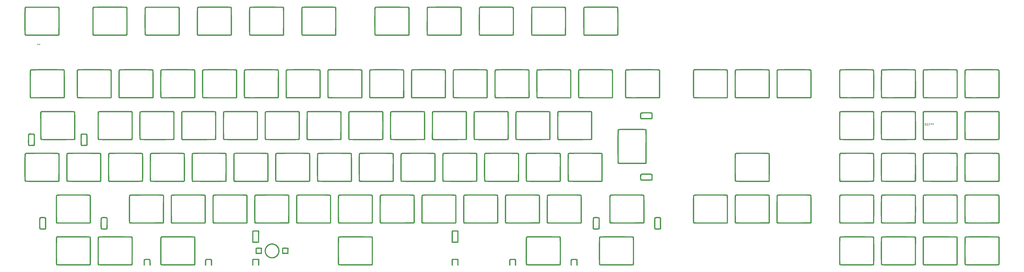
<source format=gbr>
%TF.GenerationSoftware,KiCad,Pcbnew,7.99.0-999-ge1db4e0694*%
%TF.CreationDate,2023-12-05T13:45:31-05:00*%
%TF.ProjectId,A1200KB,41313230-304b-4422-9e6b-696361645f70,rev?*%
%TF.SameCoordinates,Original*%
%TF.FileFunction,Legend,Top*%
%TF.FilePolarity,Positive*%
%FSLAX46Y46*%
G04 Gerber Fmt 4.6, Leading zero omitted, Abs format (unit mm)*
G04 Created by KiCad (PCBNEW 7.99.0-999-ge1db4e0694) date 2023-12-05 13:45:31*
%MOMM*%
%LPD*%
G01*
G04 APERTURE LIST*
%ADD10C,0.150000*%
%ADD11C,0.000000*%
%ADD12C,3.302000*%
%ADD13C,1.626000*%
G04 APERTURE END LIST*
D10*
%TO.C,REF\u002A\u002A*%
X56477666Y-96935619D02*
X56144333Y-96459428D01*
X55906238Y-96935619D02*
X55906238Y-95935619D01*
X55906238Y-95935619D02*
X56287190Y-95935619D01*
X56287190Y-95935619D02*
X56382428Y-95983238D01*
X56382428Y-95983238D02*
X56430047Y-96030857D01*
X56430047Y-96030857D02*
X56477666Y-96126095D01*
X56477666Y-96126095D02*
X56477666Y-96268952D01*
X56477666Y-96268952D02*
X56430047Y-96364190D01*
X56430047Y-96364190D02*
X56382428Y-96411809D01*
X56382428Y-96411809D02*
X56287190Y-96459428D01*
X56287190Y-96459428D02*
X55906238Y-96459428D01*
X56906238Y-96411809D02*
X57239571Y-96411809D01*
X57382428Y-96935619D02*
X56906238Y-96935619D01*
X56906238Y-96935619D02*
X56906238Y-95935619D01*
X56906238Y-95935619D02*
X57382428Y-95935619D01*
X58144333Y-96411809D02*
X57811000Y-96411809D01*
X57811000Y-96935619D02*
X57811000Y-95935619D01*
X57811000Y-95935619D02*
X58287190Y-95935619D01*
X58811000Y-95935619D02*
X58811000Y-96173714D01*
X58572905Y-96078476D02*
X58811000Y-96173714D01*
X58811000Y-96173714D02*
X59049095Y-96078476D01*
X58668143Y-96364190D02*
X58811000Y-96173714D01*
X58811000Y-96173714D02*
X58953857Y-96364190D01*
X59572905Y-95935619D02*
X59572905Y-96173714D01*
X59334810Y-96078476D02*
X59572905Y-96173714D01*
X59572905Y-96173714D02*
X59811000Y-96078476D01*
X59430048Y-96364190D02*
X59572905Y-96173714D01*
X59572905Y-96173714D02*
X59715762Y-96364190D01*
X464020666Y-133257619D02*
X463687333Y-132781428D01*
X463449238Y-133257619D02*
X463449238Y-132257619D01*
X463449238Y-132257619D02*
X463830190Y-132257619D01*
X463830190Y-132257619D02*
X463925428Y-132305238D01*
X463925428Y-132305238D02*
X463973047Y-132352857D01*
X463973047Y-132352857D02*
X464020666Y-132448095D01*
X464020666Y-132448095D02*
X464020666Y-132590952D01*
X464020666Y-132590952D02*
X463973047Y-132686190D01*
X463973047Y-132686190D02*
X463925428Y-132733809D01*
X463925428Y-132733809D02*
X463830190Y-132781428D01*
X463830190Y-132781428D02*
X463449238Y-132781428D01*
X464449238Y-132733809D02*
X464782571Y-132733809D01*
X464925428Y-133257619D02*
X464449238Y-133257619D01*
X464449238Y-133257619D02*
X464449238Y-132257619D01*
X464449238Y-132257619D02*
X464925428Y-132257619D01*
X465687333Y-132733809D02*
X465354000Y-132733809D01*
X465354000Y-133257619D02*
X465354000Y-132257619D01*
X465354000Y-132257619D02*
X465830190Y-132257619D01*
X466354000Y-132257619D02*
X466354000Y-132495714D01*
X466115905Y-132400476D02*
X466354000Y-132495714D01*
X466354000Y-132495714D02*
X466592095Y-132400476D01*
X466211143Y-132686190D02*
X466354000Y-132495714D01*
X466354000Y-132495714D02*
X466496857Y-132686190D01*
X467115905Y-132257619D02*
X467115905Y-132495714D01*
X466877810Y-132400476D02*
X467115905Y-132495714D01*
X467115905Y-132495714D02*
X467354000Y-132400476D01*
X466973048Y-132686190D02*
X467115905Y-132495714D01*
X467115905Y-132495714D02*
X467258762Y-132686190D01*
D11*
%TO.C,G\u002A\u002A\u002A*%
G36*
X248914305Y-193998170D02*
G01*
X249014992Y-193998334D01*
X249432498Y-194002053D01*
X249812021Y-194012368D01*
X250127025Y-194028018D01*
X250350973Y-194047740D01*
X250449428Y-194066574D01*
X250628914Y-194134815D01*
X250628914Y-195605968D01*
X250628914Y-197077122D01*
X250349024Y-197077122D01*
X250069134Y-197077122D01*
X250069134Y-195817617D01*
X250069134Y-194558113D01*
X249054534Y-194558113D01*
X248039933Y-194558113D01*
X248039933Y-195817617D01*
X248039933Y-197077122D01*
X247760044Y-197077122D01*
X247480154Y-197077122D01*
X247480154Y-195677673D01*
X247477995Y-195149859D01*
X247481451Y-194745381D01*
X247505420Y-194447938D01*
X247564800Y-194241230D01*
X247674490Y-194108954D01*
X247849387Y-194034812D01*
X248104389Y-194002501D01*
X248454396Y-193995720D01*
X248914305Y-193998170D01*
G37*
G36*
X158508831Y-194001952D02*
G01*
X158893824Y-194011999D01*
X159214720Y-194027265D01*
X159445467Y-194046542D01*
X159555213Y-194066574D01*
X159734699Y-194134815D01*
X159734699Y-195605968D01*
X159734699Y-197077122D01*
X159454809Y-197077122D01*
X159174920Y-197077122D01*
X159174920Y-195817617D01*
X159174920Y-194558113D01*
X158125333Y-194558113D01*
X157075746Y-194558113D01*
X157075746Y-195817617D01*
X157075746Y-197077122D01*
X156795856Y-197077122D01*
X156515966Y-197077122D01*
X156515966Y-195677673D01*
X156516811Y-195198834D01*
X156520552Y-194840003D01*
X156529003Y-194581244D01*
X156543975Y-194402623D01*
X156567281Y-194284206D01*
X156600732Y-194206060D01*
X156646141Y-194148250D01*
X156655911Y-194138279D01*
X156714597Y-194088711D01*
X156790837Y-194052418D01*
X156905564Y-194027349D01*
X157079711Y-194011457D01*
X157334213Y-194002692D01*
X157690002Y-193999005D01*
X158085791Y-193998334D01*
X158508831Y-194001952D01*
G37*
G36*
X159485240Y-188890345D02*
G01*
X159885887Y-188894439D01*
X160248922Y-188905752D01*
X160546138Y-188922823D01*
X160749329Y-188944195D01*
X160816200Y-188959149D01*
X160997170Y-189027954D01*
X160978193Y-190411078D01*
X160959217Y-191794201D01*
X159580509Y-191813163D01*
X159107708Y-191818955D01*
X158755667Y-191820452D01*
X158505226Y-191816100D01*
X158337229Y-191804343D01*
X158232515Y-191783627D01*
X158171928Y-191752396D01*
X158136307Y-191709095D01*
X158128581Y-191695311D01*
X158102125Y-191575755D01*
X158080499Y-191337895D01*
X158064891Y-191003323D01*
X158056488Y-190593632D01*
X158055360Y-190364366D01*
X158054115Y-189874386D01*
X158061672Y-189506654D01*
X158068830Y-189450124D01*
X158615140Y-189450124D01*
X158615140Y-190359766D01*
X158615140Y-191269408D01*
X159524782Y-191269408D01*
X160434424Y-191269408D01*
X160434424Y-190359766D01*
X160434424Y-189450124D01*
X159524782Y-189450124D01*
X158615140Y-189450124D01*
X158068830Y-189450124D01*
X158094967Y-189243710D01*
X158170939Y-189068093D01*
X158306524Y-188962343D01*
X158518660Y-188909001D01*
X158824284Y-188890606D01*
X159240334Y-188889697D01*
X159485240Y-188890345D01*
G37*
G36*
X171590475Y-188890345D02*
G01*
X171991121Y-188894439D01*
X172354156Y-188905752D01*
X172651373Y-188922823D01*
X172854563Y-188944195D01*
X172921434Y-188959149D01*
X173102404Y-189027954D01*
X173083427Y-190411078D01*
X173064451Y-191794201D01*
X171685743Y-191813163D01*
X171212942Y-191818955D01*
X170860901Y-191820452D01*
X170610461Y-191816100D01*
X170442463Y-191804343D01*
X170337750Y-191783627D01*
X170277162Y-191752396D01*
X170241541Y-191709095D01*
X170233815Y-191695311D01*
X170207359Y-191575755D01*
X170185733Y-191337895D01*
X170170125Y-191003323D01*
X170161722Y-190593632D01*
X170160595Y-190364366D01*
X170159349Y-189874386D01*
X170166906Y-189506654D01*
X170174064Y-189450124D01*
X170720374Y-189450124D01*
X170720374Y-190359766D01*
X170720374Y-191269408D01*
X171630016Y-191269408D01*
X172539658Y-191269408D01*
X172539658Y-190359766D01*
X172539658Y-189450124D01*
X171630016Y-189450124D01*
X170720374Y-189450124D01*
X170174064Y-189450124D01*
X170200201Y-189243710D01*
X170276173Y-189068093D01*
X170411758Y-188962343D01*
X170623894Y-188909001D01*
X170929518Y-188890606D01*
X171345568Y-188889697D01*
X171590475Y-188890345D01*
G37*
G36*
X303479361Y-194010780D02*
G01*
X303893618Y-194020414D01*
X304192042Y-194031843D01*
X304398732Y-194048720D01*
X304537790Y-194074700D01*
X304633314Y-194113434D01*
X304709405Y-194168576D01*
X304747176Y-194202955D01*
X304927537Y-194372590D01*
X304927537Y-195724856D01*
X304927537Y-197077122D01*
X304649261Y-197077122D01*
X304370986Y-197077122D01*
X304351879Y-195835111D01*
X304332771Y-194593100D01*
X303423129Y-194573015D01*
X303032971Y-194564442D01*
X302742212Y-194570083D01*
X302536273Y-194607522D01*
X302400572Y-194694340D01*
X302320529Y-194848122D01*
X302281563Y-195086452D01*
X302269093Y-195426911D01*
X302268540Y-195887083D01*
X302268583Y-195965314D01*
X302268583Y-197077122D01*
X301988694Y-197077122D01*
X301708804Y-197077122D01*
X301708804Y-195884802D01*
X301710565Y-195435597D01*
X301717368Y-195101908D01*
X301731490Y-194859335D01*
X301755211Y-194683476D01*
X301790807Y-194549931D01*
X301840557Y-194434299D01*
X301845061Y-194425398D01*
X301935698Y-194272880D01*
X302043732Y-194160440D01*
X302190161Y-194082750D01*
X302395980Y-194034483D01*
X302682188Y-194010312D01*
X303069781Y-194004911D01*
X303479361Y-194010780D01*
G37*
G36*
X275383577Y-194009371D02*
G01*
X275491974Y-194011241D01*
X276601137Y-194033320D01*
X276769846Y-194229646D01*
X276828560Y-194302486D01*
X276871780Y-194378751D01*
X276901880Y-194479839D01*
X276921231Y-194627142D01*
X276932205Y-194842058D01*
X276937173Y-195145982D01*
X276938508Y-195560308D01*
X276938556Y-195751547D01*
X276938556Y-197077122D01*
X276660281Y-197077122D01*
X276382005Y-197077122D01*
X276362898Y-195835111D01*
X276343790Y-194593100D01*
X275399794Y-194573458D01*
X275012735Y-194567395D01*
X274741826Y-194569601D01*
X274563396Y-194582387D01*
X274453778Y-194608067D01*
X274389301Y-194648953D01*
X274367701Y-194674297D01*
X274330276Y-194780583D01*
X274303720Y-194989008D01*
X274287246Y-195310840D01*
X274280066Y-195757348D01*
X274279603Y-195935950D01*
X274279603Y-197077122D01*
X273999713Y-197077122D01*
X273719823Y-197077122D01*
X273720085Y-195835111D01*
X273721550Y-195381460D01*
X273727187Y-195044729D01*
X273739185Y-194801907D01*
X273759733Y-194629984D01*
X273791021Y-194505947D01*
X273835238Y-194406787D01*
X273860062Y-194363945D01*
X274004426Y-194190495D01*
X274172251Y-194070028D01*
X274191294Y-194061976D01*
X274337557Y-194035355D01*
X274600442Y-194017113D01*
X274956823Y-194008151D01*
X275383577Y-194009371D01*
G37*
G36*
X109074669Y-194006621D02*
G01*
X109458656Y-194032204D01*
X109739667Y-194080072D01*
X109935815Y-194154180D01*
X110065215Y-194258486D01*
X110118599Y-194337672D01*
X110146887Y-194462922D01*
X110169278Y-194712765D01*
X110184972Y-195071944D01*
X110193167Y-195525199D01*
X110194203Y-195778031D01*
X110194203Y-197077122D01*
X109914314Y-197077122D01*
X109634424Y-197077122D01*
X109634424Y-195860090D01*
X109632882Y-195412708D01*
X109627133Y-195086044D01*
X109615488Y-194860893D01*
X109596259Y-194718050D01*
X109567760Y-194638312D01*
X109528302Y-194602474D01*
X109523742Y-194600586D01*
X109413686Y-194584209D01*
X109195037Y-194570764D01*
X108899142Y-194561612D01*
X108557343Y-194558117D01*
X108546590Y-194558113D01*
X108181574Y-194559985D01*
X107931712Y-194567982D01*
X107772239Y-194585673D01*
X107678387Y-194616629D01*
X107625389Y-194664419D01*
X107607685Y-194693458D01*
X107581675Y-194811220D01*
X107560152Y-195044280D01*
X107544529Y-195368026D01*
X107536224Y-195757845D01*
X107535250Y-195952962D01*
X107535250Y-197077122D01*
X107255360Y-197077122D01*
X106975471Y-197077122D01*
X106975579Y-195870097D01*
X106979291Y-195310953D01*
X106999193Y-194876096D01*
X107048602Y-194549896D01*
X107140834Y-194316725D01*
X107289207Y-194160953D01*
X107507038Y-194066953D01*
X107807644Y-194019094D01*
X108204342Y-194001749D01*
X108569591Y-193999365D01*
X109074669Y-194006621D01*
G37*
G36*
X136739041Y-194010780D02*
G01*
X137151928Y-194019958D01*
X137449010Y-194030422D01*
X137654400Y-194046231D01*
X137792211Y-194071447D01*
X137886555Y-194110128D01*
X137961544Y-194166335D01*
X138024349Y-194227191D01*
X138218170Y-194421062D01*
X138241115Y-195749092D01*
X138264060Y-197077122D01*
X137978719Y-197077122D01*
X137693377Y-197077122D01*
X137693377Y-195952962D01*
X137688920Y-195540977D01*
X137676495Y-195183720D01*
X137657515Y-194905804D01*
X137633398Y-194731843D01*
X137620943Y-194693458D01*
X137579510Y-194637613D01*
X137509583Y-194599568D01*
X137386970Y-194575966D01*
X137187479Y-194563451D01*
X136886919Y-194558668D01*
X136645296Y-194558113D01*
X136266223Y-194558044D01*
X135983777Y-194569768D01*
X135783778Y-194611183D01*
X135652046Y-194700187D01*
X135574400Y-194854680D01*
X135536660Y-195092558D01*
X135524648Y-195431720D01*
X135524181Y-195890065D01*
X135524231Y-195973132D01*
X135524231Y-197077122D01*
X135244341Y-197077122D01*
X134964451Y-197077122D01*
X134964451Y-195884802D01*
X134966213Y-195435597D01*
X134973015Y-195101908D01*
X134987138Y-194859335D01*
X135010858Y-194683476D01*
X135046454Y-194549931D01*
X135096205Y-194434299D01*
X135100708Y-194425398D01*
X135191166Y-194273101D01*
X135298930Y-194160760D01*
X135444962Y-194083071D01*
X135650220Y-194034731D01*
X135935663Y-194010434D01*
X136322251Y-194004877D01*
X136739041Y-194010780D01*
G37*
G36*
X158508904Y-181057065D02*
G01*
X158894039Y-181067159D01*
X159215125Y-181082497D01*
X159446093Y-181101863D01*
X159556026Y-181121980D01*
X159736326Y-181190530D01*
X159718020Y-183938371D01*
X159699713Y-186686212D01*
X158181000Y-186705061D01*
X157681890Y-186710654D01*
X157304536Y-186712486D01*
X157030767Y-186709211D01*
X156842415Y-186699485D01*
X156721310Y-186681962D01*
X156649284Y-186655298D01*
X156608167Y-186618146D01*
X156589126Y-186587210D01*
X156567753Y-186474958D01*
X156549875Y-186227725D01*
X156535627Y-185850434D01*
X156525142Y-185348008D01*
X156518554Y-184725371D01*
X156515996Y-183987445D01*
X156515966Y-183891915D01*
X156516239Y-183225355D01*
X156517545Y-182684633D01*
X156520616Y-182255644D01*
X156526183Y-181924282D01*
X156534978Y-181676440D01*
X156539498Y-181613210D01*
X157075746Y-181613210D01*
X157075746Y-183887314D01*
X157075746Y-186161419D01*
X158125333Y-186161419D01*
X159174920Y-186161419D01*
X159174920Y-183887314D01*
X159174920Y-181613210D01*
X158125333Y-181613210D01*
X157075746Y-181613210D01*
X156539498Y-181613210D01*
X156547732Y-181498013D01*
X156565178Y-181374894D01*
X156588045Y-181292978D01*
X156617067Y-181238158D01*
X156652974Y-181196328D01*
X156655911Y-181193375D01*
X156714597Y-181143808D01*
X156790837Y-181107514D01*
X156905564Y-181082446D01*
X157079711Y-181066553D01*
X157334213Y-181057788D01*
X157690002Y-181054101D01*
X158085791Y-181053430D01*
X158508904Y-181057065D01*
G37*
G36*
X249432573Y-181057167D02*
G01*
X249812241Y-181067530D01*
X250127440Y-181083253D01*
X250351613Y-181103067D01*
X250450241Y-181121980D01*
X250630541Y-181190530D01*
X250612234Y-183938371D01*
X250593928Y-186686212D01*
X249110215Y-186705088D01*
X248617570Y-186710729D01*
X248246445Y-186712487D01*
X247978439Y-186708970D01*
X247795149Y-186698784D01*
X247678173Y-186680536D01*
X247609109Y-186652833D01*
X247569554Y-186614282D01*
X247553328Y-186587236D01*
X247531943Y-186474955D01*
X247514058Y-186227670D01*
X247499807Y-185850281D01*
X247489322Y-185347687D01*
X247482736Y-184724789D01*
X247480183Y-183986487D01*
X247480154Y-183891915D01*
X247480427Y-183225355D01*
X247481733Y-182684633D01*
X247484803Y-182255644D01*
X247490370Y-181924282D01*
X247499165Y-181676440D01*
X247503685Y-181613210D01*
X248039933Y-181613210D01*
X248039933Y-183887314D01*
X248039933Y-186161419D01*
X249054534Y-186161419D01*
X250069134Y-186161419D01*
X250069134Y-183887314D01*
X250069134Y-181613210D01*
X249054534Y-181613210D01*
X248039933Y-181613210D01*
X247503685Y-181613210D01*
X247511920Y-181498013D01*
X247529365Y-181374894D01*
X247552233Y-181292978D01*
X247581254Y-181238158D01*
X247617161Y-181196328D01*
X247620099Y-181193375D01*
X247679639Y-181143197D01*
X247757046Y-181106642D01*
X247873605Y-181081574D01*
X248050602Y-181065859D01*
X248309321Y-181057360D01*
X248671048Y-181053943D01*
X249014992Y-181053430D01*
X249432573Y-181057167D01*
G37*
G36*
X313910860Y-174906777D02*
G01*
X314301257Y-174942287D01*
X314590747Y-175006495D01*
X314798097Y-175103511D01*
X314938351Y-175232667D01*
X314974421Y-175285169D01*
X315003449Y-175351154D01*
X315026198Y-175445298D01*
X315043427Y-175582276D01*
X315055899Y-175776764D01*
X315064373Y-176043437D01*
X315069611Y-176396971D01*
X315072373Y-176852042D01*
X315073420Y-177423325D01*
X315073542Y-177840232D01*
X315073542Y-180275929D01*
X314904827Y-180472255D01*
X314736112Y-180668582D01*
X313538004Y-180690711D01*
X312339896Y-180712841D01*
X312097352Y-180470298D01*
X311854809Y-180227755D01*
X311854809Y-177879973D01*
X311856630Y-177160671D01*
X311860942Y-176711617D01*
X312413410Y-176711617D01*
X312413493Y-177235520D01*
X312414589Y-177824671D01*
X312416123Y-178478316D01*
X312421003Y-179002860D01*
X312429643Y-179409118D01*
X312442458Y-179707901D01*
X312459864Y-179910023D01*
X312482274Y-180026299D01*
X312500427Y-180061693D01*
X312590462Y-180099488D01*
X312778772Y-180122681D01*
X313078819Y-180132141D01*
X313504066Y-180128734D01*
X313532521Y-180128166D01*
X314478776Y-180108802D01*
X314497241Y-177850828D01*
X314515705Y-175592854D01*
X314335247Y-175524244D01*
X314189433Y-175494958D01*
X313943735Y-175471904D01*
X313638177Y-175458148D01*
X313440204Y-175455634D01*
X313163308Y-175452797D01*
X312941011Y-175453456D01*
X312767357Y-175471371D01*
X312636391Y-175520297D01*
X312542156Y-175613992D01*
X312478696Y-175766215D01*
X312440056Y-175990721D01*
X312420279Y-176301269D01*
X312413410Y-176711617D01*
X311860942Y-176711617D01*
X311862272Y-176573123D01*
X311872005Y-176109185D01*
X311886098Y-175760712D01*
X311904821Y-175519560D01*
X311928443Y-175377583D01*
X311938571Y-175348355D01*
X312056001Y-175172830D01*
X312236772Y-175045428D01*
X312498968Y-174960555D01*
X312860674Y-174912614D01*
X313339972Y-174896008D01*
X313400791Y-174895854D01*
X313910860Y-174906777D01*
G37*
G36*
X246543727Y-126561464D02*
G01*
X254139674Y-126579876D01*
X254308536Y-126776203D01*
X254477399Y-126972529D01*
X254477399Y-133227259D01*
X254477399Y-139481990D01*
X254308536Y-139678316D01*
X254139674Y-139874642D01*
X246535519Y-139893058D01*
X238931365Y-139911474D01*
X238691423Y-139671531D01*
X238451481Y-139431589D01*
X238468145Y-133843778D01*
X239004188Y-133843778D01*
X239005508Y-134633172D01*
X239008420Y-135400439D01*
X239012936Y-136133111D01*
X239019067Y-136818722D01*
X239026823Y-137444805D01*
X239036215Y-137998893D01*
X239047256Y-138468521D01*
X239059955Y-138841221D01*
X239074324Y-139104527D01*
X239090374Y-139245972D01*
X239097773Y-139266201D01*
X239142949Y-139280294D01*
X239252733Y-139292685D01*
X239433396Y-139303430D01*
X239691213Y-139312586D01*
X240032453Y-139320209D01*
X240463390Y-139326353D01*
X240990296Y-139331077D01*
X241619442Y-139334435D01*
X242357102Y-139336484D01*
X243209546Y-139337280D01*
X244183048Y-139336878D01*
X245283879Y-139335336D01*
X246518312Y-139332709D01*
X246532346Y-139332675D01*
X253882633Y-139314863D01*
X253882633Y-133227259D01*
X253882633Y-127139656D01*
X246543085Y-127121839D01*
X245272287Y-127119205D01*
X244136461Y-127117837D01*
X243130638Y-127117774D01*
X242249852Y-127119058D01*
X241489135Y-127121730D01*
X240843518Y-127125830D01*
X240308033Y-127131399D01*
X239877714Y-127138478D01*
X239547593Y-127147107D01*
X239312701Y-127157328D01*
X239168070Y-127169181D01*
X239108734Y-127182708D01*
X239108512Y-127182886D01*
X239091589Y-127265425D01*
X239076125Y-127475434D01*
X239062131Y-127800448D01*
X239049619Y-128227999D01*
X239038600Y-128745622D01*
X239029084Y-129340849D01*
X239021083Y-130001214D01*
X239014608Y-130714250D01*
X239009670Y-131467491D01*
X239006280Y-132248471D01*
X239004449Y-133044722D01*
X239004188Y-133843778D01*
X238468145Y-133843778D01*
X238470087Y-133192402D01*
X238488694Y-126953216D01*
X238718237Y-126748133D01*
X238947781Y-126543051D01*
X246543727Y-126561464D01*
G37*
G36*
X303711220Y-126561464D02*
G01*
X311307167Y-126579876D01*
X311476029Y-126776203D01*
X311644892Y-126972529D01*
X311644892Y-133227259D01*
X311644892Y-139481990D01*
X311476029Y-139678316D01*
X311307167Y-139874642D01*
X303703013Y-139893058D01*
X296098858Y-139911474D01*
X295858916Y-139671531D01*
X295618974Y-139431589D01*
X295635638Y-133843778D01*
X296171681Y-133843778D01*
X296173001Y-134633172D01*
X296175913Y-135400439D01*
X296180429Y-136133111D01*
X296186560Y-136818722D01*
X296194316Y-137444805D01*
X296203709Y-137998893D01*
X296214749Y-138468521D01*
X296227448Y-138841221D01*
X296241817Y-139104527D01*
X296257867Y-139245972D01*
X296265266Y-139266201D01*
X296310442Y-139280294D01*
X296420226Y-139292685D01*
X296600890Y-139303430D01*
X296858706Y-139312586D01*
X297199946Y-139320209D01*
X297630883Y-139326353D01*
X298157789Y-139331077D01*
X298786936Y-139334435D01*
X299524595Y-139336484D01*
X300377040Y-139337280D01*
X301350541Y-139336878D01*
X302451372Y-139335336D01*
X303685805Y-139332709D01*
X303699839Y-139332675D01*
X311050126Y-139314863D01*
X311050126Y-133227259D01*
X311050126Y-127139656D01*
X303710578Y-127121839D01*
X302439780Y-127119205D01*
X301303954Y-127117837D01*
X300298132Y-127117774D01*
X299417345Y-127119058D01*
X298656628Y-127121730D01*
X298011011Y-127125830D01*
X297475527Y-127131399D01*
X297045208Y-127138478D01*
X296715086Y-127147107D01*
X296480194Y-127157328D01*
X296335563Y-127169181D01*
X296276227Y-127182708D01*
X296276005Y-127182886D01*
X296259082Y-127265425D01*
X296243618Y-127475434D01*
X296229625Y-127800448D01*
X296217112Y-128227999D01*
X296206093Y-128745622D01*
X296196577Y-129340849D01*
X296188576Y-130001214D01*
X296182101Y-130714250D01*
X296177163Y-131467491D01*
X296173773Y-132248471D01*
X296171942Y-133044722D01*
X296171681Y-133843778D01*
X295635638Y-133843778D01*
X295637580Y-133192402D01*
X295656187Y-126953216D01*
X295885730Y-126748133D01*
X296115274Y-126543051D01*
X303711220Y-126561464D01*
G37*
G36*
X470455573Y-126561464D02*
G01*
X478051519Y-126579876D01*
X478220382Y-126776203D01*
X478389245Y-126972529D01*
X478389245Y-133227259D01*
X478389245Y-139481990D01*
X478220382Y-139678316D01*
X478051519Y-139874642D01*
X470447365Y-139893058D01*
X462843211Y-139911474D01*
X462603269Y-139671531D01*
X462363327Y-139431589D01*
X462379991Y-133843778D01*
X462916033Y-133843778D01*
X462917354Y-134633172D01*
X462920266Y-135400439D01*
X462924782Y-136133111D01*
X462930912Y-136818722D01*
X462938668Y-137444805D01*
X462948061Y-137998893D01*
X462959102Y-138468521D01*
X462971801Y-138841221D01*
X462986170Y-139104527D01*
X463002220Y-139245972D01*
X463009619Y-139266201D01*
X463054795Y-139280294D01*
X463164578Y-139292685D01*
X463345242Y-139303430D01*
X463603058Y-139312586D01*
X463944299Y-139320209D01*
X464375236Y-139326353D01*
X464902142Y-139331077D01*
X465531288Y-139334435D01*
X466268948Y-139336484D01*
X467121392Y-139337280D01*
X468094894Y-139336878D01*
X469195725Y-139335336D01*
X470430158Y-139332709D01*
X470444192Y-139332675D01*
X477794479Y-139314863D01*
X477794479Y-133227259D01*
X477794479Y-127139656D01*
X470454931Y-127121839D01*
X469184133Y-127119205D01*
X468048307Y-127117837D01*
X467042484Y-127117774D01*
X466161698Y-127119058D01*
X465400980Y-127121730D01*
X464755363Y-127125830D01*
X464219879Y-127131399D01*
X463789560Y-127138478D01*
X463459438Y-127147107D01*
X463224546Y-127157328D01*
X463079916Y-127169181D01*
X463020580Y-127182708D01*
X463020358Y-127182886D01*
X463003435Y-127265425D01*
X462987971Y-127475434D01*
X462973977Y-127800448D01*
X462961465Y-128227999D01*
X462950446Y-128745622D01*
X462940930Y-129340849D01*
X462932929Y-130001214D01*
X462926454Y-130714250D01*
X462921516Y-131467491D01*
X462918125Y-132248471D01*
X462916294Y-133044722D01*
X462916033Y-133843778D01*
X462379991Y-133843778D01*
X462381933Y-133192402D01*
X462400539Y-126953216D01*
X462630083Y-126748133D01*
X462859627Y-126543051D01*
X470455573Y-126561464D01*
G37*
G36*
X470455573Y-183728957D02*
G01*
X478051519Y-183747370D01*
X478220382Y-183943696D01*
X478389245Y-184140022D01*
X478389245Y-190394752D01*
X478389245Y-196649483D01*
X478220382Y-196845809D01*
X478051519Y-197042135D01*
X470447365Y-197060551D01*
X462843211Y-197078967D01*
X462603269Y-196839025D01*
X462363327Y-196599082D01*
X462379991Y-191011271D01*
X462916033Y-191011271D01*
X462917354Y-191800666D01*
X462920266Y-192567932D01*
X462924782Y-193300604D01*
X462930912Y-193986215D01*
X462938668Y-194612298D01*
X462948061Y-195166386D01*
X462959102Y-195636014D01*
X462971801Y-196008714D01*
X462986170Y-196272020D01*
X463002220Y-196413465D01*
X463009619Y-196433694D01*
X463054795Y-196447787D01*
X463164578Y-196460178D01*
X463345242Y-196470924D01*
X463603058Y-196480079D01*
X463944299Y-196487702D01*
X464375236Y-196493846D01*
X464902142Y-196498570D01*
X465531288Y-196501928D01*
X466268948Y-196503977D01*
X467121392Y-196504773D01*
X468094894Y-196504371D01*
X469195725Y-196502829D01*
X470430158Y-196500202D01*
X470444192Y-196500168D01*
X477794479Y-196482356D01*
X477794479Y-190394752D01*
X477794479Y-184307149D01*
X470454931Y-184289332D01*
X469184133Y-184286699D01*
X468048307Y-184285330D01*
X467042484Y-184285267D01*
X466161698Y-184286551D01*
X465400980Y-184289223D01*
X464755363Y-184293323D01*
X464219879Y-184298892D01*
X463789560Y-184305971D01*
X463459438Y-184314600D01*
X463224546Y-184324821D01*
X463079916Y-184336674D01*
X463020580Y-184350201D01*
X463020358Y-184350379D01*
X463003435Y-184432918D01*
X462987971Y-184642927D01*
X462973977Y-184967941D01*
X462961465Y-185395492D01*
X462950446Y-185913115D01*
X462940930Y-186508342D01*
X462932929Y-187168707D01*
X462926454Y-187881743D01*
X462921516Y-188634984D01*
X462918125Y-189415964D01*
X462916294Y-190212215D01*
X462916033Y-191011271D01*
X462379991Y-191011271D01*
X462381933Y-190359896D01*
X462400539Y-184120709D01*
X462630083Y-183915626D01*
X462859627Y-183710544D01*
X470455573Y-183728957D01*
G37*
G36*
X337598803Y-127107147D02*
G01*
X338072049Y-127120719D01*
X338442789Y-127152081D01*
X338723490Y-127208343D01*
X338926615Y-127296615D01*
X339064629Y-127424006D01*
X339149998Y-127597627D01*
X339195187Y-127824588D01*
X339212660Y-128111998D01*
X339214883Y-128466967D01*
X339214038Y-128769974D01*
X339214038Y-129914333D01*
X339009503Y-130118868D01*
X338804968Y-130323403D01*
X336327761Y-130323403D01*
X333850554Y-130323403D01*
X333703073Y-130165965D01*
X333584281Y-130014906D01*
X333500883Y-129839292D01*
X333447257Y-129612358D01*
X333417781Y-129307339D01*
X333408562Y-128962093D01*
X333975340Y-128962093D01*
X333986303Y-129263156D01*
X334009121Y-129486464D01*
X334029364Y-129572170D01*
X334103324Y-129765565D01*
X336361298Y-129747101D01*
X338619272Y-129728637D01*
X338638914Y-128784641D01*
X338644976Y-128397582D01*
X338642771Y-128126672D01*
X338629984Y-127948243D01*
X338604305Y-127838624D01*
X338563419Y-127774148D01*
X338538074Y-127752547D01*
X338428355Y-127723441D01*
X338200572Y-127699597D01*
X337876504Y-127680958D01*
X337477931Y-127667472D01*
X337026633Y-127659081D01*
X336544389Y-127655732D01*
X336052979Y-127657370D01*
X335574183Y-127663940D01*
X335129781Y-127675387D01*
X334741551Y-127691655D01*
X334431274Y-127712691D01*
X334220730Y-127738439D01*
X334136916Y-127763641D01*
X334075202Y-127825948D01*
X334033304Y-127924076D01*
X334006144Y-128085465D01*
X333988643Y-128337553D01*
X333978247Y-128620804D01*
X333975340Y-128962093D01*
X333408562Y-128962093D01*
X333406836Y-128897469D01*
X333406325Y-128753013D01*
X333416329Y-128272849D01*
X333450628Y-127909382D01*
X333515649Y-127640508D01*
X333617818Y-127444125D01*
X333763563Y-127298130D01*
X333845487Y-127242732D01*
X333915606Y-127204443D01*
X333997122Y-127173979D01*
X334105880Y-127150448D01*
X334257723Y-127132959D01*
X334468493Y-127120620D01*
X334754033Y-127112541D01*
X335130186Y-127107829D01*
X335612796Y-127105594D01*
X336217705Y-127104945D01*
X336294936Y-127104931D01*
X337010587Y-127104254D01*
X337598803Y-127107147D01*
G37*
G36*
X56140877Y-136836063D02*
G01*
X56497493Y-136850468D01*
X56785335Y-136872158D01*
X56973592Y-136899238D01*
X57006825Y-136908399D01*
X57115325Y-136950404D01*
X57203762Y-137002437D01*
X57274185Y-137078200D01*
X57328643Y-137191396D01*
X57369184Y-137355728D01*
X57397858Y-137584898D01*
X57416714Y-137892609D01*
X57427801Y-138292564D01*
X57433167Y-138798466D01*
X57434863Y-139424017D01*
X57434975Y-139771591D01*
X57434975Y-142159512D01*
X57230440Y-142364047D01*
X57025905Y-142568582D01*
X55846560Y-142568582D01*
X55382015Y-142565847D01*
X55037970Y-142556649D01*
X54795068Y-142539494D01*
X54633953Y-142512890D01*
X54535268Y-142475346D01*
X54521344Y-142466410D01*
X54440864Y-142402959D01*
X54375677Y-142327231D01*
X54324338Y-142224972D01*
X54285401Y-142081926D01*
X54257422Y-141883839D01*
X54238954Y-141616456D01*
X54228553Y-141265523D01*
X54224773Y-140816785D01*
X54226169Y-140255987D01*
X54230485Y-139672997D01*
X54776022Y-139672997D01*
X54777409Y-140207476D01*
X54781335Y-140699750D01*
X54787444Y-141131549D01*
X54795384Y-141484601D01*
X54804798Y-141740633D01*
X54815334Y-141881374D01*
X54819212Y-141899992D01*
X54852961Y-141944729D01*
X54928198Y-141974866D01*
X55066558Y-141992358D01*
X55289680Y-141999157D01*
X55619201Y-141997218D01*
X55851306Y-141993180D01*
X56840209Y-141973816D01*
X56858712Y-139778070D01*
X56862640Y-139092793D01*
X56861582Y-138539704D01*
X56855334Y-138111126D01*
X56843691Y-137799383D01*
X56826448Y-137596799D01*
X56803402Y-137495699D01*
X56797664Y-137486472D01*
X56695127Y-137445438D01*
X56486468Y-137414835D01*
X56205136Y-137394867D01*
X55884580Y-137385740D01*
X55558249Y-137387659D01*
X55259591Y-137400829D01*
X55022056Y-137425456D01*
X54879092Y-137461744D01*
X54859988Y-137474587D01*
X54834051Y-137542913D01*
X54813417Y-137697088D01*
X54797709Y-137947057D01*
X54786545Y-138302766D01*
X54779547Y-138774159D01*
X54776334Y-139371183D01*
X54776022Y-139672997D01*
X54230485Y-139672997D01*
X54231004Y-139602838D01*
X54251228Y-137239045D01*
X54479743Y-137034943D01*
X54708257Y-136830841D01*
X55746298Y-136830841D01*
X56140877Y-136836063D01*
G37*
G36*
X80516143Y-136848212D02*
G01*
X80807136Y-136870007D01*
X80962804Y-136897866D01*
X81082150Y-136936710D01*
X81179506Y-136983967D01*
X81257110Y-137053245D01*
X81317201Y-137158154D01*
X81362017Y-137312303D01*
X81393798Y-137529300D01*
X81414782Y-137822755D01*
X81427207Y-138206277D01*
X81433313Y-138693475D01*
X81435338Y-139297958D01*
X81435526Y-139771591D01*
X81435526Y-142159512D01*
X81230991Y-142364047D01*
X81026456Y-142568582D01*
X79847111Y-142568582D01*
X79382566Y-142565847D01*
X79038521Y-142556649D01*
X78795619Y-142539494D01*
X78634504Y-142512890D01*
X78535819Y-142475346D01*
X78521895Y-142466410D01*
X78441309Y-142402854D01*
X78376058Y-142326975D01*
X78324691Y-142224497D01*
X78285757Y-142081141D01*
X78257804Y-141882631D01*
X78239381Y-141614689D01*
X78229036Y-141263037D01*
X78225319Y-140813399D01*
X78226778Y-140251496D01*
X78231087Y-139672997D01*
X78776572Y-139672997D01*
X78777960Y-140207476D01*
X78781886Y-140699750D01*
X78787995Y-141131549D01*
X78795935Y-141484601D01*
X78805349Y-141740633D01*
X78815885Y-141881374D01*
X78819763Y-141899992D01*
X78853512Y-141944729D01*
X78928749Y-141974866D01*
X79067109Y-141992358D01*
X79290231Y-141999157D01*
X79619752Y-141997218D01*
X79851857Y-141993180D01*
X80840760Y-141973816D01*
X80859263Y-139778070D01*
X80863191Y-139092793D01*
X80862133Y-138539704D01*
X80855885Y-138111126D01*
X80844242Y-137799383D01*
X80826999Y-137596799D01*
X80803953Y-137495699D01*
X80798215Y-137486472D01*
X80695678Y-137445438D01*
X80487019Y-137414835D01*
X80205687Y-137394867D01*
X79885131Y-137385740D01*
X79558799Y-137387659D01*
X79260142Y-137400829D01*
X79022607Y-137425456D01*
X78879643Y-137461744D01*
X78860539Y-137474587D01*
X78834601Y-137542913D01*
X78813968Y-137697088D01*
X78798260Y-137947057D01*
X78787096Y-138302766D01*
X78780098Y-138774159D01*
X78776885Y-139371183D01*
X78776572Y-139672997D01*
X78231087Y-139672997D01*
X78231555Y-139610160D01*
X78251779Y-137253688D01*
X78445595Y-137059757D01*
X78524922Y-136984583D01*
X78604510Y-136931309D01*
X78709435Y-136895491D01*
X78864775Y-136872684D01*
X79095605Y-136858442D01*
X79427002Y-136848320D01*
X79670113Y-136842700D01*
X80129303Y-136838776D01*
X80516143Y-136848212D01*
G37*
G36*
X341928914Y-174902268D02*
G01*
X342263549Y-174925202D01*
X342511818Y-174970194D01*
X342700295Y-175042784D01*
X342855554Y-175148509D01*
X342905085Y-175192602D01*
X343062523Y-175340083D01*
X343062523Y-177808006D01*
X343062523Y-180275929D01*
X342893808Y-180472255D01*
X342725093Y-180668582D01*
X341546838Y-180689244D01*
X341099084Y-180695161D01*
X340769416Y-180693889D01*
X340536089Y-180683934D01*
X340377362Y-180663805D01*
X340271491Y-180632009D01*
X340210746Y-180597531D01*
X340114370Y-180523959D01*
X340036521Y-180444649D01*
X339975226Y-180344668D01*
X339928513Y-180209084D01*
X339894412Y-180022966D01*
X339870949Y-179771382D01*
X339856154Y-179439400D01*
X339848054Y-179012088D01*
X339844677Y-178474514D01*
X339844052Y-177820679D01*
X339844526Y-177196175D01*
X339846211Y-176742235D01*
X340402558Y-176742235D01*
X340402663Y-177274521D01*
X340403570Y-177804311D01*
X340406139Y-178461644D01*
X340413676Y-179013706D01*
X340425931Y-179452906D01*
X340442648Y-179771651D01*
X340463576Y-179962349D01*
X340477049Y-180010395D01*
X340515864Y-180065262D01*
X340578805Y-180102420D01*
X340689353Y-180124550D01*
X340870990Y-180134333D01*
X341147199Y-180134452D01*
X341509142Y-180128247D01*
X342467757Y-180108802D01*
X342486328Y-177869684D01*
X342490966Y-177247030D01*
X342493005Y-176749612D01*
X342491809Y-176362736D01*
X342486740Y-176071707D01*
X342477162Y-175861828D01*
X342462439Y-175718407D01*
X342441932Y-175626747D01*
X342415006Y-175572153D01*
X342385489Y-175543100D01*
X342241525Y-175496660D01*
X341961833Y-175467473D01*
X341549602Y-175455845D01*
X341474769Y-175455634D01*
X341184554Y-175453079D01*
X340951826Y-175454632D01*
X340770278Y-175474125D01*
X340633603Y-175525385D01*
X340535493Y-175622242D01*
X340469641Y-175778527D01*
X340429739Y-176008067D01*
X340409481Y-176324694D01*
X340402558Y-176742235D01*
X339846211Y-176742235D01*
X339846383Y-176695878D01*
X339850517Y-176304051D01*
X339857822Y-176004954D01*
X339869191Y-175782852D01*
X339885518Y-175622007D01*
X339907696Y-175506682D01*
X339936618Y-175421138D01*
X339973179Y-175349638D01*
X339985529Y-175328972D01*
X340110520Y-175164872D01*
X340270062Y-175046392D01*
X340486888Y-174966949D01*
X340783731Y-174919960D01*
X341183324Y-174898844D01*
X341481340Y-174895854D01*
X341928914Y-174902268D01*
G37*
G36*
X61367376Y-174901773D02*
G01*
X61709335Y-174922489D01*
X61963153Y-174963438D01*
X62154555Y-175029797D01*
X62309270Y-175126740D01*
X62385526Y-175192602D01*
X62542964Y-175340083D01*
X62542964Y-177840674D01*
X62542964Y-180341265D01*
X62327678Y-180522417D01*
X62241803Y-180590779D01*
X62156550Y-180639313D01*
X62047390Y-180671385D01*
X61889794Y-180690362D01*
X61659235Y-180699614D01*
X61331183Y-180702506D01*
X61015694Y-180702536D01*
X60486950Y-180695670D01*
X60095956Y-180676119D01*
X59841083Y-180643771D01*
X59744066Y-180614097D01*
X59595886Y-180493095D01*
X59461780Y-180310963D01*
X59446791Y-180282760D01*
X59412131Y-180201015D01*
X59384614Y-180098654D01*
X59363437Y-179959697D01*
X59347795Y-179768164D01*
X59336884Y-179508074D01*
X59329900Y-179163448D01*
X59326038Y-178718305D01*
X59324493Y-178156666D01*
X59324340Y-177849943D01*
X59325299Y-177183251D01*
X59328942Y-176742235D01*
X59882999Y-176742235D01*
X59883104Y-177274521D01*
X59884010Y-177804311D01*
X59886579Y-178461644D01*
X59894117Y-179013706D01*
X59906371Y-179452906D01*
X59923089Y-179771651D01*
X59944017Y-179962349D01*
X59957489Y-180010395D01*
X59996305Y-180065262D01*
X60059246Y-180102420D01*
X60169793Y-180124550D01*
X60351431Y-180134333D01*
X60627640Y-180134452D01*
X60989583Y-180128247D01*
X61948198Y-180108802D01*
X61966769Y-177869684D01*
X61971407Y-177247030D01*
X61973446Y-176749612D01*
X61972249Y-176362736D01*
X61967181Y-176071707D01*
X61957603Y-175861828D01*
X61942880Y-175718407D01*
X61922373Y-175626747D01*
X61895446Y-175572153D01*
X61865930Y-175543100D01*
X61721965Y-175496660D01*
X61442274Y-175467473D01*
X61030043Y-175455845D01*
X60955210Y-175455634D01*
X60664994Y-175453079D01*
X60432267Y-175454632D01*
X60250719Y-175474125D01*
X60114044Y-175525385D01*
X60015934Y-175622242D01*
X59950082Y-175778527D01*
X59910180Y-176008067D01*
X59889922Y-176324694D01*
X59882999Y-176742235D01*
X59328942Y-176742235D01*
X59329773Y-176641661D01*
X59340046Y-176210337D01*
X59358403Y-175874441D01*
X59387127Y-175619137D01*
X59428503Y-175429588D01*
X59484817Y-175290957D01*
X59558351Y-175188407D01*
X59651391Y-175107101D01*
X59757348Y-175037593D01*
X59870998Y-174978521D01*
X60002350Y-174938354D01*
X60179928Y-174913596D01*
X60432255Y-174900752D01*
X60787854Y-174896324D01*
X60911549Y-174896116D01*
X61367376Y-174901773D01*
G37*
G36*
X89473467Y-174906388D02*
G01*
X89813583Y-174940304D01*
X90068779Y-174993698D01*
X90113382Y-175009486D01*
X90238847Y-175062322D01*
X90340751Y-175119791D01*
X90421546Y-175196062D01*
X90483680Y-175305304D01*
X90529605Y-175461684D01*
X90561769Y-175679372D01*
X90582623Y-175972535D01*
X90594617Y-176355341D01*
X90600201Y-176841960D01*
X90601824Y-177446559D01*
X90601917Y-177834697D01*
X90601175Y-178508958D01*
X90597652Y-179057410D01*
X90589407Y-179494188D01*
X90574496Y-179833427D01*
X90550976Y-180089261D01*
X90516903Y-180275824D01*
X90470336Y-180407249D01*
X90409330Y-180497673D01*
X90331943Y-180561228D01*
X90236232Y-180612050D01*
X90219024Y-180619973D01*
X90059697Y-180658072D01*
X89795593Y-180684838D01*
X89458710Y-180700566D01*
X89081042Y-180705555D01*
X88694587Y-180700101D01*
X88331340Y-180684501D01*
X88023298Y-180659051D01*
X87802457Y-180624048D01*
X87721721Y-180596805D01*
X87613407Y-180527781D01*
X87525698Y-180440777D01*
X87456639Y-180321560D01*
X87404275Y-180155899D01*
X87366651Y-179929559D01*
X87341811Y-179628309D01*
X87327800Y-179237917D01*
X87322661Y-178744149D01*
X87324441Y-178132772D01*
X87327770Y-177729454D01*
X87329990Y-177521239D01*
X87899436Y-177521239D01*
X87899745Y-178011660D01*
X87904804Y-178493156D01*
X87914589Y-178944472D01*
X87929074Y-179344353D01*
X87948234Y-179671544D01*
X87972045Y-179904792D01*
X88000480Y-180022840D01*
X88004011Y-180028028D01*
X88066385Y-180077353D01*
X88172942Y-180110757D01*
X88347755Y-180131075D01*
X88614896Y-180141139D01*
X88987124Y-180143788D01*
X89434437Y-180136885D01*
X89744976Y-180116030D01*
X89921233Y-180081009D01*
X89958170Y-180059821D01*
X89983873Y-179992020D01*
X90004368Y-179838871D01*
X90020030Y-179590467D01*
X90031228Y-179236903D01*
X90038335Y-178768271D01*
X90041722Y-178174666D01*
X90042137Y-177822316D01*
X90042137Y-175668777D01*
X89870187Y-175556111D01*
X89764848Y-175505610D01*
X89617023Y-175474847D01*
X89398695Y-175461264D01*
X89081844Y-175462305D01*
X88893884Y-175467032D01*
X88463954Y-175488004D01*
X88171830Y-175521764D01*
X88015936Y-175568514D01*
X87998754Y-175581553D01*
X87970032Y-175679175D01*
X87946210Y-175895400D01*
X87927265Y-176208974D01*
X87913171Y-176598641D01*
X87903903Y-177043148D01*
X87899436Y-177521239D01*
X87329990Y-177521239D01*
X87334766Y-177073176D01*
X87343855Y-176542039D01*
X87357638Y-176121241D01*
X87378720Y-175795980D01*
X87409703Y-175551453D01*
X87453189Y-175372858D01*
X87511781Y-175245393D01*
X87588083Y-175154255D01*
X87684695Y-175084641D01*
X87803830Y-175021941D01*
X88009374Y-174961483D01*
X88316387Y-174919497D01*
X88687592Y-174896186D01*
X89085711Y-174891749D01*
X89473467Y-174906388D01*
G37*
G36*
X337606118Y-155098175D02*
G01*
X338077583Y-155114398D01*
X338446659Y-155149320D01*
X338725860Y-155209987D01*
X338927696Y-155303442D01*
X339064681Y-155436731D01*
X339149325Y-155616899D01*
X339194140Y-155850989D01*
X339211639Y-156146047D01*
X339214334Y-156509118D01*
X339214038Y-156730986D01*
X339209639Y-157120559D01*
X339197522Y-157472903D01*
X339179306Y-157758539D01*
X339156611Y-157947983D01*
X339144511Y-157996337D01*
X339098538Y-158095598D01*
X339034456Y-158176291D01*
X338938508Y-158240274D01*
X338796935Y-158289409D01*
X338595979Y-158325554D01*
X338321881Y-158350571D01*
X337960885Y-158366318D01*
X337499231Y-158374655D01*
X336923162Y-158377444D01*
X336329922Y-158376832D01*
X335708569Y-158373111D01*
X335154118Y-158365421D01*
X334680704Y-158354203D01*
X334302461Y-158339898D01*
X334033525Y-158322945D01*
X333888030Y-158303784D01*
X333876768Y-158300405D01*
X333699012Y-158198445D01*
X333568439Y-158029701D01*
X333479786Y-157777523D01*
X333427790Y-157425262D01*
X333411166Y-157046815D01*
X333963251Y-157046815D01*
X333964005Y-157280795D01*
X333982339Y-157462674D01*
X334032224Y-157598951D01*
X334127633Y-157696121D01*
X334282536Y-157760680D01*
X334510906Y-157799126D01*
X334826714Y-157817955D01*
X335243932Y-157823663D01*
X335776533Y-157822747D01*
X336261670Y-157821621D01*
X336794169Y-157819993D01*
X337286851Y-157815855D01*
X337720746Y-157809574D01*
X338076881Y-157801515D01*
X338336286Y-157792045D01*
X338479990Y-157781531D01*
X338496820Y-157778473D01*
X338560387Y-157755794D01*
X338604037Y-157712400D01*
X338631508Y-157625138D01*
X338646541Y-157470859D01*
X338652875Y-157226410D01*
X338654249Y-156868641D01*
X338654258Y-156803782D01*
X338652963Y-156425028D01*
X338646602Y-156161364D01*
X338631465Y-155987942D01*
X338603843Y-155879914D01*
X338560023Y-155812431D01*
X338498744Y-155762357D01*
X338434813Y-155730057D01*
X338335457Y-155704661D01*
X338185084Y-155685389D01*
X337968104Y-155671456D01*
X337668925Y-155662083D01*
X337271957Y-155656487D01*
X336761608Y-155653887D01*
X336326418Y-155653430D01*
X334309605Y-155653430D01*
X334137855Y-155825181D01*
X334061692Y-155910488D01*
X334012112Y-156004153D01*
X333983450Y-156136813D01*
X333970043Y-156339109D01*
X333966226Y-156641679D01*
X333966104Y-156754239D01*
X333963251Y-157046815D01*
X333411166Y-157046815D01*
X333407188Y-156956269D01*
X333406325Y-156812179D01*
X333415944Y-156319946D01*
X333449192Y-155945611D01*
X333512653Y-155668168D01*
X333612914Y-155466611D01*
X333756559Y-155319936D01*
X333902175Y-155230512D01*
X333986831Y-155191618D01*
X334082206Y-155160846D01*
X334204860Y-155137253D01*
X334371349Y-155119896D01*
X334598232Y-155107833D01*
X334902068Y-155100121D01*
X335299414Y-155095818D01*
X335806829Y-155093979D01*
X336305978Y-155093651D01*
X337019754Y-155093608D01*
X337606118Y-155098175D01*
G37*
G36*
X165761534Y-186955311D02*
G01*
X166041921Y-187020393D01*
X166379398Y-187115103D01*
X166737577Y-187228187D01*
X167080067Y-187348388D01*
X167370482Y-187464449D01*
X167508057Y-187529199D01*
X167723713Y-187685187D01*
X167973466Y-187935666D01*
X168230978Y-188248906D01*
X168469914Y-188593175D01*
X168645323Y-188899410D01*
X168897544Y-189520665D01*
X169015696Y-190134958D01*
X168999840Y-190755158D01*
X168850039Y-191394132D01*
X168659707Y-191872113D01*
X168312665Y-192469881D01*
X167870222Y-192965282D01*
X167332969Y-193357785D01*
X166701495Y-193646858D01*
X166682619Y-193653405D01*
X166355743Y-193730517D01*
X165947231Y-193775538D01*
X165503394Y-193788318D01*
X165070540Y-193768704D01*
X164694981Y-193716548D01*
X164490835Y-193660541D01*
X163891038Y-193378882D01*
X163365306Y-193010948D01*
X162931255Y-192573203D01*
X162606497Y-192082116D01*
X162473491Y-191774607D01*
X162287430Y-191150531D01*
X162198533Y-190591607D01*
X162200354Y-190474045D01*
X162748531Y-190474045D01*
X162816656Y-191048165D01*
X162962760Y-191562379D01*
X163086191Y-191795844D01*
X163287137Y-192074131D01*
X163531570Y-192357551D01*
X163785459Y-192606415D01*
X163999579Y-192771645D01*
X164314535Y-192965697D01*
X164558788Y-193095302D01*
X164777283Y-193173424D01*
X165014967Y-193213025D01*
X165316785Y-193227069D01*
X165584027Y-193228637D01*
X165932799Y-193226146D01*
X166180812Y-193213941D01*
X166367225Y-193184920D01*
X166531199Y-193131984D01*
X166711895Y-193048033D01*
X166784435Y-193010989D01*
X167219453Y-192726139D01*
X167637022Y-192342349D01*
X167998670Y-191899040D01*
X168211050Y-191549298D01*
X168319564Y-191328728D01*
X168388117Y-191148212D01*
X168425805Y-190962856D01*
X168441723Y-190727764D01*
X168444969Y-190398043D01*
X168444968Y-190394752D01*
X168442533Y-190070796D01*
X168428561Y-189842330D01*
X168392785Y-189664906D01*
X168324941Y-189494076D01*
X168214762Y-189285390D01*
X168170458Y-189206155D01*
X167933588Y-188831488D01*
X167663771Y-188481445D01*
X167387933Y-188186759D01*
X167133002Y-187978164D01*
X167053117Y-187930881D01*
X166768173Y-187803697D01*
X166429518Y-187682283D01*
X166083672Y-187580508D01*
X165777152Y-187512240D01*
X165577399Y-187490896D01*
X165317668Y-187521701D01*
X164983251Y-187603825D01*
X164622457Y-187721827D01*
X164283596Y-187860269D01*
X164059888Y-187975883D01*
X163882356Y-188114908D01*
X163659888Y-188335712D01*
X163423104Y-188602279D01*
X163202625Y-188878593D01*
X163029072Y-189128637D01*
X162942896Y-189289685D01*
X162888617Y-189462654D01*
X162827991Y-189713947D01*
X162783244Y-189939931D01*
X162748531Y-190474045D01*
X162200354Y-190474045D01*
X162206731Y-190062336D01*
X162311955Y-189527221D01*
X162468203Y-189065276D01*
X162613411Y-188767933D01*
X162820093Y-188439461D01*
X163060702Y-188115815D01*
X163307694Y-187832954D01*
X163533523Y-187626834D01*
X163609790Y-187575084D01*
X163842883Y-187458475D01*
X164155994Y-187329996D01*
X164511974Y-187201823D01*
X164873674Y-187086131D01*
X165203946Y-186995096D01*
X165465641Y-186940893D01*
X165574626Y-186931116D01*
X165761534Y-186955311D01*
G37*
G36*
X299535063Y-79134152D02*
G01*
X299749575Y-79339668D01*
X299749575Y-85594493D01*
X299749575Y-91849319D01*
X299545040Y-92053854D01*
X299340506Y-92258389D01*
X291795591Y-92257357D01*
X290549188Y-92256861D01*
X289436107Y-92255680D01*
X288449727Y-92253738D01*
X287583427Y-92250959D01*
X286830585Y-92247268D01*
X286184579Y-92242587D01*
X285638789Y-92236841D01*
X285186594Y-92229953D01*
X284821371Y-92221847D01*
X284536500Y-92212447D01*
X284325359Y-92201676D01*
X284181326Y-92189459D01*
X284097782Y-92175720D01*
X284077125Y-92168513D01*
X284017579Y-92138908D01*
X283965184Y-92108372D01*
X283919508Y-92068288D01*
X283880117Y-92010040D01*
X283846581Y-91925010D01*
X283818466Y-91804583D01*
X283795340Y-91640142D01*
X283776771Y-91423070D01*
X283762326Y-91144752D01*
X283751573Y-90796570D01*
X283744081Y-90369909D01*
X283739416Y-89856151D01*
X283737146Y-89246681D01*
X283736839Y-88532882D01*
X283738062Y-87706137D01*
X283740384Y-86757830D01*
X283743371Y-85679344D01*
X283743553Y-85613338D01*
X284285663Y-85613338D01*
X284286200Y-86516937D01*
X284287755Y-87380252D01*
X284290250Y-88193053D01*
X284293605Y-88945113D01*
X284297741Y-89626200D01*
X284302578Y-90226086D01*
X284308037Y-90734542D01*
X284314037Y-91141338D01*
X284320500Y-91436244D01*
X284327345Y-91609032D01*
X284332630Y-91652279D01*
X284407565Y-91658500D01*
X284613249Y-91664150D01*
X284940489Y-91669192D01*
X285380089Y-91673590D01*
X285922855Y-91677307D01*
X286559593Y-91680309D01*
X287281108Y-91682558D01*
X288078205Y-91684019D01*
X288941691Y-91684656D01*
X289862371Y-91684432D01*
X290831050Y-91683312D01*
X291767203Y-91681434D01*
X299154809Y-91663623D01*
X299172695Y-85653635D01*
X299175545Y-84507275D01*
X299176824Y-83495425D01*
X299176477Y-82612659D01*
X299174451Y-81853551D01*
X299170691Y-81212673D01*
X299165143Y-80684599D01*
X299157753Y-80263904D01*
X299148466Y-79945160D01*
X299137229Y-79722941D01*
X299123986Y-79591820D01*
X299111648Y-79548538D01*
X299030335Y-79533199D01*
X298820340Y-79519044D01*
X298492922Y-79506082D01*
X298059340Y-79494322D01*
X297530852Y-79483771D01*
X296918716Y-79474439D01*
X296234191Y-79466334D01*
X295488536Y-79459464D01*
X294693008Y-79453839D01*
X293858867Y-79449466D01*
X292997370Y-79446354D01*
X292119777Y-79444511D01*
X291237346Y-79443946D01*
X290361335Y-79444668D01*
X289503003Y-79446686D01*
X288673608Y-79450006D01*
X287884409Y-79454639D01*
X287146664Y-79460592D01*
X286471632Y-79467874D01*
X285870570Y-79476494D01*
X285354739Y-79486460D01*
X284935396Y-79497781D01*
X284623799Y-79510465D01*
X284431208Y-79524520D01*
X284369630Y-79537397D01*
X284354007Y-79586060D01*
X284340264Y-79703357D01*
X284328309Y-79896034D01*
X284318047Y-80170838D01*
X284309386Y-80534514D01*
X284302232Y-80993809D01*
X284296492Y-81555469D01*
X284292074Y-82226239D01*
X284288883Y-83012867D01*
X284286827Y-83922098D01*
X284285812Y-84960679D01*
X284285663Y-85613338D01*
X283743553Y-85613338D01*
X283743797Y-85525114D01*
X283760870Y-79316633D01*
X283954885Y-79122635D01*
X284148899Y-78928637D01*
X291734725Y-78928637D01*
X299320551Y-78928637D01*
X299535063Y-79134152D01*
G37*
G36*
X191524551Y-126545098D02*
G01*
X192480715Y-126545855D01*
X193320364Y-126547489D01*
X194051309Y-126550331D01*
X194681359Y-126554712D01*
X195218325Y-126560964D01*
X195670017Y-126569417D01*
X196044245Y-126580402D01*
X196348818Y-126594251D01*
X196591548Y-126611296D01*
X196780244Y-126631866D01*
X196922716Y-126656294D01*
X197026774Y-126684910D01*
X197100228Y-126718046D01*
X197150890Y-126756033D01*
X197186567Y-126799202D01*
X197215072Y-126847884D01*
X197234301Y-126884229D01*
X197249031Y-126968042D01*
X197262068Y-127163314D01*
X197273451Y-127473169D01*
X197283215Y-127900734D01*
X197291398Y-128449135D01*
X197298037Y-129121499D01*
X197303170Y-129920952D01*
X197306833Y-130850620D01*
X197309063Y-131913629D01*
X197309898Y-133113106D01*
X197309906Y-133253744D01*
X197309906Y-139481990D01*
X197141043Y-139678316D01*
X196972180Y-139874642D01*
X189368026Y-139893058D01*
X181763872Y-139911474D01*
X181523930Y-139671531D01*
X181283988Y-139431589D01*
X181302594Y-133192402D01*
X181302977Y-133063844D01*
X181838684Y-133063844D01*
X181839136Y-133863062D01*
X181841044Y-134652343D01*
X181844409Y-135419198D01*
X181849231Y-136151138D01*
X181855508Y-136835674D01*
X181863241Y-137460315D01*
X181872429Y-138012572D01*
X181883072Y-138479956D01*
X181895169Y-138849977D01*
X181908721Y-139110146D01*
X181923727Y-139247974D01*
X181930280Y-139266201D01*
X181975456Y-139280294D01*
X182085239Y-139292685D01*
X182265903Y-139303430D01*
X182523719Y-139312586D01*
X182864960Y-139320209D01*
X183295897Y-139326353D01*
X183822803Y-139331077D01*
X184451949Y-139334435D01*
X185189609Y-139336484D01*
X186042053Y-139337280D01*
X187015555Y-139336878D01*
X188116386Y-139335336D01*
X189350819Y-139332709D01*
X189364853Y-139332675D01*
X196715140Y-139314863D01*
X196733024Y-133266617D01*
X196735898Y-132165864D01*
X196737548Y-131197618D01*
X196737888Y-130354447D01*
X196736832Y-129628919D01*
X196734297Y-129013600D01*
X196730196Y-128501057D01*
X196724444Y-128083858D01*
X196716956Y-127754571D01*
X196707647Y-127505762D01*
X196696433Y-127329999D01*
X196683226Y-127219849D01*
X196667943Y-127167879D01*
X196663052Y-127162592D01*
X196582387Y-127154937D01*
X196371110Y-127147573D01*
X196038552Y-127140570D01*
X195594046Y-127134002D01*
X195046924Y-127127940D01*
X194406518Y-127122457D01*
X193682161Y-127117624D01*
X192883184Y-127113513D01*
X192018919Y-127110196D01*
X191098699Y-127107745D01*
X190131857Y-127106233D01*
X189294561Y-127105741D01*
X188061210Y-127105931D01*
X186961625Y-127106929D01*
X185989629Y-127108806D01*
X185139048Y-127111630D01*
X184403703Y-127115472D01*
X183777418Y-127120401D01*
X183254018Y-127126486D01*
X182827324Y-127133797D01*
X182491162Y-127142403D01*
X182239354Y-127152374D01*
X182065724Y-127163780D01*
X181964096Y-127176690D01*
X181929961Y-127188637D01*
X181914365Y-127272850D01*
X181900231Y-127484510D01*
X181887556Y-127811129D01*
X181876341Y-128240217D01*
X181866585Y-128759284D01*
X181858289Y-129355841D01*
X181851452Y-130017399D01*
X181846073Y-130731467D01*
X181842152Y-131485557D01*
X181839689Y-132267179D01*
X181838684Y-133063844D01*
X181302977Y-133063844D01*
X181321201Y-126953216D01*
X181549715Y-126749053D01*
X181778229Y-126544890D01*
X189231439Y-126544890D01*
X190444062Y-126544887D01*
X191524551Y-126545098D01*
G37*
G36*
X471711563Y-164610529D02*
G01*
X472915192Y-164612419D01*
X473983004Y-164615594D01*
X474917061Y-164620075D01*
X475719424Y-164625881D01*
X476392155Y-164633034D01*
X476937316Y-164641554D01*
X477356966Y-164651461D01*
X477653169Y-164662776D01*
X477827985Y-164675520D01*
X477877389Y-164684537D01*
X478080705Y-164791996D01*
X478231807Y-164906652D01*
X478389245Y-165054133D01*
X478389245Y-171342637D01*
X478389245Y-177631141D01*
X478217494Y-177802892D01*
X478045744Y-177974642D01*
X470392777Y-177974642D01*
X462739810Y-177974642D01*
X462570175Y-177794092D01*
X462400539Y-177613542D01*
X462379658Y-171514065D01*
X462379206Y-171354551D01*
X462925333Y-171354551D01*
X462925868Y-172256224D01*
X462927419Y-173117589D01*
X462929907Y-173928396D01*
X462933252Y-174678395D01*
X462937376Y-175357335D01*
X462942197Y-175954965D01*
X462947638Y-176461036D01*
X462953618Y-176865296D01*
X462960058Y-177157495D01*
X462966878Y-177327383D01*
X462971981Y-177368214D01*
X463046867Y-177374551D01*
X463252515Y-177380633D01*
X463579742Y-177386404D01*
X464019365Y-177391807D01*
X464562202Y-177396784D01*
X465199070Y-177401277D01*
X465920787Y-177405229D01*
X466718168Y-177408582D01*
X467582033Y-177411280D01*
X468503197Y-177413264D01*
X469472478Y-177414477D01*
X470424047Y-177414863D01*
X477829465Y-177414863D01*
X477829465Y-171364707D01*
X477829395Y-170305777D01*
X477829054Y-169378002D01*
X477828248Y-168572593D01*
X477826784Y-167880761D01*
X477824466Y-167293717D01*
X477821101Y-166802670D01*
X477816494Y-166398833D01*
X477810451Y-166073415D01*
X477802777Y-165817627D01*
X477793279Y-165622680D01*
X477781762Y-165479785D01*
X477768031Y-165380151D01*
X477751893Y-165314991D01*
X477733152Y-165275514D01*
X477711616Y-165252931D01*
X477694120Y-165242118D01*
X477599757Y-165228470D01*
X477370028Y-165216259D01*
X477004433Y-165205479D01*
X476502472Y-165196127D01*
X475863645Y-165188196D01*
X475087452Y-165181683D01*
X474173392Y-165176581D01*
X473120966Y-165172886D01*
X471929674Y-165170593D01*
X470599015Y-165169698D01*
X470397568Y-165169684D01*
X469228607Y-165169855D01*
X468191621Y-165170449D01*
X467278640Y-165171584D01*
X466481694Y-165173379D01*
X465792814Y-165175952D01*
X465204031Y-165179422D01*
X464707374Y-165183907D01*
X464294873Y-165189527D01*
X463958560Y-165196400D01*
X463690465Y-165204644D01*
X463482617Y-165214378D01*
X463327047Y-165225721D01*
X463215786Y-165238792D01*
X463140863Y-165253709D01*
X463094310Y-165270590D01*
X463080847Y-165278610D01*
X462925333Y-165387536D01*
X462925333Y-171354551D01*
X462379206Y-171354551D01*
X462376231Y-170305003D01*
X462374726Y-169232420D01*
X462375171Y-168292862D01*
X462377597Y-167482875D01*
X462382035Y-166799007D01*
X462388513Y-166237802D01*
X462397062Y-165795809D01*
X462407711Y-165469574D01*
X462420492Y-165255642D01*
X462434950Y-165152178D01*
X462532449Y-164942299D01*
X462706659Y-164793168D01*
X462785413Y-164749836D01*
X462832036Y-164727426D01*
X462884364Y-164707545D01*
X462950602Y-164690042D01*
X463038957Y-164674766D01*
X463157634Y-164661565D01*
X463314839Y-164650287D01*
X463518778Y-164640782D01*
X463777657Y-164632898D01*
X464099681Y-164626484D01*
X464493056Y-164621388D01*
X464965988Y-164617459D01*
X465526683Y-164614545D01*
X466183346Y-164612495D01*
X466944183Y-164611158D01*
X467817401Y-164610382D01*
X468811204Y-164610016D01*
X469933799Y-164609909D01*
X470370056Y-164609904D01*
X471711563Y-164610529D01*
G37*
G36*
X404893229Y-164610355D02*
G01*
X406021863Y-164611748D01*
X407021781Y-164614146D01*
X407898599Y-164617609D01*
X408657929Y-164622200D01*
X409305386Y-164627979D01*
X409846583Y-164635008D01*
X410287133Y-164643348D01*
X410632650Y-164653062D01*
X410888749Y-164664210D01*
X411061043Y-164676855D01*
X411155144Y-164691057D01*
X411159847Y-164692376D01*
X411374147Y-164789107D01*
X411548249Y-164921399D01*
X411570307Y-164946716D01*
X411593633Y-164979928D01*
X411614111Y-165022335D01*
X411631926Y-165082727D01*
X411647264Y-165169892D01*
X411660309Y-165292618D01*
X411671248Y-165459695D01*
X411680265Y-165679911D01*
X411687545Y-165962053D01*
X411693274Y-166314912D01*
X411697637Y-166747275D01*
X411700819Y-167267930D01*
X411703005Y-167885667D01*
X411704381Y-168609274D01*
X411705131Y-169447539D01*
X411705442Y-170409251D01*
X411705498Y-171361464D01*
X411705498Y-177604345D01*
X411533908Y-177789494D01*
X411362318Y-177974642D01*
X403703214Y-177974642D01*
X396044109Y-177974642D01*
X395862958Y-177759356D01*
X395681807Y-177544070D01*
X395681807Y-171395156D01*
X395681824Y-171354551D01*
X396241586Y-171354551D01*
X396242125Y-172256233D01*
X396243686Y-173117613D01*
X396246191Y-173928441D01*
X396249560Y-174678466D01*
X396253711Y-175357436D01*
X396258566Y-175955100D01*
X396264044Y-176461207D01*
X396270064Y-176865505D01*
X396276548Y-177157744D01*
X396283415Y-177327673D01*
X396288552Y-177368532D01*
X396363488Y-177374754D01*
X396569172Y-177380404D01*
X396896412Y-177385445D01*
X397336012Y-177389843D01*
X397878778Y-177393561D01*
X398515516Y-177396562D01*
X399237030Y-177398812D01*
X400034128Y-177400273D01*
X400897614Y-177400909D01*
X401818294Y-177400686D01*
X402786973Y-177399566D01*
X403723125Y-177397687D01*
X411110732Y-177379876D01*
X411128614Y-171343168D01*
X411146496Y-165306460D01*
X410966621Y-165238072D01*
X410865345Y-165226368D01*
X410628491Y-165215641D01*
X410260424Y-165205932D01*
X409765506Y-165197282D01*
X409148103Y-165189731D01*
X408412578Y-165183321D01*
X407563296Y-165178093D01*
X406604619Y-165174086D01*
X405540913Y-165171343D01*
X404376541Y-165169904D01*
X403669680Y-165169684D01*
X402504502Y-165169856D01*
X401471272Y-165170455D01*
X400561997Y-165171599D01*
X399768681Y-165173408D01*
X399083329Y-165176003D01*
X398497945Y-165179502D01*
X398004535Y-165184025D01*
X397595103Y-165189693D01*
X397261655Y-165196624D01*
X396996194Y-165204939D01*
X396790726Y-165214758D01*
X396637256Y-165226200D01*
X396527788Y-165239385D01*
X396454327Y-165254432D01*
X396408878Y-165271462D01*
X396397100Y-165278610D01*
X396241586Y-165387536D01*
X396241586Y-171354551D01*
X395681824Y-171354551D01*
X395682296Y-170251815D01*
X395683823Y-169241915D01*
X395686471Y-168358958D01*
X395690329Y-167596442D01*
X395695481Y-166947867D01*
X395702014Y-166406734D01*
X395710013Y-165966542D01*
X395719564Y-165620791D01*
X395730754Y-165362982D01*
X395743669Y-165186613D01*
X395758394Y-165085186D01*
X395765568Y-165062405D01*
X395881719Y-164912307D01*
X396064448Y-164771077D01*
X396112643Y-164744236D01*
X396158789Y-164722630D01*
X396213018Y-164703472D01*
X396283554Y-164686614D01*
X396378621Y-164671911D01*
X396506443Y-164659214D01*
X396675243Y-164648378D01*
X396893247Y-164639254D01*
X397168678Y-164631696D01*
X397509760Y-164625558D01*
X397924718Y-164620692D01*
X398421774Y-164616951D01*
X399009155Y-164614188D01*
X399695083Y-164612256D01*
X400487782Y-164611009D01*
X401395478Y-164610299D01*
X402426393Y-164609980D01*
X403588752Y-164609904D01*
X403630267Y-164609904D01*
X404893229Y-164610355D01*
G37*
G36*
X156521069Y-145568892D02*
G01*
X157413817Y-145571013D01*
X158288409Y-145574477D01*
X159133555Y-145579276D01*
X159937961Y-145585404D01*
X160690336Y-145592853D01*
X161379386Y-145601615D01*
X161993821Y-145611683D01*
X162522346Y-145623050D01*
X162953671Y-145635708D01*
X163276503Y-145649650D01*
X163479549Y-145664869D01*
X163545798Y-145676843D01*
X163623552Y-145707329D01*
X163692040Y-145735488D01*
X163751825Y-145769878D01*
X163803465Y-145819055D01*
X163847523Y-145891576D01*
X163884558Y-145995998D01*
X163915131Y-146140878D01*
X163939804Y-146334773D01*
X163959136Y-146586240D01*
X163973689Y-146903836D01*
X163984023Y-147296118D01*
X163990699Y-147771643D01*
X163994278Y-148338967D01*
X163995320Y-149006648D01*
X163994387Y-149783242D01*
X163992038Y-150677307D01*
X163988834Y-151697399D01*
X163986642Y-152404469D01*
X163968033Y-158604419D01*
X163771706Y-158773277D01*
X163575380Y-158942135D01*
X155988375Y-158942135D01*
X148401370Y-158942135D01*
X148172855Y-158737973D01*
X147944341Y-158533810D01*
X147925733Y-152382483D01*
X147925578Y-152331313D01*
X148469134Y-152331313D01*
X148469602Y-153434659D01*
X148471067Y-154404930D01*
X148473629Y-155248997D01*
X148477384Y-155973727D01*
X148482428Y-156585990D01*
X148488859Y-157092652D01*
X148496775Y-157500584D01*
X148506271Y-157816654D01*
X148517445Y-158047729D01*
X148530393Y-158200679D01*
X148545214Y-158282372D01*
X148553419Y-158298706D01*
X148598550Y-158312767D01*
X148708263Y-158325134D01*
X148888815Y-158335863D01*
X149146464Y-158345010D01*
X149487468Y-158352630D01*
X149918084Y-158358779D01*
X150444570Y-158363513D01*
X151073183Y-158366888D01*
X151810182Y-158368958D01*
X152661824Y-158369780D01*
X153634367Y-158369410D01*
X154734067Y-158367902D01*
X155967184Y-158365314D01*
X156022978Y-158365180D01*
X163408253Y-158347370D01*
X163426136Y-152352619D01*
X163429111Y-151290646D01*
X163431202Y-150359900D01*
X163432279Y-149551664D01*
X163432209Y-148857223D01*
X163430860Y-148267860D01*
X163428099Y-147774860D01*
X163423796Y-147369506D01*
X163417818Y-147043082D01*
X163410032Y-146786871D01*
X163400307Y-146592159D01*
X163388512Y-146450229D01*
X163374513Y-146352364D01*
X163358179Y-146289848D01*
X163339378Y-146253966D01*
X163333672Y-146247523D01*
X163305517Y-146229674D01*
X163253581Y-146213835D01*
X163169978Y-146199889D01*
X163046822Y-146187719D01*
X162876226Y-146177205D01*
X162650303Y-146168230D01*
X162361166Y-146160677D01*
X162000929Y-146154427D01*
X161561705Y-146149362D01*
X161035608Y-146145364D01*
X160414750Y-146142316D01*
X159691246Y-146140099D01*
X158857208Y-146138595D01*
X157904750Y-146137687D01*
X156825986Y-146137257D01*
X155955156Y-146137177D01*
X148686987Y-146137177D01*
X148578061Y-146292691D01*
X148558546Y-146332379D01*
X148541472Y-146397965D01*
X148526682Y-146498273D01*
X148514016Y-146642128D01*
X148503313Y-146838353D01*
X148494417Y-147095774D01*
X148487166Y-147423215D01*
X148481403Y-147829500D01*
X148476967Y-148323454D01*
X148473700Y-148913901D01*
X148471443Y-149609665D01*
X148470036Y-150419572D01*
X148469320Y-151352446D01*
X148469134Y-152331313D01*
X147925578Y-152331313D01*
X147907124Y-146231155D01*
X148067778Y-145992761D01*
X148215585Y-145815030D01*
X148374112Y-145682357D01*
X148401262Y-145666914D01*
X148502423Y-145650900D01*
X148732228Y-145636326D01*
X149079386Y-145623184D01*
X149532605Y-145611467D01*
X150080592Y-145601166D01*
X150712055Y-145592276D01*
X151415702Y-145584787D01*
X152180240Y-145578694D01*
X152994377Y-145573988D01*
X153846821Y-145570662D01*
X154726279Y-145568709D01*
X155621459Y-145568122D01*
X156521069Y-145568892D01*
G37*
G36*
X123284792Y-79157151D02*
G01*
X123488969Y-79385666D01*
X123488969Y-85617492D01*
X123488969Y-91849319D01*
X123284434Y-92053854D01*
X123079899Y-92258389D01*
X115498075Y-92258389D01*
X114294227Y-92258232D01*
X113222571Y-92257689D01*
X112275356Y-92256650D01*
X111444831Y-92255005D01*
X110723244Y-92252644D01*
X110102843Y-92249458D01*
X109575876Y-92245335D01*
X109134592Y-92240168D01*
X108771238Y-92233846D01*
X108478065Y-92226258D01*
X108247318Y-92217296D01*
X108071248Y-92206849D01*
X107942101Y-92194807D01*
X107852127Y-92181062D01*
X107793574Y-92165502D01*
X107759721Y-92148751D01*
X107697145Y-92104796D01*
X107642175Y-92060248D01*
X107594317Y-92006256D01*
X107553079Y-91933968D01*
X107517968Y-91834535D01*
X107488492Y-91699106D01*
X107464159Y-91518831D01*
X107444475Y-91284858D01*
X107428949Y-90988337D01*
X107417087Y-90620417D01*
X107408398Y-90172248D01*
X107402389Y-89634980D01*
X107398566Y-88999761D01*
X107396439Y-88257740D01*
X107395513Y-87400069D01*
X107395298Y-86417895D01*
X107395305Y-85600213D01*
X107395305Y-85552048D01*
X107955085Y-85552048D01*
X107955918Y-86632842D01*
X107958375Y-87620721D01*
X107962393Y-88510212D01*
X107967909Y-89295840D01*
X107974862Y-89972133D01*
X107983188Y-90533616D01*
X107992824Y-90974817D01*
X108003708Y-91290261D01*
X108015777Y-91474475D01*
X108023447Y-91519443D01*
X108091809Y-91699248D01*
X115493006Y-91681436D01*
X122894203Y-91663623D01*
X122912089Y-85653635D01*
X122914939Y-84507275D01*
X122916218Y-83495425D01*
X122915871Y-82612659D01*
X122913845Y-81853551D01*
X122910085Y-81212673D01*
X122904537Y-80684599D01*
X122897147Y-80263904D01*
X122887860Y-79945160D01*
X122876623Y-79722941D01*
X122863380Y-79591820D01*
X122851042Y-79548538D01*
X122819000Y-79532942D01*
X122745352Y-79519080D01*
X122622748Y-79506856D01*
X122443835Y-79496177D01*
X122201264Y-79486947D01*
X121887683Y-79479071D01*
X121495741Y-79472455D01*
X121018087Y-79467005D01*
X120447370Y-79462625D01*
X119776240Y-79459221D01*
X118997344Y-79456697D01*
X118103333Y-79454960D01*
X117086855Y-79453914D01*
X115940559Y-79453464D01*
X115472523Y-79453430D01*
X108172938Y-79453430D01*
X108064011Y-79608944D01*
X108044344Y-79648899D01*
X108027158Y-79714843D01*
X108012290Y-79815674D01*
X107999578Y-79960293D01*
X107988857Y-80157600D01*
X107979965Y-80416495D01*
X107972739Y-80745877D01*
X107967015Y-81154647D01*
X107962631Y-81651705D01*
X107959423Y-82245949D01*
X107957228Y-82946281D01*
X107955884Y-83761600D01*
X107955226Y-84700806D01*
X107955085Y-85552048D01*
X107395305Y-85552048D01*
X107395300Y-84526201D01*
X107395604Y-83583159D01*
X107396694Y-82762113D01*
X107399047Y-82054089D01*
X107403141Y-81450113D01*
X107409454Y-80941209D01*
X107418463Y-80518404D01*
X107430646Y-80172724D01*
X107446480Y-79895194D01*
X107466443Y-79676840D01*
X107491012Y-79508687D01*
X107520665Y-79381761D01*
X107555879Y-79287088D01*
X107597132Y-79215693D01*
X107644901Y-79158602D01*
X107699665Y-79106841D01*
X107742856Y-79068582D01*
X107769772Y-79046570D01*
X107803587Y-79026997D01*
X107852220Y-79009718D01*
X107923589Y-78994591D01*
X108025615Y-78981472D01*
X108166217Y-78970220D01*
X108353313Y-78960689D01*
X108594823Y-78952739D01*
X108898665Y-78946225D01*
X109272760Y-78941004D01*
X109725027Y-78936934D01*
X110263384Y-78933871D01*
X110895750Y-78931672D01*
X111630046Y-78930195D01*
X112474190Y-78929296D01*
X113436101Y-78928832D01*
X114523699Y-78928660D01*
X115490209Y-78928637D01*
X123080614Y-78928637D01*
X123284792Y-79157151D01*
G37*
G36*
X183392759Y-164609804D02*
G01*
X184475861Y-164609904D01*
X185738882Y-164610355D01*
X186867574Y-164611748D01*
X187867551Y-164614145D01*
X188744426Y-164617608D01*
X189503813Y-164622198D01*
X190151326Y-164627976D01*
X190692577Y-164635005D01*
X191133181Y-164643344D01*
X191478750Y-164653057D01*
X191734899Y-164664204D01*
X191907241Y-164676847D01*
X192001388Y-164691047D01*
X192006128Y-164692376D01*
X192220428Y-164789107D01*
X192394530Y-164921399D01*
X192416588Y-164946716D01*
X192439890Y-164979893D01*
X192460351Y-165022259D01*
X192478154Y-165082592D01*
X192493484Y-165169670D01*
X192506526Y-165292274D01*
X192517465Y-165459180D01*
X192526484Y-165679168D01*
X192533770Y-165961016D01*
X192539506Y-166313503D01*
X192543877Y-166745408D01*
X192547068Y-167265509D01*
X192549263Y-167882584D01*
X192550647Y-168605413D01*
X192551405Y-169442773D01*
X192551720Y-170403444D01*
X192551779Y-171374863D01*
X192551779Y-177631141D01*
X192380029Y-177802892D01*
X192208278Y-177974642D01*
X184549334Y-177974642D01*
X176890390Y-177974642D01*
X176709239Y-177759356D01*
X176528088Y-177544070D01*
X176528088Y-171366313D01*
X176528088Y-171354551D01*
X177087867Y-171354551D01*
X177088402Y-172256224D01*
X177089953Y-173117589D01*
X177092441Y-173928396D01*
X177095787Y-174678395D01*
X177099910Y-175357335D01*
X177104732Y-175954965D01*
X177110172Y-176461036D01*
X177116152Y-176865296D01*
X177122592Y-177157495D01*
X177129412Y-177327383D01*
X177134516Y-177368214D01*
X177209401Y-177374551D01*
X177415049Y-177380633D01*
X177742276Y-177386404D01*
X178181900Y-177391807D01*
X178724737Y-177396784D01*
X179361605Y-177401277D01*
X180083321Y-177405229D01*
X180880703Y-177408582D01*
X181744567Y-177411280D01*
X182665731Y-177413264D01*
X183635013Y-177414477D01*
X184586582Y-177414863D01*
X191991999Y-177414863D01*
X191991999Y-171360514D01*
X191991999Y-165306165D01*
X191812513Y-165237924D01*
X191711472Y-165226293D01*
X191474989Y-165215623D01*
X191107561Y-165205956D01*
X190613690Y-165197335D01*
X189997874Y-165189802D01*
X189264612Y-165183398D01*
X188418404Y-165178166D01*
X187463749Y-165174148D01*
X186405146Y-165171386D01*
X185247094Y-165169922D01*
X184515961Y-165169684D01*
X183350783Y-165169856D01*
X182317553Y-165170455D01*
X181408278Y-165171599D01*
X180614962Y-165173408D01*
X179929610Y-165176003D01*
X179344226Y-165179502D01*
X178850816Y-165184025D01*
X178441384Y-165189693D01*
X178107936Y-165196624D01*
X177842475Y-165204939D01*
X177637007Y-165214758D01*
X177483537Y-165226200D01*
X177374069Y-165239385D01*
X177300608Y-165254432D01*
X177255159Y-165271462D01*
X177243381Y-165278610D01*
X177087867Y-165387536D01*
X177087867Y-171354551D01*
X176528088Y-171354551D01*
X176528127Y-170295972D01*
X176528379Y-169356717D01*
X176529049Y-168539690D01*
X176530339Y-167836031D01*
X176532453Y-167236883D01*
X176535594Y-166733388D01*
X176539966Y-166316685D01*
X176545772Y-165977917D01*
X176553215Y-165708225D01*
X176562500Y-165498750D01*
X176573828Y-165340635D01*
X176587405Y-165225019D01*
X176603432Y-165143045D01*
X176622115Y-165085854D01*
X176643655Y-165044588D01*
X176668257Y-165010387D01*
X176674211Y-165002791D01*
X176720943Y-164940600D01*
X176763029Y-164885325D01*
X176808542Y-164836560D01*
X176865557Y-164793899D01*
X176942147Y-164756935D01*
X177046387Y-164725260D01*
X177186349Y-164698470D01*
X177370108Y-164676156D01*
X177605737Y-164657913D01*
X177901311Y-164643333D01*
X178264903Y-164632011D01*
X178704587Y-164623540D01*
X179228437Y-164617512D01*
X179844527Y-164613522D01*
X180560930Y-164611163D01*
X181385721Y-164610028D01*
X182326972Y-164609710D01*
X183392759Y-164609804D01*
G37*
G36*
X240560252Y-164609804D02*
G01*
X241643354Y-164609904D01*
X242906375Y-164610355D01*
X244035067Y-164611748D01*
X245035044Y-164614145D01*
X245911919Y-164617608D01*
X246671307Y-164622198D01*
X247318819Y-164627976D01*
X247860070Y-164635005D01*
X248300674Y-164643344D01*
X248646244Y-164653057D01*
X248902392Y-164664204D01*
X249074734Y-164676847D01*
X249168882Y-164691047D01*
X249173621Y-164692376D01*
X249387921Y-164789107D01*
X249562024Y-164921399D01*
X249584081Y-164946716D01*
X249607383Y-164979893D01*
X249627844Y-165022259D01*
X249645647Y-165082592D01*
X249660977Y-165169670D01*
X249674019Y-165292274D01*
X249684958Y-165459180D01*
X249693978Y-165679168D01*
X249701263Y-165961016D01*
X249706999Y-166313503D01*
X249711370Y-166745408D01*
X249714561Y-167265509D01*
X249716756Y-167882584D01*
X249718140Y-168605413D01*
X249718898Y-169442773D01*
X249719213Y-170403444D01*
X249719272Y-171374863D01*
X249719272Y-177631141D01*
X249547522Y-177802892D01*
X249375771Y-177974642D01*
X241716827Y-177974642D01*
X234057883Y-177974642D01*
X233876732Y-177759356D01*
X233695581Y-177544070D01*
X233695581Y-171366313D01*
X233695581Y-171354551D01*
X234255360Y-171354551D01*
X234255895Y-172256224D01*
X234257446Y-173117589D01*
X234259934Y-173928396D01*
X234263280Y-174678395D01*
X234267403Y-175357335D01*
X234272225Y-175954965D01*
X234277666Y-176461036D01*
X234283646Y-176865296D01*
X234290085Y-177157495D01*
X234296906Y-177327383D01*
X234302009Y-177368214D01*
X234376894Y-177374551D01*
X234582542Y-177380633D01*
X234909769Y-177386404D01*
X235349393Y-177391807D01*
X235892230Y-177396784D01*
X236529098Y-177401277D01*
X237250814Y-177405229D01*
X238048196Y-177408582D01*
X238912060Y-177411280D01*
X239833224Y-177413264D01*
X240802506Y-177414477D01*
X241754075Y-177414863D01*
X249159493Y-177414863D01*
X249159493Y-171360514D01*
X249159493Y-165306165D01*
X248980006Y-165237924D01*
X248878965Y-165226293D01*
X248642482Y-165215623D01*
X248275055Y-165205956D01*
X247781183Y-165197335D01*
X247165367Y-165189802D01*
X246432106Y-165183398D01*
X245585897Y-165178166D01*
X244631242Y-165174148D01*
X243572639Y-165171386D01*
X242414587Y-165169922D01*
X241683454Y-165169684D01*
X240518276Y-165169856D01*
X239485046Y-165170455D01*
X238575771Y-165171599D01*
X237782455Y-165173408D01*
X237097103Y-165176003D01*
X236511719Y-165179502D01*
X236018309Y-165184025D01*
X235608877Y-165189693D01*
X235275429Y-165196624D01*
X235009968Y-165204939D01*
X234804500Y-165214758D01*
X234651030Y-165226200D01*
X234541562Y-165239385D01*
X234468101Y-165254432D01*
X234422652Y-165271462D01*
X234410875Y-165278610D01*
X234255360Y-165387536D01*
X234255360Y-171354551D01*
X233695581Y-171354551D01*
X233695620Y-170295972D01*
X233695872Y-169356717D01*
X233696542Y-168539690D01*
X233697832Y-167836031D01*
X233699946Y-167236883D01*
X233703087Y-166733388D01*
X233707459Y-166316685D01*
X233713265Y-165977917D01*
X233720708Y-165708225D01*
X233729993Y-165498750D01*
X233741321Y-165340635D01*
X233754898Y-165225019D01*
X233770926Y-165143045D01*
X233789608Y-165085854D01*
X233811148Y-165044588D01*
X233835750Y-165010387D01*
X233841704Y-165002791D01*
X233888436Y-164940600D01*
X233930522Y-164885325D01*
X233976035Y-164836560D01*
X234033050Y-164793899D01*
X234109641Y-164756935D01*
X234213880Y-164725260D01*
X234353842Y-164698470D01*
X234537601Y-164676156D01*
X234773230Y-164657913D01*
X235068804Y-164643333D01*
X235432396Y-164632011D01*
X235872080Y-164623540D01*
X236395930Y-164617512D01*
X237012020Y-164613522D01*
X237728423Y-164611163D01*
X238553214Y-164610028D01*
X239494465Y-164609710D01*
X240560252Y-164609804D01*
G37*
G36*
X297727745Y-164609804D02*
G01*
X298810847Y-164609904D01*
X300073868Y-164610355D01*
X301202560Y-164611748D01*
X302202537Y-164614145D01*
X303079413Y-164617608D01*
X303838800Y-164622198D01*
X304486312Y-164627976D01*
X305027564Y-164635005D01*
X305468167Y-164643344D01*
X305813737Y-164653057D01*
X306069885Y-164664204D01*
X306242227Y-164676847D01*
X306336375Y-164691047D01*
X306341115Y-164692376D01*
X306555415Y-164789107D01*
X306729517Y-164921399D01*
X306751574Y-164946716D01*
X306774877Y-164979893D01*
X306795337Y-165022259D01*
X306813140Y-165082592D01*
X306828470Y-165169670D01*
X306841512Y-165292274D01*
X306852451Y-165459180D01*
X306861471Y-165679168D01*
X306868756Y-165961016D01*
X306874492Y-166313503D01*
X306878864Y-166745408D01*
X306882054Y-167265509D01*
X306884249Y-167882584D01*
X306885633Y-168605413D01*
X306886391Y-169442773D01*
X306886706Y-170403444D01*
X306886765Y-171374863D01*
X306886765Y-177631141D01*
X306715015Y-177802892D01*
X306543264Y-177974642D01*
X298884320Y-177974642D01*
X291225376Y-177974642D01*
X291044225Y-177759356D01*
X290863074Y-177544070D01*
X290863074Y-171366313D01*
X290863074Y-171354551D01*
X291422853Y-171354551D01*
X291423388Y-172256224D01*
X291424939Y-173117589D01*
X291427427Y-173928396D01*
X291430773Y-174678395D01*
X291434896Y-175357335D01*
X291439718Y-175954965D01*
X291445159Y-176461036D01*
X291451139Y-176865296D01*
X291457578Y-177157495D01*
X291464399Y-177327383D01*
X291469502Y-177368214D01*
X291544388Y-177374551D01*
X291750035Y-177380633D01*
X292077262Y-177386404D01*
X292516886Y-177391807D01*
X293059723Y-177396784D01*
X293696591Y-177401277D01*
X294418307Y-177405229D01*
X295215689Y-177408582D01*
X296079553Y-177411280D01*
X297000718Y-177413264D01*
X297969999Y-177414477D01*
X298921568Y-177414863D01*
X306326986Y-177414863D01*
X306326986Y-171360514D01*
X306326986Y-165306165D01*
X306147499Y-165237924D01*
X306046458Y-165226293D01*
X305809975Y-165215623D01*
X305442548Y-165205956D01*
X304948677Y-165197335D01*
X304332860Y-165189802D01*
X303599599Y-165183398D01*
X302753390Y-165178166D01*
X301798735Y-165174148D01*
X300740132Y-165171386D01*
X299582080Y-165169922D01*
X298850947Y-165169684D01*
X297685769Y-165169856D01*
X296652539Y-165170455D01*
X295743264Y-165171599D01*
X294949948Y-165173408D01*
X294264596Y-165176003D01*
X293679212Y-165179502D01*
X293185802Y-165184025D01*
X292776370Y-165189693D01*
X292442922Y-165196624D01*
X292177461Y-165204939D01*
X291971993Y-165214758D01*
X291818523Y-165226200D01*
X291709055Y-165239385D01*
X291635594Y-165254432D01*
X291590145Y-165271462D01*
X291578368Y-165278610D01*
X291422853Y-165387536D01*
X291422853Y-171354551D01*
X290863074Y-171354551D01*
X290863113Y-170295972D01*
X290863365Y-169356717D01*
X290864035Y-168539690D01*
X290865325Y-167836031D01*
X290867439Y-167236883D01*
X290870580Y-166733388D01*
X290874952Y-166316685D01*
X290880758Y-165977917D01*
X290888201Y-165708225D01*
X290897486Y-165498750D01*
X290908814Y-165340635D01*
X290922391Y-165225019D01*
X290938419Y-165143045D01*
X290957101Y-165085854D01*
X290978641Y-165044588D01*
X291003243Y-165010387D01*
X291009197Y-165002791D01*
X291055929Y-164940600D01*
X291098015Y-164885325D01*
X291143529Y-164836560D01*
X291200543Y-164793899D01*
X291277134Y-164756935D01*
X291381373Y-164725260D01*
X291521335Y-164698470D01*
X291705094Y-164676156D01*
X291940723Y-164657913D01*
X292236297Y-164643333D01*
X292599889Y-164632011D01*
X293039574Y-164623540D01*
X293563423Y-164617512D01*
X294179513Y-164613522D01*
X294895916Y-164611163D01*
X295720707Y-164610028D01*
X296661958Y-164609710D01*
X297727745Y-164609804D01*
G37*
G36*
X247681030Y-78904092D02*
G01*
X248489024Y-78905026D01*
X249222676Y-78906715D01*
X249872484Y-78909129D01*
X250428949Y-78912243D01*
X250882568Y-78916028D01*
X251223842Y-78920457D01*
X251443269Y-78925503D01*
X251528881Y-78930576D01*
X251749095Y-79012172D01*
X251931222Y-79140011D01*
X252098336Y-79307124D01*
X252098336Y-85601605D01*
X252098336Y-91896086D01*
X251883050Y-92077238D01*
X251667764Y-92258389D01*
X244133601Y-92253953D01*
X243096797Y-92252778D01*
X242102202Y-92250544D01*
X241158754Y-92247330D01*
X240275393Y-92243212D01*
X239461062Y-92238268D01*
X238724699Y-92232574D01*
X238075245Y-92226209D01*
X237521641Y-92219249D01*
X237072826Y-92211771D01*
X236737742Y-92203852D01*
X236525328Y-92195570D01*
X236445663Y-92187591D01*
X236382470Y-92162735D01*
X236326830Y-92136533D01*
X236278290Y-92100447D01*
X236236395Y-92045938D01*
X236200692Y-91964465D01*
X236170729Y-91847490D01*
X236146051Y-91686473D01*
X236126205Y-91472875D01*
X236110737Y-91198156D01*
X236099195Y-90853778D01*
X236091125Y-90431201D01*
X236086072Y-89921885D01*
X236083585Y-89317291D01*
X236083209Y-88608881D01*
X236084491Y-87788113D01*
X236086977Y-86846450D01*
X236090215Y-85775352D01*
X236090899Y-85549305D01*
X236634424Y-85549305D01*
X236634916Y-86449779D01*
X236636345Y-87311221D01*
X236638636Y-88123199D01*
X236641717Y-88875280D01*
X236645513Y-89557029D01*
X236649950Y-90158013D01*
X236654956Y-90667799D01*
X236660456Y-91075953D01*
X236666378Y-91372041D01*
X236672647Y-91545631D01*
X236677018Y-91588246D01*
X236693260Y-91606005D01*
X236732724Y-91621719D01*
X236803174Y-91635486D01*
X236912376Y-91647403D01*
X237068095Y-91657567D01*
X237278095Y-91666076D01*
X237550143Y-91673026D01*
X237892002Y-91678516D01*
X238311438Y-91682643D01*
X238816216Y-91685503D01*
X239414102Y-91687195D01*
X240112859Y-91687816D01*
X240920254Y-91687462D01*
X241844050Y-91686232D01*
X242892014Y-91684222D01*
X244071910Y-91681530D01*
X244111591Y-91681434D01*
X251503570Y-91663623D01*
X251521454Y-85615377D01*
X251524328Y-84514624D01*
X251525978Y-83546379D01*
X251526317Y-82703208D01*
X251525262Y-81977679D01*
X251522726Y-81362360D01*
X251518625Y-80849817D01*
X251512874Y-80432619D01*
X251505386Y-80103331D01*
X251496077Y-79854522D01*
X251484862Y-79678759D01*
X251471656Y-79568609D01*
X251456373Y-79516640D01*
X251451482Y-79511352D01*
X251370817Y-79503697D01*
X251159540Y-79496333D01*
X250826982Y-79489331D01*
X250382476Y-79482763D01*
X249835354Y-79476701D01*
X249194948Y-79471217D01*
X248470591Y-79466384D01*
X247671614Y-79462273D01*
X246807349Y-79458956D01*
X245887129Y-79456506D01*
X244920286Y-79454994D01*
X244082991Y-79454502D01*
X242849640Y-79454691D01*
X241750054Y-79455689D01*
X240778059Y-79457566D01*
X239927477Y-79460391D01*
X239192132Y-79464232D01*
X238565848Y-79469161D01*
X238042447Y-79475246D01*
X237615754Y-79482557D01*
X237279592Y-79491163D01*
X237027784Y-79501135D01*
X236854154Y-79512540D01*
X236752526Y-79525450D01*
X236718391Y-79537397D01*
X236702686Y-79586192D01*
X236688882Y-79703723D01*
X236676884Y-79896770D01*
X236666597Y-80172111D01*
X236657926Y-80536525D01*
X236650776Y-80996791D01*
X236645054Y-81559687D01*
X236640664Y-82231994D01*
X236637511Y-83020489D01*
X236635502Y-83931951D01*
X236634541Y-84973159D01*
X236634424Y-85549305D01*
X236090899Y-85549305D01*
X236091021Y-85508936D01*
X236109630Y-79316632D01*
X236303633Y-79122635D01*
X236497635Y-78928637D01*
X243895644Y-78908446D01*
X244906000Y-78906088D01*
X245880017Y-78904595D01*
X246808194Y-78903939D01*
X247681030Y-78904092D01*
G37*
G36*
X200128554Y-107443034D02*
G01*
X201334113Y-107444917D01*
X202403862Y-107448080D01*
X203339865Y-107452545D01*
X204144187Y-107458330D01*
X204818891Y-107465458D01*
X205366043Y-107473947D01*
X205787708Y-107483820D01*
X206085948Y-107495095D01*
X206262830Y-107507795D01*
X206314304Y-107517044D01*
X206517619Y-107624503D01*
X206668721Y-107739159D01*
X206826159Y-107886640D01*
X206826159Y-114175144D01*
X206826159Y-120463648D01*
X206654409Y-120635399D01*
X206482658Y-120807149D01*
X198869973Y-120805021D01*
X197485904Y-120803970D01*
X196236518Y-120801630D01*
X195122373Y-120798008D01*
X194144027Y-120793107D01*
X193302038Y-120786935D01*
X192596964Y-120779495D01*
X192029363Y-120770794D01*
X191599793Y-120760836D01*
X191308812Y-120749627D01*
X191156979Y-120737173D01*
X191134835Y-120731571D01*
X191078019Y-120698464D01*
X191028075Y-120663685D01*
X190984560Y-120618514D01*
X190947036Y-120554229D01*
X190915059Y-120462107D01*
X190888189Y-120333429D01*
X190865986Y-120159471D01*
X190848007Y-119931513D01*
X190833812Y-119640832D01*
X190822959Y-119278708D01*
X190815008Y-118836418D01*
X190809517Y-118305240D01*
X190806045Y-117676455D01*
X190804151Y-116941339D01*
X190803394Y-116091171D01*
X190803333Y-115117229D01*
X190803499Y-114180734D01*
X190803531Y-114123025D01*
X191362247Y-114123025D01*
X191362741Y-115021567D01*
X191364171Y-115881060D01*
X191366465Y-116691047D01*
X191369549Y-117441072D01*
X191373348Y-118120680D01*
X191377789Y-118719414D01*
X191382798Y-119226819D01*
X191388302Y-119632439D01*
X191394226Y-119925819D01*
X191400496Y-120096501D01*
X191404720Y-120136688D01*
X191421212Y-120154405D01*
X191461467Y-120170146D01*
X191533231Y-120184024D01*
X191644249Y-120196156D01*
X191802267Y-120206656D01*
X192015032Y-120215640D01*
X192290289Y-120223222D01*
X192635784Y-120229517D01*
X193059263Y-120234641D01*
X193568472Y-120238708D01*
X194171157Y-120241834D01*
X194875064Y-120244134D01*
X195687938Y-120245722D01*
X196617525Y-120246714D01*
X197671572Y-120247225D01*
X198856786Y-120247370D01*
X206266380Y-120247370D01*
X206266380Y-114197214D01*
X206266309Y-113138284D01*
X206265968Y-112210509D01*
X206265163Y-111405100D01*
X206263699Y-110713268D01*
X206261381Y-110126223D01*
X206258016Y-109635177D01*
X206253409Y-109231340D01*
X206247366Y-108905922D01*
X206239692Y-108650134D01*
X206230194Y-108455187D01*
X206218676Y-108312292D01*
X206204946Y-108212658D01*
X206188807Y-108147498D01*
X206170067Y-108108021D01*
X206148531Y-108085438D01*
X206131035Y-108074625D01*
X206036672Y-108060977D01*
X205806943Y-108048766D01*
X205441348Y-108037986D01*
X204939387Y-108028634D01*
X204300560Y-108020703D01*
X203524366Y-108014189D01*
X202610307Y-108009088D01*
X201557881Y-108005393D01*
X200366588Y-108003100D01*
X199035930Y-108002205D01*
X198834483Y-108002190D01*
X197665522Y-108002362D01*
X196628535Y-108002956D01*
X195715554Y-108004091D01*
X194918609Y-108005886D01*
X194229729Y-108008459D01*
X193640945Y-108011929D01*
X193144288Y-108016414D01*
X192731788Y-108022034D01*
X192395475Y-108028906D01*
X192127379Y-108037151D01*
X191919531Y-108046885D01*
X191763962Y-108058228D01*
X191652700Y-108071299D01*
X191577778Y-108086215D01*
X191531224Y-108103097D01*
X191517762Y-108111117D01*
X191362247Y-108220043D01*
X191362247Y-114123025D01*
X190803531Y-114123025D01*
X190804117Y-113063825D01*
X190805635Y-112079581D01*
X190808158Y-111220721D01*
X190811788Y-110479967D01*
X190816628Y-109850041D01*
X190822781Y-109323664D01*
X190830351Y-108893556D01*
X190839441Y-108552439D01*
X190850153Y-108293035D01*
X190862592Y-108108064D01*
X190876859Y-107990248D01*
X190891984Y-107934318D01*
X191008176Y-107781148D01*
X191181864Y-107626213D01*
X191216177Y-107601949D01*
X191452915Y-107442411D01*
X198785120Y-107442411D01*
X200128554Y-107443034D01*
G37*
G36*
X314463540Y-107443034D02*
G01*
X315669100Y-107444917D01*
X316738848Y-107448080D01*
X317674851Y-107452545D01*
X318479173Y-107458330D01*
X319153877Y-107465458D01*
X319701030Y-107473947D01*
X320122694Y-107483820D01*
X320420935Y-107495095D01*
X320597817Y-107507795D01*
X320649290Y-107517044D01*
X320852606Y-107624503D01*
X321003707Y-107739159D01*
X321161145Y-107886640D01*
X321161145Y-114175144D01*
X321161145Y-120463648D01*
X320989395Y-120635399D01*
X320817644Y-120807149D01*
X313204960Y-120805021D01*
X311820891Y-120803970D01*
X310571505Y-120801630D01*
X309457359Y-120798008D01*
X308479013Y-120793107D01*
X307637024Y-120786935D01*
X306931950Y-120779495D01*
X306364350Y-120770794D01*
X305934780Y-120760836D01*
X305643799Y-120749627D01*
X305491965Y-120737173D01*
X305469822Y-120731571D01*
X305413005Y-120698464D01*
X305363061Y-120663685D01*
X305319547Y-120618514D01*
X305282022Y-120554229D01*
X305250045Y-120462107D01*
X305223176Y-120333429D01*
X305200972Y-120159471D01*
X305182993Y-119931513D01*
X305168798Y-119640832D01*
X305157945Y-119278708D01*
X305149994Y-118836418D01*
X305144503Y-118305240D01*
X305141031Y-117676455D01*
X305139137Y-116941339D01*
X305138380Y-116091171D01*
X305138319Y-115117229D01*
X305138486Y-114180734D01*
X305138518Y-114123025D01*
X305697234Y-114123025D01*
X305697727Y-115021567D01*
X305699157Y-115881060D01*
X305701451Y-116691047D01*
X305704535Y-117441072D01*
X305708334Y-118120680D01*
X305712775Y-118719414D01*
X305717785Y-119226819D01*
X305723288Y-119632439D01*
X305729212Y-119925819D01*
X305735482Y-120096501D01*
X305739706Y-120136688D01*
X305756198Y-120154405D01*
X305796453Y-120170146D01*
X305868217Y-120184024D01*
X305979235Y-120196156D01*
X306137253Y-120206656D01*
X306350018Y-120215640D01*
X306625275Y-120223222D01*
X306970771Y-120229517D01*
X307394250Y-120234641D01*
X307903459Y-120238708D01*
X308506143Y-120241834D01*
X309210050Y-120244134D01*
X310022924Y-120245722D01*
X310952511Y-120246714D01*
X312006558Y-120247225D01*
X313191772Y-120247370D01*
X320601366Y-120247370D01*
X320601366Y-114197214D01*
X320601295Y-113138284D01*
X320600955Y-112210509D01*
X320600149Y-111405100D01*
X320598685Y-110713268D01*
X320596367Y-110126223D01*
X320593002Y-109635177D01*
X320588395Y-109231340D01*
X320582352Y-108905922D01*
X320574678Y-108650134D01*
X320565180Y-108455187D01*
X320553662Y-108312292D01*
X320539932Y-108212658D01*
X320523793Y-108147498D01*
X320505053Y-108108021D01*
X320483517Y-108085438D01*
X320466021Y-108074625D01*
X320371658Y-108060977D01*
X320141929Y-108048766D01*
X319776334Y-108037986D01*
X319274373Y-108028634D01*
X318635546Y-108020703D01*
X317859353Y-108014189D01*
X316945293Y-108009088D01*
X315892867Y-108005393D01*
X314701575Y-108003100D01*
X313370916Y-108002205D01*
X313169469Y-108002190D01*
X312000508Y-108002362D01*
X310963522Y-108002956D01*
X310050540Y-108004091D01*
X309253595Y-108005886D01*
X308564715Y-108008459D01*
X307975931Y-108011929D01*
X307479274Y-108016414D01*
X307066774Y-108022034D01*
X306730461Y-108028906D01*
X306462365Y-108037151D01*
X306254518Y-108046885D01*
X306098948Y-108058228D01*
X305987686Y-108071299D01*
X305912764Y-108086215D01*
X305866210Y-108103097D01*
X305852748Y-108111117D01*
X305697234Y-108220043D01*
X305697234Y-114123025D01*
X305138518Y-114123025D01*
X305139103Y-113063825D01*
X305140622Y-112079581D01*
X305143144Y-111220721D01*
X305146774Y-110479967D01*
X305151614Y-109850041D01*
X305157767Y-109323664D01*
X305165337Y-108893556D01*
X305174427Y-108552439D01*
X305185140Y-108293035D01*
X305197578Y-108108064D01*
X305211845Y-107990248D01*
X305226971Y-107934318D01*
X305343162Y-107781148D01*
X305516851Y-107626213D01*
X305551163Y-107601949D01*
X305787902Y-107442411D01*
X313120106Y-107442411D01*
X314463540Y-107443034D01*
G37*
G36*
X366872907Y-107443034D02*
G01*
X368078466Y-107444917D01*
X369148215Y-107448080D01*
X370084218Y-107452545D01*
X370888539Y-107458330D01*
X371563244Y-107465458D01*
X372110396Y-107473947D01*
X372532060Y-107483820D01*
X372830301Y-107495095D01*
X373007183Y-107507795D01*
X373058656Y-107517044D01*
X373261972Y-107624503D01*
X373413074Y-107739159D01*
X373570512Y-107886640D01*
X373570512Y-114175144D01*
X373570512Y-120463648D01*
X373398761Y-120635399D01*
X373227011Y-120807149D01*
X365614326Y-120805021D01*
X364230257Y-120803970D01*
X362980871Y-120801630D01*
X361866726Y-120798008D01*
X360888380Y-120793107D01*
X360046391Y-120786935D01*
X359341317Y-120779495D01*
X358773716Y-120770794D01*
X358344146Y-120760836D01*
X358053165Y-120749627D01*
X357901331Y-120737173D01*
X357879188Y-120731571D01*
X357822372Y-120698464D01*
X357772427Y-120663685D01*
X357728913Y-120618514D01*
X357691388Y-120554229D01*
X357659412Y-120462107D01*
X357632542Y-120333429D01*
X357610338Y-120159471D01*
X357592359Y-119931513D01*
X357578164Y-119640832D01*
X357567312Y-119278708D01*
X357559360Y-118836418D01*
X357553869Y-118305240D01*
X357550398Y-117676455D01*
X357548504Y-116941339D01*
X357547747Y-116091171D01*
X357547686Y-115117229D01*
X357547852Y-114180734D01*
X357547884Y-114123025D01*
X358106600Y-114123025D01*
X358107093Y-115021567D01*
X358108524Y-115881060D01*
X358110818Y-116691047D01*
X358113901Y-117441072D01*
X358117701Y-118120680D01*
X358122142Y-118719414D01*
X358127151Y-119226819D01*
X358132655Y-119632439D01*
X358138578Y-119925819D01*
X358144849Y-120096501D01*
X358149073Y-120136688D01*
X358165565Y-120154405D01*
X358205820Y-120170146D01*
X358277583Y-120184024D01*
X358388601Y-120196156D01*
X358546620Y-120206656D01*
X358759385Y-120215640D01*
X359034642Y-120223222D01*
X359380137Y-120229517D01*
X359803616Y-120234641D01*
X360312825Y-120238708D01*
X360915510Y-120241834D01*
X361619416Y-120244134D01*
X362432290Y-120245722D01*
X363361877Y-120246714D01*
X364415924Y-120247225D01*
X365601139Y-120247370D01*
X373010732Y-120247370D01*
X373010732Y-114197214D01*
X373010662Y-113138284D01*
X373010321Y-112210509D01*
X373009516Y-111405100D01*
X373008051Y-110713268D01*
X373005734Y-110126223D01*
X373002368Y-109635177D01*
X372997761Y-109231340D01*
X372991718Y-108905922D01*
X372984045Y-108650134D01*
X372974546Y-108455187D01*
X372963029Y-108312292D01*
X372949298Y-108212658D01*
X372933160Y-108147498D01*
X372914420Y-108108021D01*
X372892883Y-108085438D01*
X372875387Y-108074625D01*
X372781024Y-108060977D01*
X372551295Y-108048766D01*
X372185700Y-108037986D01*
X371683739Y-108028634D01*
X371044912Y-108020703D01*
X370268719Y-108014189D01*
X369354659Y-108009088D01*
X368302233Y-108005393D01*
X367110941Y-108003100D01*
X365780282Y-108002205D01*
X365578836Y-108002190D01*
X364409874Y-108002362D01*
X363372888Y-108002956D01*
X362459907Y-108004091D01*
X361662961Y-108005886D01*
X360974081Y-108008459D01*
X360385298Y-108011929D01*
X359888641Y-108016414D01*
X359476141Y-108022034D01*
X359139827Y-108028906D01*
X358871732Y-108037151D01*
X358663884Y-108046885D01*
X358508314Y-108058228D01*
X358397053Y-108071299D01*
X358322130Y-108086215D01*
X358275577Y-108103097D01*
X358262114Y-108111117D01*
X358106600Y-108220043D01*
X358106600Y-114123025D01*
X357547884Y-114123025D01*
X357548469Y-113063825D01*
X357549988Y-112079581D01*
X357552510Y-111220721D01*
X357556140Y-110479967D01*
X357560980Y-109850041D01*
X357567134Y-109323664D01*
X357574704Y-108893556D01*
X357583794Y-108552439D01*
X357594506Y-108293035D01*
X357606944Y-108108064D01*
X357621212Y-107990248D01*
X357636337Y-107934318D01*
X357752529Y-107781148D01*
X357926217Y-107626213D01*
X357960529Y-107601949D01*
X358197268Y-107442411D01*
X365529472Y-107442411D01*
X366872907Y-107443034D01*
G37*
G36*
X65381290Y-107446492D02*
G01*
X66381329Y-107448406D01*
X67258396Y-107451434D01*
X68018146Y-107455635D01*
X68666235Y-107461070D01*
X69208320Y-107467798D01*
X69650057Y-107475877D01*
X69997101Y-107485367D01*
X70255111Y-107496328D01*
X70429741Y-107508818D01*
X70526648Y-107522897D01*
X70533952Y-107524883D01*
X70748252Y-107621614D01*
X70922354Y-107753906D01*
X70944412Y-107779223D01*
X70967791Y-107812512D01*
X70988308Y-107855013D01*
X71006151Y-107915539D01*
X71021506Y-108002899D01*
X71034559Y-108125904D01*
X71045497Y-108293367D01*
X71054507Y-108514097D01*
X71061775Y-108796906D01*
X71067488Y-109150604D01*
X71071832Y-109584003D01*
X71074994Y-110105914D01*
X71077160Y-110725147D01*
X71078518Y-111450514D01*
X71079253Y-112290825D01*
X71079552Y-113254892D01*
X71079603Y-114163834D01*
X71079603Y-120376577D01*
X70898452Y-120591863D01*
X70717300Y-120807149D01*
X63073734Y-120807149D01*
X55430168Y-120807149D01*
X55282687Y-120649711D01*
X55145441Y-120462564D01*
X55060572Y-120295294D01*
X55045422Y-120191484D01*
X55032126Y-119963705D01*
X55020662Y-119610074D01*
X55011009Y-119128709D01*
X55003146Y-118517728D01*
X54997049Y-117775248D01*
X54992698Y-116899386D01*
X54990956Y-116228853D01*
X55558464Y-116228853D01*
X55559716Y-117146592D01*
X55562956Y-117945630D01*
X55568157Y-118622624D01*
X55575289Y-119174231D01*
X55584325Y-119597107D01*
X55595236Y-119887911D01*
X55607994Y-120043298D01*
X55612907Y-120065115D01*
X55682443Y-120248009D01*
X63083640Y-120230196D01*
X70484837Y-120212383D01*
X70502719Y-114175675D01*
X70520601Y-108138967D01*
X70338190Y-108069615D01*
X70234750Y-108057456D01*
X69994118Y-108046791D01*
X69619039Y-108037640D01*
X69112258Y-108030020D01*
X68476519Y-108023951D01*
X67714569Y-108019453D01*
X66829151Y-108016543D01*
X65823010Y-108015241D01*
X64698893Y-108015566D01*
X63459543Y-108017536D01*
X62959193Y-108018719D01*
X61758472Y-108022097D01*
X60690629Y-108025790D01*
X59748597Y-108029902D01*
X58925310Y-108034542D01*
X58213701Y-108039814D01*
X57606703Y-108045825D01*
X57097249Y-108052680D01*
X56678273Y-108060487D01*
X56342708Y-108069351D01*
X56083487Y-108079378D01*
X55893544Y-108090674D01*
X55765812Y-108103346D01*
X55693224Y-108117499D01*
X55671656Y-108128122D01*
X55654795Y-108169418D01*
X55639834Y-108262800D01*
X55626629Y-108416085D01*
X55615035Y-108637091D01*
X55604907Y-108933635D01*
X55596102Y-109313534D01*
X55588473Y-109784607D01*
X55581877Y-110354671D01*
X55576168Y-111031542D01*
X55571202Y-111823040D01*
X55566835Y-112736980D01*
X55562921Y-113781181D01*
X55562038Y-114050645D01*
X55559228Y-115195757D01*
X55558464Y-116228853D01*
X54990956Y-116228853D01*
X54990071Y-115888261D01*
X54989145Y-114739989D01*
X54989300Y-114137718D01*
X54989771Y-113052891D01*
X54990318Y-112099251D01*
X54991588Y-111268039D01*
X54994233Y-110550497D01*
X54998899Y-109937869D01*
X55006237Y-109421395D01*
X55016896Y-108992319D01*
X55031524Y-108641883D01*
X55050771Y-108361329D01*
X55075286Y-108141899D01*
X55105719Y-107974836D01*
X55142717Y-107851382D01*
X55186931Y-107762779D01*
X55239009Y-107700270D01*
X55299601Y-107655096D01*
X55369356Y-107618501D01*
X55448922Y-107581726D01*
X55476193Y-107568670D01*
X55523329Y-107549383D01*
X55586660Y-107532265D01*
X55674319Y-107517184D01*
X55794442Y-107504006D01*
X55955163Y-107492599D01*
X56164618Y-107482828D01*
X56430941Y-107474562D01*
X56762267Y-107467667D01*
X57166731Y-107462010D01*
X57652469Y-107457458D01*
X58227614Y-107453877D01*
X58900302Y-107451136D01*
X59678668Y-107449100D01*
X60570847Y-107447637D01*
X61584973Y-107446614D01*
X62729182Y-107445897D01*
X62989666Y-107445772D01*
X64252621Y-107445634D01*
X65381290Y-107446492D01*
G37*
G36*
X121068256Y-107442162D02*
G01*
X122233506Y-107442394D01*
X122562261Y-107442411D01*
X123824252Y-107442863D01*
X124951918Y-107444259D01*
X125950876Y-107446661D01*
X126826742Y-107450131D01*
X127585133Y-107454731D01*
X128231667Y-107460521D01*
X128771961Y-107467564D01*
X129211631Y-107475921D01*
X129556294Y-107485654D01*
X129811567Y-107496825D01*
X129983067Y-107509494D01*
X130076412Y-107523725D01*
X130080509Y-107524883D01*
X130294808Y-107621614D01*
X130468911Y-107753906D01*
X130490968Y-107779223D01*
X130514314Y-107812463D01*
X130534806Y-107854905D01*
X130552631Y-107915346D01*
X130567975Y-108002582D01*
X130581024Y-108125411D01*
X130591962Y-108292630D01*
X130600977Y-108513035D01*
X130608252Y-108795422D01*
X130613975Y-109148590D01*
X130618331Y-109581333D01*
X130621506Y-110102450D01*
X130623685Y-110720737D01*
X130625054Y-111444991D01*
X130625799Y-112284008D01*
X130626105Y-113246586D01*
X130626159Y-114182867D01*
X130626159Y-120414643D01*
X130438137Y-120610896D01*
X130250115Y-120807149D01*
X122613419Y-120807149D01*
X114976724Y-120807149D01*
X114822911Y-120643423D01*
X114693426Y-120456400D01*
X114600797Y-120241543D01*
X114588354Y-120127355D01*
X114577018Y-119879347D01*
X114566855Y-119503636D01*
X114557932Y-119006345D01*
X114550316Y-118393592D01*
X114544074Y-117671497D01*
X114539272Y-116846181D01*
X114535978Y-115923762D01*
X114534258Y-114910362D01*
X114534087Y-114316506D01*
X115090030Y-114316506D01*
X115090446Y-115108357D01*
X115092120Y-115885160D01*
X115095059Y-116634027D01*
X115099270Y-117342067D01*
X115104760Y-117996390D01*
X115111534Y-118584107D01*
X115119600Y-119092328D01*
X115128965Y-119508163D01*
X115139634Y-119818722D01*
X115151614Y-120011116D01*
X115160637Y-120068203D01*
X115228999Y-120248009D01*
X122630196Y-120230196D01*
X130031393Y-120212383D01*
X130049275Y-114175675D01*
X130067157Y-108138967D01*
X129887282Y-108070579D01*
X129795343Y-108061752D01*
X129574920Y-108053442D01*
X129237473Y-108045669D01*
X128794462Y-108038453D01*
X128257348Y-108031813D01*
X127637591Y-108025770D01*
X126946651Y-108020345D01*
X126195988Y-108015557D01*
X125397062Y-108011426D01*
X124561333Y-108007973D01*
X123700262Y-108005217D01*
X122825308Y-108003179D01*
X121947933Y-108001879D01*
X121079595Y-108001337D01*
X120231755Y-108001573D01*
X119415874Y-108002607D01*
X118643411Y-108004459D01*
X117925827Y-108007150D01*
X117274581Y-108010699D01*
X116701134Y-108015127D01*
X116216946Y-108020453D01*
X115833478Y-108026699D01*
X115562189Y-108033883D01*
X115414539Y-108042026D01*
X115394059Y-108045142D01*
X115257885Y-108141561D01*
X115166649Y-108299532D01*
X115153654Y-108406172D01*
X115141845Y-108639553D01*
X115131228Y-108986786D01*
X115121812Y-109434979D01*
X115113601Y-109971244D01*
X115106603Y-110582691D01*
X115100823Y-111256430D01*
X115096270Y-111979570D01*
X115092949Y-112739223D01*
X115090867Y-113522498D01*
X115090030Y-114316506D01*
X114534087Y-114316506D01*
X114534032Y-114125242D01*
X114534410Y-113080558D01*
X114535099Y-112166558D01*
X114536300Y-111373981D01*
X114538217Y-110693566D01*
X114541052Y-110116052D01*
X114545009Y-109632178D01*
X114550290Y-109232684D01*
X114557098Y-108908309D01*
X114565637Y-108649791D01*
X114576108Y-108447869D01*
X114588715Y-108293284D01*
X114603661Y-108176773D01*
X114621149Y-108089076D01*
X114641380Y-108020933D01*
X114664559Y-107963081D01*
X114669251Y-107952625D01*
X114702877Y-107872657D01*
X114732265Y-107801483D01*
X114765309Y-107738592D01*
X114809904Y-107683473D01*
X114873946Y-107635617D01*
X114965328Y-107594513D01*
X115091947Y-107559651D01*
X115261696Y-107530520D01*
X115482471Y-107506610D01*
X115762166Y-107487411D01*
X116108677Y-107472412D01*
X116529899Y-107461103D01*
X117033725Y-107452974D01*
X117628052Y-107447514D01*
X118320773Y-107444213D01*
X119119785Y-107442561D01*
X120032981Y-107442048D01*
X121068256Y-107442162D01*
G37*
G36*
X83566987Y-107442359D02*
G01*
X84507511Y-107442411D01*
X85845879Y-107443040D01*
X87046363Y-107444941D01*
X88111021Y-107448135D01*
X89041909Y-107452642D01*
X89841082Y-107458482D01*
X90510598Y-107465677D01*
X91052512Y-107474246D01*
X91468880Y-107484211D01*
X91761760Y-107495591D01*
X91933207Y-107508408D01*
X91979318Y-107517044D01*
X92182633Y-107624503D01*
X92333735Y-107739159D01*
X92491173Y-107886640D01*
X92491173Y-114175144D01*
X92491173Y-120463648D01*
X92319422Y-120635399D01*
X92147672Y-120807149D01*
X84534987Y-120805021D01*
X83150918Y-120803970D01*
X81901532Y-120801630D01*
X80787387Y-120798008D01*
X79809041Y-120793107D01*
X78967052Y-120786935D01*
X78261978Y-120779495D01*
X77694377Y-120770794D01*
X77264807Y-120760836D01*
X76973826Y-120749627D01*
X76821992Y-120737173D01*
X76799849Y-120731571D01*
X76743221Y-120698598D01*
X76693417Y-120663997D01*
X76650000Y-120619077D01*
X76612532Y-120555148D01*
X76580575Y-120463520D01*
X76553690Y-120335503D01*
X76531440Y-120162407D01*
X76513387Y-119935540D01*
X76499092Y-119646214D01*
X76488118Y-119285738D01*
X76480027Y-118845421D01*
X76474380Y-118316574D01*
X76470739Y-117690506D01*
X76468667Y-116958527D01*
X76467725Y-116111946D01*
X76467476Y-115142074D01*
X76467482Y-114137691D01*
X76467482Y-114123025D01*
X77027261Y-114123025D01*
X77027754Y-115021567D01*
X77029185Y-115881060D01*
X77031479Y-116691047D01*
X77034563Y-117441072D01*
X77038362Y-118120680D01*
X77042803Y-118719414D01*
X77047812Y-119226819D01*
X77053316Y-119632439D01*
X77059240Y-119925819D01*
X77065510Y-120096501D01*
X77069734Y-120136688D01*
X77086226Y-120154405D01*
X77126481Y-120170146D01*
X77198244Y-120184024D01*
X77309262Y-120196156D01*
X77467281Y-120206656D01*
X77680046Y-120215640D01*
X77955303Y-120223222D01*
X78300798Y-120229517D01*
X78724277Y-120234641D01*
X79233486Y-120238708D01*
X79836171Y-120241834D01*
X80540077Y-120244134D01*
X81352951Y-120245722D01*
X82282539Y-120246714D01*
X83336585Y-120247225D01*
X84521800Y-120247370D01*
X91931393Y-120247370D01*
X91931393Y-114197214D01*
X91931323Y-113138284D01*
X91930982Y-112210509D01*
X91930177Y-111405100D01*
X91928712Y-110713268D01*
X91926395Y-110126223D01*
X91923030Y-109635177D01*
X91918422Y-109231340D01*
X91912379Y-108905922D01*
X91904706Y-108650134D01*
X91895207Y-108455187D01*
X91883690Y-108312292D01*
X91869959Y-108212658D01*
X91853821Y-108147498D01*
X91835081Y-108108021D01*
X91813544Y-108085438D01*
X91796049Y-108074625D01*
X91701685Y-108060977D01*
X91471956Y-108048766D01*
X91106362Y-108037986D01*
X90604401Y-108028634D01*
X89965573Y-108020703D01*
X89189380Y-108014189D01*
X88275321Y-108009088D01*
X87222895Y-108005393D01*
X86031602Y-108003100D01*
X84700943Y-108002205D01*
X84499497Y-108002190D01*
X83330535Y-108002362D01*
X82293549Y-108002956D01*
X81380568Y-108004091D01*
X80583622Y-108005886D01*
X79894743Y-108008459D01*
X79305959Y-108011929D01*
X78809302Y-108016414D01*
X78396802Y-108022034D01*
X78060489Y-108028906D01*
X77792393Y-108037151D01*
X77584545Y-108046885D01*
X77428975Y-108058228D01*
X77317714Y-108071299D01*
X77242791Y-108086215D01*
X77196238Y-108103097D01*
X77182775Y-108111117D01*
X77027261Y-108220043D01*
X77027261Y-114123025D01*
X76467482Y-114123025D01*
X76467482Y-108021063D01*
X76619175Y-107828216D01*
X76665537Y-107767520D01*
X76709006Y-107713539D01*
X76757615Y-107665878D01*
X76819400Y-107624147D01*
X76902393Y-107587951D01*
X77014630Y-107556898D01*
X77164146Y-107530595D01*
X77358973Y-107508648D01*
X77607148Y-107490665D01*
X77916703Y-107476254D01*
X78295674Y-107465020D01*
X78752094Y-107456571D01*
X79293999Y-107450515D01*
X79929422Y-107446457D01*
X80666398Y-107444006D01*
X81512962Y-107442768D01*
X82477146Y-107442350D01*
X83566987Y-107442359D01*
G37*
G36*
X140734480Y-107442359D02*
G01*
X141675004Y-107442411D01*
X143013372Y-107443040D01*
X144213856Y-107444941D01*
X145278514Y-107448135D01*
X146209402Y-107452642D01*
X147008575Y-107458482D01*
X147678091Y-107465677D01*
X148220005Y-107474246D01*
X148636374Y-107484211D01*
X148929253Y-107495591D01*
X149100700Y-107508408D01*
X149146811Y-107517044D01*
X149350126Y-107624503D01*
X149501228Y-107739159D01*
X149658666Y-107886640D01*
X149658666Y-114175144D01*
X149658666Y-120463648D01*
X149486916Y-120635399D01*
X149315165Y-120807149D01*
X141702480Y-120805021D01*
X140318411Y-120803970D01*
X139069025Y-120801630D01*
X137954880Y-120798008D01*
X136976534Y-120793107D01*
X136134545Y-120786935D01*
X135429471Y-120779495D01*
X134861870Y-120770794D01*
X134432300Y-120760836D01*
X134141319Y-120749627D01*
X133989486Y-120737173D01*
X133967342Y-120731571D01*
X133910714Y-120698598D01*
X133860910Y-120663997D01*
X133817493Y-120619077D01*
X133780025Y-120555148D01*
X133748068Y-120463520D01*
X133721183Y-120335503D01*
X133698933Y-120162407D01*
X133680880Y-119935540D01*
X133666585Y-119646214D01*
X133655611Y-119285738D01*
X133647520Y-118845421D01*
X133641873Y-118316574D01*
X133638232Y-117690506D01*
X133636160Y-116958527D01*
X133635218Y-116111946D01*
X133634969Y-115142074D01*
X133634975Y-114137691D01*
X133634975Y-114123025D01*
X134194754Y-114123025D01*
X134195248Y-115021567D01*
X134196678Y-115881060D01*
X134198972Y-116691047D01*
X134202056Y-117441072D01*
X134205855Y-118120680D01*
X134210296Y-118719414D01*
X134215305Y-119226819D01*
X134220809Y-119632439D01*
X134226733Y-119925819D01*
X134233003Y-120096501D01*
X134237227Y-120136688D01*
X134253719Y-120154405D01*
X134293974Y-120170146D01*
X134365737Y-120184024D01*
X134476756Y-120196156D01*
X134634774Y-120206656D01*
X134847539Y-120215640D01*
X135122796Y-120223222D01*
X135468291Y-120229517D01*
X135891770Y-120234641D01*
X136400979Y-120238708D01*
X137003664Y-120241834D01*
X137707570Y-120244134D01*
X138520444Y-120245722D01*
X139450032Y-120246714D01*
X140504078Y-120247225D01*
X141689293Y-120247370D01*
X149098887Y-120247370D01*
X149098887Y-114197214D01*
X149098816Y-113138284D01*
X149098475Y-112210509D01*
X149097670Y-111405100D01*
X149096205Y-110713268D01*
X149093888Y-110126223D01*
X149090523Y-109635177D01*
X149085916Y-109231340D01*
X149079872Y-108905922D01*
X149072199Y-108650134D01*
X149062700Y-108455187D01*
X149051183Y-108312292D01*
X149037452Y-108212658D01*
X149021314Y-108147498D01*
X149002574Y-108108021D01*
X148981037Y-108085438D01*
X148963542Y-108074625D01*
X148869179Y-108060977D01*
X148639450Y-108048766D01*
X148273855Y-108037986D01*
X147771894Y-108028634D01*
X147133067Y-108020703D01*
X146356873Y-108014189D01*
X145442814Y-108009088D01*
X144390388Y-108005393D01*
X143199095Y-108003100D01*
X141868437Y-108002205D01*
X141666990Y-108002190D01*
X140498029Y-108002362D01*
X139461042Y-108002956D01*
X138548061Y-108004091D01*
X137751115Y-108005886D01*
X137062236Y-108008459D01*
X136473452Y-108011929D01*
X135976795Y-108016414D01*
X135564295Y-108022034D01*
X135227982Y-108028906D01*
X134959886Y-108037151D01*
X134752038Y-108046885D01*
X134596468Y-108058228D01*
X134485207Y-108071299D01*
X134410285Y-108086215D01*
X134363731Y-108103097D01*
X134350268Y-108111117D01*
X134194754Y-108220043D01*
X134194754Y-114123025D01*
X133634975Y-114123025D01*
X133634975Y-108021063D01*
X133786668Y-107828216D01*
X133833030Y-107767520D01*
X133876499Y-107713539D01*
X133925108Y-107665878D01*
X133986893Y-107624147D01*
X134069886Y-107587951D01*
X134182123Y-107556898D01*
X134331639Y-107530595D01*
X134526466Y-107508648D01*
X134774641Y-107490665D01*
X135084196Y-107476254D01*
X135463167Y-107465020D01*
X135919587Y-107456571D01*
X136461492Y-107450515D01*
X137096915Y-107446457D01*
X137833891Y-107444006D01*
X138680455Y-107442768D01*
X139644640Y-107442350D01*
X140734480Y-107442359D01*
G37*
G36*
X182977173Y-107445070D02*
G01*
X183804599Y-107446249D01*
X184523890Y-107448730D01*
X185142999Y-107452868D01*
X185669879Y-107459020D01*
X186112482Y-107467542D01*
X186478760Y-107478791D01*
X186776666Y-107493123D01*
X187014153Y-107510894D01*
X187199173Y-107532462D01*
X187339679Y-107558183D01*
X187443623Y-107588412D01*
X187518958Y-107623507D01*
X187573636Y-107663823D01*
X187615610Y-107709718D01*
X187652833Y-107761548D01*
X187679549Y-107800451D01*
X187699385Y-107838270D01*
X187716804Y-107897263D01*
X187731959Y-107986097D01*
X187745006Y-108113437D01*
X187756100Y-108287949D01*
X187765394Y-108518299D01*
X187773045Y-108813152D01*
X187779207Y-109181175D01*
X187784034Y-109631033D01*
X187787681Y-110171393D01*
X187790304Y-110810919D01*
X187792056Y-111558278D01*
X187793093Y-112422136D01*
X187793569Y-113411158D01*
X187793652Y-114189000D01*
X187793652Y-120414643D01*
X187605630Y-120610896D01*
X187417608Y-120807149D01*
X179780913Y-120807149D01*
X172144218Y-120807149D01*
X171974582Y-120626598D01*
X171804947Y-120446047D01*
X171787874Y-114241612D01*
X171787645Y-114146372D01*
X172329741Y-114146372D01*
X172330275Y-115051176D01*
X172331827Y-115915708D01*
X172334316Y-116729751D01*
X172337663Y-117483090D01*
X172341789Y-118165509D01*
X172346615Y-118766792D01*
X172352061Y-119276725D01*
X172358049Y-119685090D01*
X172364498Y-119981672D01*
X172371330Y-120156256D01*
X172376707Y-120201039D01*
X172451642Y-120207261D01*
X172657326Y-120212910D01*
X172984566Y-120217952D01*
X173424166Y-120222350D01*
X173966932Y-120226068D01*
X174603670Y-120229069D01*
X175325185Y-120231318D01*
X176122282Y-120232780D01*
X176985768Y-120233416D01*
X177906448Y-120233193D01*
X178875127Y-120232073D01*
X179811280Y-120230194D01*
X187198887Y-120212383D01*
X187217004Y-114194752D01*
X187220051Y-113135459D01*
X187222305Y-112207338D01*
X187223622Y-111401619D01*
X187223856Y-110709531D01*
X187222863Y-110122304D01*
X187220498Y-109631167D01*
X187216615Y-109227349D01*
X187211070Y-108902079D01*
X187203718Y-108646587D01*
X187194415Y-108452103D01*
X187183015Y-108309854D01*
X187169373Y-108211071D01*
X187153345Y-108146983D01*
X187134785Y-108108819D01*
X187116164Y-108089656D01*
X187029677Y-108076582D01*
X186814609Y-108064440D01*
X186482320Y-108053247D01*
X186044170Y-108043017D01*
X185511520Y-108033765D01*
X184895730Y-108025505D01*
X184208161Y-108018254D01*
X183460173Y-108012025D01*
X182663127Y-108006835D01*
X181828383Y-108002696D01*
X180967302Y-107999626D01*
X180091243Y-107997638D01*
X179211568Y-107996748D01*
X178339637Y-107996970D01*
X177486810Y-107998320D01*
X176664448Y-108000812D01*
X175883911Y-108004462D01*
X175156560Y-108009284D01*
X174493755Y-108015293D01*
X173906856Y-108022505D01*
X173407224Y-108030933D01*
X173006220Y-108040594D01*
X172715204Y-108051502D01*
X172545536Y-108063672D01*
X172509227Y-108070431D01*
X172329741Y-108138672D01*
X172329741Y-114146372D01*
X171787645Y-114146372D01*
X171785174Y-113121136D01*
X171783675Y-112133072D01*
X171783461Y-111269889D01*
X171784618Y-110524060D01*
X171787231Y-109888054D01*
X171791384Y-109354343D01*
X171797162Y-108915397D01*
X171804650Y-108563687D01*
X171813933Y-108291684D01*
X171825096Y-108091859D01*
X171838224Y-107956682D01*
X171853401Y-107878625D01*
X171859788Y-107862246D01*
X171982407Y-107714158D01*
X172165502Y-107581820D01*
X172191737Y-107568224D01*
X172238597Y-107549084D01*
X172301926Y-107532087D01*
X172389816Y-107517103D01*
X172510360Y-107504001D01*
X172671651Y-107492649D01*
X172881780Y-107482918D01*
X173148842Y-107474675D01*
X173480928Y-107467792D01*
X173886130Y-107462135D01*
X174372542Y-107457576D01*
X174948257Y-107453982D01*
X175621366Y-107451224D01*
X176399963Y-107449169D01*
X177292139Y-107447689D01*
X178305988Y-107446651D01*
X179449603Y-107445924D01*
X179766561Y-107445772D01*
X180966106Y-107445187D01*
X182033659Y-107444835D01*
X182977173Y-107445070D01*
G37*
G36*
X240144666Y-107445070D02*
G01*
X240972092Y-107446249D01*
X241691383Y-107448730D01*
X242310492Y-107452868D01*
X242837372Y-107459020D01*
X243279975Y-107467542D01*
X243646253Y-107478791D01*
X243944159Y-107493123D01*
X244181646Y-107510894D01*
X244366666Y-107532462D01*
X244507172Y-107558183D01*
X244611116Y-107588412D01*
X244686451Y-107623507D01*
X244741129Y-107663823D01*
X244783103Y-107709718D01*
X244820326Y-107761548D01*
X244847042Y-107800451D01*
X244866862Y-107838241D01*
X244884268Y-107897197D01*
X244899414Y-107985977D01*
X244912456Y-108113239D01*
X244923547Y-108287640D01*
X244932842Y-108517838D01*
X244940495Y-108812491D01*
X244946660Y-109180257D01*
X244951492Y-109629793D01*
X244955146Y-110169757D01*
X244957775Y-110808807D01*
X244959534Y-111555601D01*
X244960577Y-112418796D01*
X244961059Y-113407050D01*
X244961145Y-114200104D01*
X244961145Y-120436852D01*
X244789555Y-120622000D01*
X244617965Y-120807149D01*
X236964838Y-120807149D01*
X229311711Y-120807149D01*
X229142075Y-120626598D01*
X228972440Y-120446047D01*
X228955368Y-114241612D01*
X228955138Y-114146372D01*
X229497234Y-114146372D01*
X229497768Y-115051176D01*
X229499320Y-115915708D01*
X229501809Y-116729751D01*
X229505156Y-117483090D01*
X229509282Y-118165509D01*
X229514108Y-118766792D01*
X229519554Y-119276725D01*
X229525542Y-119685090D01*
X229531991Y-119981672D01*
X229538824Y-120156256D01*
X229544200Y-120201039D01*
X229619135Y-120207261D01*
X229824819Y-120212910D01*
X230152059Y-120217952D01*
X230591659Y-120222350D01*
X231134425Y-120226068D01*
X231771163Y-120229069D01*
X232492678Y-120231318D01*
X233289775Y-120232780D01*
X234153261Y-120233416D01*
X235073941Y-120233193D01*
X236042620Y-120232073D01*
X236978773Y-120230194D01*
X244366380Y-120212383D01*
X244384497Y-114194752D01*
X244387544Y-113135459D01*
X244389799Y-112207338D01*
X244391115Y-111401619D01*
X244391350Y-110709531D01*
X244390356Y-110122304D01*
X244387991Y-109631167D01*
X244384108Y-109227349D01*
X244378563Y-108902079D01*
X244371211Y-108646587D01*
X244361908Y-108452103D01*
X244350508Y-108309854D01*
X244336866Y-108211071D01*
X244320838Y-108146983D01*
X244302278Y-108108819D01*
X244283657Y-108089656D01*
X244197170Y-108076582D01*
X243982102Y-108064440D01*
X243649813Y-108053247D01*
X243211663Y-108043017D01*
X242679013Y-108033765D01*
X242063223Y-108025505D01*
X241375654Y-108018254D01*
X240627666Y-108012025D01*
X239830620Y-108006835D01*
X238995876Y-108002696D01*
X238134795Y-107999626D01*
X237258736Y-107997638D01*
X236379061Y-107996748D01*
X235507130Y-107996970D01*
X234654303Y-107998320D01*
X233831941Y-108000812D01*
X233051404Y-108004462D01*
X232324053Y-108009284D01*
X231661248Y-108015293D01*
X231074349Y-108022505D01*
X230574717Y-108030933D01*
X230173713Y-108040594D01*
X229882697Y-108051502D01*
X229713029Y-108063672D01*
X229676720Y-108070431D01*
X229497234Y-108138672D01*
X229497234Y-114146372D01*
X228955138Y-114146372D01*
X228952667Y-113121136D01*
X228951168Y-112133072D01*
X228950954Y-111269889D01*
X228952111Y-110524060D01*
X228954724Y-109888054D01*
X228958877Y-109354343D01*
X228964655Y-108915397D01*
X228972143Y-108563687D01*
X228981426Y-108291684D01*
X228992589Y-108091859D01*
X229005717Y-107956682D01*
X229020894Y-107878625D01*
X229027281Y-107862246D01*
X229149900Y-107714158D01*
X229332996Y-107581820D01*
X229359230Y-107568224D01*
X229406090Y-107549084D01*
X229469419Y-107532087D01*
X229557309Y-107517103D01*
X229677853Y-107504001D01*
X229839144Y-107492649D01*
X230049274Y-107482918D01*
X230316335Y-107474675D01*
X230648421Y-107467792D01*
X231053623Y-107462135D01*
X231540036Y-107457576D01*
X232115750Y-107453982D01*
X232788859Y-107451224D01*
X233567456Y-107449169D01*
X234459632Y-107447689D01*
X235473482Y-107446651D01*
X236617096Y-107445924D01*
X236934054Y-107445772D01*
X238133599Y-107445187D01*
X239201152Y-107444835D01*
X240144666Y-107445070D01*
G37*
G36*
X406889018Y-107445070D02*
G01*
X407716444Y-107446249D01*
X408435736Y-107448730D01*
X409054845Y-107452868D01*
X409581725Y-107459020D01*
X410024327Y-107467542D01*
X410390606Y-107478791D01*
X410688512Y-107493123D01*
X410925999Y-107510894D01*
X411111019Y-107532462D01*
X411251525Y-107558183D01*
X411355469Y-107588412D01*
X411430804Y-107623507D01*
X411485482Y-107663823D01*
X411527456Y-107709718D01*
X411564678Y-107761548D01*
X411591395Y-107800451D01*
X411611231Y-107838270D01*
X411628649Y-107897263D01*
X411643805Y-107986097D01*
X411656852Y-108113437D01*
X411667945Y-108287949D01*
X411677240Y-108518299D01*
X411684891Y-108813152D01*
X411691052Y-109181175D01*
X411695879Y-109631033D01*
X411699527Y-110171393D01*
X411702149Y-110810919D01*
X411703902Y-111558278D01*
X411704939Y-112422136D01*
X411705415Y-113411158D01*
X411705498Y-114189000D01*
X411705498Y-120414643D01*
X411517476Y-120610896D01*
X411329453Y-120807149D01*
X403692758Y-120807149D01*
X396056063Y-120807149D01*
X395886428Y-120626598D01*
X395716793Y-120446047D01*
X395699720Y-114241612D01*
X395699491Y-114146372D01*
X396241586Y-114146372D01*
X396242121Y-115051176D01*
X396243672Y-115915708D01*
X396246161Y-116729751D01*
X396249509Y-117483090D01*
X396253635Y-118165509D01*
X396258460Y-118766792D01*
X396263907Y-119276725D01*
X396269894Y-119685090D01*
X396276344Y-119981672D01*
X396283176Y-120156256D01*
X396288552Y-120201039D01*
X396363488Y-120207261D01*
X396569172Y-120212910D01*
X396896412Y-120217952D01*
X397336012Y-120222350D01*
X397878778Y-120226068D01*
X398515516Y-120229069D01*
X399237030Y-120231318D01*
X400034128Y-120232780D01*
X400897614Y-120233416D01*
X401818294Y-120233193D01*
X402786973Y-120232073D01*
X403723125Y-120230194D01*
X411110732Y-120212383D01*
X411128849Y-114194752D01*
X411131897Y-113135459D01*
X411134151Y-112207338D01*
X411135468Y-111401619D01*
X411135702Y-110709531D01*
X411134709Y-110122304D01*
X411132343Y-109631167D01*
X411128461Y-109227349D01*
X411122916Y-108902079D01*
X411115564Y-108646587D01*
X411106260Y-108452103D01*
X411094860Y-108309854D01*
X411081219Y-108211071D01*
X411065190Y-108146983D01*
X411046631Y-108108819D01*
X411028010Y-108089656D01*
X410941523Y-108076582D01*
X410726455Y-108064440D01*
X410394165Y-108053247D01*
X409956015Y-108043017D01*
X409423365Y-108033765D01*
X408807576Y-108025505D01*
X408120007Y-108018254D01*
X407372019Y-108012025D01*
X406574973Y-108006835D01*
X405740229Y-108002696D01*
X404879147Y-107999626D01*
X404003089Y-107997638D01*
X403123414Y-107996748D01*
X402251483Y-107996970D01*
X401398656Y-107998320D01*
X400576294Y-108000812D01*
X399795757Y-108004462D01*
X399068405Y-108009284D01*
X398405600Y-108015293D01*
X397818702Y-108022505D01*
X397319070Y-108030933D01*
X396918066Y-108040594D01*
X396627049Y-108051502D01*
X396457381Y-108063672D01*
X396421073Y-108070431D01*
X396241586Y-108138672D01*
X396241586Y-114146372D01*
X395699491Y-114146372D01*
X395697020Y-113121136D01*
X395695521Y-112133072D01*
X395695307Y-111269889D01*
X395696464Y-110524060D01*
X395699077Y-109888054D01*
X395703229Y-109354343D01*
X395709007Y-108915397D01*
X395716496Y-108563687D01*
X395725779Y-108291684D01*
X395736942Y-108091859D01*
X395750069Y-107956682D01*
X395765247Y-107878625D01*
X395771634Y-107862246D01*
X395894253Y-107714158D01*
X396077348Y-107581820D01*
X396103583Y-107568224D01*
X396150443Y-107549084D01*
X396213772Y-107532087D01*
X396301662Y-107517103D01*
X396422206Y-107504001D01*
X396583497Y-107492649D01*
X396793626Y-107482918D01*
X397060688Y-107474675D01*
X397392773Y-107467792D01*
X397797976Y-107462135D01*
X398284388Y-107457576D01*
X398860103Y-107453982D01*
X399533212Y-107451224D01*
X400311808Y-107449169D01*
X401203985Y-107447689D01*
X402217834Y-107446651D01*
X403361449Y-107445924D01*
X403678407Y-107445772D01*
X404877952Y-107445187D01*
X405945505Y-107444835D01*
X406889018Y-107445070D01*
G37*
G36*
X77227213Y-164610010D02*
G01*
X78169537Y-164610684D01*
X78995799Y-164612253D01*
X79713959Y-164615079D01*
X80331979Y-164619521D01*
X80857818Y-164625941D01*
X81299438Y-164634699D01*
X81664800Y-164646157D01*
X81961864Y-164660676D01*
X82198591Y-164678616D01*
X82382941Y-164700337D01*
X82522877Y-164726202D01*
X82626358Y-164756571D01*
X82701345Y-164791805D01*
X82755799Y-164832264D01*
X82797681Y-164878309D01*
X82834952Y-164930302D01*
X82860816Y-164967944D01*
X82880616Y-165005700D01*
X82898006Y-165064611D01*
X82913143Y-165153327D01*
X82926178Y-165280495D01*
X82937266Y-165454762D01*
X82946561Y-165684778D01*
X82954216Y-165979190D01*
X82960386Y-166346646D01*
X82965225Y-166795794D01*
X82968886Y-167335283D01*
X82971523Y-167973760D01*
X82973290Y-168719873D01*
X82974341Y-169582272D01*
X82974829Y-170569602D01*
X82974920Y-171380995D01*
X82974920Y-177631141D01*
X82803169Y-177802892D01*
X82631418Y-177974642D01*
X74972475Y-177974642D01*
X67313531Y-177974642D01*
X67132379Y-177759356D01*
X66951228Y-177544070D01*
X66951228Y-171395156D01*
X66951245Y-171354551D01*
X67511008Y-171354551D01*
X67511542Y-172256224D01*
X67513094Y-173117589D01*
X67515582Y-173928396D01*
X67518927Y-174678395D01*
X67523051Y-175357335D01*
X67527872Y-175954965D01*
X67533313Y-176461036D01*
X67539293Y-176865296D01*
X67545733Y-177157495D01*
X67552553Y-177327383D01*
X67557656Y-177368214D01*
X67632542Y-177374551D01*
X67838190Y-177380633D01*
X68165417Y-177386404D01*
X68605040Y-177391807D01*
X69147877Y-177396784D01*
X69784745Y-177401277D01*
X70506462Y-177405229D01*
X71303843Y-177408582D01*
X72167708Y-177411280D01*
X73088872Y-177413264D01*
X74058153Y-177414477D01*
X75009722Y-177414863D01*
X82415140Y-177414863D01*
X82415140Y-171364707D01*
X82415070Y-170305777D01*
X82414729Y-169378002D01*
X82413923Y-168572593D01*
X82412459Y-167880761D01*
X82410141Y-167293717D01*
X82406776Y-166802670D01*
X82402169Y-166398833D01*
X82396126Y-166073415D01*
X82388452Y-165817627D01*
X82378954Y-165622680D01*
X82367437Y-165479785D01*
X82353706Y-165380151D01*
X82337568Y-165314991D01*
X82318827Y-165275514D01*
X82297291Y-165252931D01*
X82279795Y-165242118D01*
X82185432Y-165228470D01*
X81955703Y-165216259D01*
X81590108Y-165205479D01*
X81088147Y-165196127D01*
X80449320Y-165188196D01*
X79673127Y-165181683D01*
X78759067Y-165176581D01*
X77706641Y-165172886D01*
X76515349Y-165170593D01*
X75184690Y-165169698D01*
X74983243Y-165169684D01*
X73814282Y-165169855D01*
X72777296Y-165170449D01*
X71864314Y-165171584D01*
X71067369Y-165173379D01*
X70378489Y-165175952D01*
X69789706Y-165179422D01*
X69293048Y-165183907D01*
X68880548Y-165189527D01*
X68544235Y-165196400D01*
X68276139Y-165204644D01*
X68068292Y-165214378D01*
X67912722Y-165225721D01*
X67801461Y-165238792D01*
X67726538Y-165253709D01*
X67679985Y-165270590D01*
X67666522Y-165278610D01*
X67511008Y-165387536D01*
X67511008Y-171354551D01*
X66951245Y-171354551D01*
X66951718Y-170251815D01*
X66953244Y-169241915D01*
X66955893Y-168358958D01*
X66959750Y-167596442D01*
X66964903Y-166947867D01*
X66971435Y-166406734D01*
X66979434Y-165966542D01*
X66988986Y-165620791D01*
X67000176Y-165362982D01*
X67013090Y-165186613D01*
X67027815Y-165085186D01*
X67034989Y-165062405D01*
X67151140Y-164912307D01*
X67333869Y-164771077D01*
X67382064Y-164744236D01*
X67428019Y-164722718D01*
X67482037Y-164703627D01*
X67552303Y-164686819D01*
X67647003Y-164672148D01*
X67774324Y-164659468D01*
X67942452Y-164648636D01*
X68159573Y-164639506D01*
X68433873Y-164631933D01*
X68773538Y-164625772D01*
X69186755Y-164620878D01*
X69681709Y-164617106D01*
X70266588Y-164614310D01*
X70949576Y-164612346D01*
X71738860Y-164611068D01*
X72642627Y-164610332D01*
X73669063Y-164609993D01*
X74826353Y-164609905D01*
X74962534Y-164609904D01*
X76160865Y-164609870D01*
X77227213Y-164610010D01*
G37*
G36*
X129636579Y-164610010D02*
G01*
X130578903Y-164610684D01*
X131405165Y-164612253D01*
X132123326Y-164615079D01*
X132741345Y-164619521D01*
X133267184Y-164625941D01*
X133708805Y-164634699D01*
X134074166Y-164646157D01*
X134371230Y-164660676D01*
X134607957Y-164678616D01*
X134792308Y-164700337D01*
X134932243Y-164726202D01*
X135035724Y-164756571D01*
X135110711Y-164791805D01*
X135165166Y-164832264D01*
X135207048Y-164878309D01*
X135244318Y-164930302D01*
X135270182Y-164967944D01*
X135289982Y-165005700D01*
X135307373Y-165064611D01*
X135322509Y-165153327D01*
X135335544Y-165280495D01*
X135346632Y-165454762D01*
X135355927Y-165684778D01*
X135363583Y-165979190D01*
X135369753Y-166346646D01*
X135374591Y-166795794D01*
X135378252Y-167335283D01*
X135380889Y-167973760D01*
X135382656Y-168719873D01*
X135383707Y-169582272D01*
X135384196Y-170569602D01*
X135384286Y-171380995D01*
X135384286Y-177631141D01*
X135212535Y-177802892D01*
X135040785Y-177974642D01*
X127381841Y-177974642D01*
X119722897Y-177974642D01*
X119541746Y-177759356D01*
X119360595Y-177544070D01*
X119360595Y-171395156D01*
X119360612Y-171354551D01*
X119920374Y-171354551D01*
X119920909Y-172256224D01*
X119922460Y-173117589D01*
X119924948Y-173928396D01*
X119928294Y-174678395D01*
X119932417Y-175357335D01*
X119937239Y-175954965D01*
X119942679Y-176461036D01*
X119948659Y-176865296D01*
X119955099Y-177157495D01*
X119961919Y-177327383D01*
X119967022Y-177368214D01*
X120041908Y-177374551D01*
X120247556Y-177380633D01*
X120574783Y-177386404D01*
X121014406Y-177391807D01*
X121557244Y-177396784D01*
X122194112Y-177401277D01*
X122915828Y-177405229D01*
X123713210Y-177408582D01*
X124577074Y-177411280D01*
X125498238Y-177413264D01*
X126467519Y-177414477D01*
X127419089Y-177414863D01*
X134824506Y-177414863D01*
X134824506Y-171364707D01*
X134824436Y-170305777D01*
X134824095Y-169378002D01*
X134823290Y-168572593D01*
X134821825Y-167880761D01*
X134819508Y-167293717D01*
X134816142Y-166802670D01*
X134811535Y-166398833D01*
X134805492Y-166073415D01*
X134797819Y-165817627D01*
X134788320Y-165622680D01*
X134776803Y-165479785D01*
X134763072Y-165380151D01*
X134746934Y-165314991D01*
X134728194Y-165275514D01*
X134706657Y-165252931D01*
X134689162Y-165242118D01*
X134594798Y-165228470D01*
X134365069Y-165216259D01*
X133999474Y-165205479D01*
X133497513Y-165196127D01*
X132858686Y-165188196D01*
X132082493Y-165181683D01*
X131168433Y-165176581D01*
X130116008Y-165172886D01*
X128924715Y-165170593D01*
X127594056Y-165169698D01*
X127392610Y-165169684D01*
X126223648Y-165169855D01*
X125186662Y-165170449D01*
X124273681Y-165171584D01*
X123476735Y-165173379D01*
X122787855Y-165175952D01*
X122199072Y-165179422D01*
X121702415Y-165183907D01*
X121289915Y-165189527D01*
X120953602Y-165196400D01*
X120685506Y-165204644D01*
X120477658Y-165214378D01*
X120322088Y-165225721D01*
X120210827Y-165238792D01*
X120135904Y-165253709D01*
X120089351Y-165270590D01*
X120075888Y-165278610D01*
X119920374Y-165387536D01*
X119920374Y-171354551D01*
X119360612Y-171354551D01*
X119361084Y-170251815D01*
X119362610Y-169241915D01*
X119365259Y-168358958D01*
X119369117Y-167596442D01*
X119374269Y-166947867D01*
X119380801Y-166406734D01*
X119388801Y-165966542D01*
X119398352Y-165620791D01*
X119409542Y-165362982D01*
X119422457Y-165186613D01*
X119437181Y-165085186D01*
X119444356Y-165062405D01*
X119560507Y-164912307D01*
X119743235Y-164771077D01*
X119791430Y-164744236D01*
X119837386Y-164722718D01*
X119891403Y-164703627D01*
X119961669Y-164686819D01*
X120056369Y-164672148D01*
X120183690Y-164659468D01*
X120351818Y-164648636D01*
X120568939Y-164639506D01*
X120843239Y-164631933D01*
X121182904Y-164625772D01*
X121596121Y-164620878D01*
X122091076Y-164617106D01*
X122675954Y-164614310D01*
X123358942Y-164612346D01*
X124148227Y-164611068D01*
X125051994Y-164610332D01*
X126078429Y-164609993D01*
X127235719Y-164609905D01*
X127371900Y-164609904D01*
X128570232Y-164609870D01*
X129636579Y-164610010D01*
G37*
G36*
X134350279Y-126545097D02*
G01*
X135307094Y-126545852D01*
X136147381Y-126547482D01*
X136878947Y-126550318D01*
X137509597Y-126554690D01*
X138047138Y-126560929D01*
X138499374Y-126569366D01*
X138874112Y-126580331D01*
X139179157Y-126594155D01*
X139422316Y-126611169D01*
X139611394Y-126631703D01*
X139754198Y-126656088D01*
X139858532Y-126684655D01*
X139932203Y-126717733D01*
X139983017Y-126755655D01*
X140018779Y-126798750D01*
X140047295Y-126847349D01*
X140066808Y-126884229D01*
X140081538Y-126968042D01*
X140094575Y-127163314D01*
X140105958Y-127473169D01*
X140115722Y-127900734D01*
X140123905Y-128449135D01*
X140130544Y-129121499D01*
X140135677Y-129920952D01*
X140139339Y-130850620D01*
X140141570Y-131913629D01*
X140142404Y-133113106D01*
X140142413Y-133253744D01*
X140142413Y-139481990D01*
X139973550Y-139678316D01*
X139804687Y-139874642D01*
X132200533Y-139893058D01*
X124596379Y-139911474D01*
X124357550Y-139672645D01*
X124118721Y-139433816D01*
X124118721Y-133227259D01*
X124118721Y-133063489D01*
X124671250Y-133063489D01*
X124671679Y-133862687D01*
X124673562Y-134651953D01*
X124676898Y-135418796D01*
X124681689Y-136150727D01*
X124687933Y-136835258D01*
X124695630Y-137459899D01*
X124704781Y-138012161D01*
X124715386Y-138479555D01*
X124727445Y-138849591D01*
X124740957Y-139109780D01*
X124755922Y-139247634D01*
X124762468Y-139265882D01*
X124808934Y-139280125D01*
X124922363Y-139292812D01*
X125108936Y-139304012D01*
X125374834Y-139313797D01*
X125726239Y-139322238D01*
X126169330Y-139329404D01*
X126710290Y-139335367D01*
X127355299Y-139340198D01*
X128110539Y-139343966D01*
X128982190Y-139346744D01*
X129976433Y-139348600D01*
X131099451Y-139349608D01*
X132103852Y-139349849D01*
X133101455Y-139349447D01*
X134060607Y-139348277D01*
X134971924Y-139346394D01*
X135826018Y-139343852D01*
X136613503Y-139340704D01*
X137324993Y-139337005D01*
X137951101Y-139332808D01*
X138482440Y-139328169D01*
X138909625Y-139323141D01*
X139223268Y-139317778D01*
X139413983Y-139312134D01*
X139471952Y-139307376D01*
X139491466Y-139289842D01*
X139508569Y-139247455D01*
X139523417Y-139171632D01*
X139536166Y-139053786D01*
X139546972Y-138885333D01*
X139555992Y-138657685D01*
X139563383Y-138362259D01*
X139569299Y-137990468D01*
X139573899Y-137533726D01*
X139577337Y-136983449D01*
X139579771Y-136331050D01*
X139581356Y-135567945D01*
X139582248Y-134685547D01*
X139582605Y-133675271D01*
X139582633Y-133227259D01*
X139582449Y-132162689D01*
X139581792Y-131229478D01*
X139580507Y-130419040D01*
X139578436Y-129722791D01*
X139575424Y-129132143D01*
X139571314Y-128638513D01*
X139565950Y-128233313D01*
X139559176Y-127907960D01*
X139550836Y-127653866D01*
X139540772Y-127462447D01*
X139528830Y-127325117D01*
X139514852Y-127233291D01*
X139498682Y-127178382D01*
X139480164Y-127151806D01*
X139471952Y-127147142D01*
X139388084Y-127141310D01*
X139173658Y-127135715D01*
X138838060Y-127130410D01*
X138390677Y-127125451D01*
X137840895Y-127120890D01*
X137198100Y-127116783D01*
X136471680Y-127113182D01*
X135671020Y-127110144D01*
X134805507Y-127107720D01*
X133884528Y-127105967D01*
X132917468Y-127104936D01*
X132103852Y-127104670D01*
X130872406Y-127105043D01*
X129774721Y-127106208D01*
X128804618Y-127108237D01*
X127955914Y-127111200D01*
X127222428Y-127115168D01*
X126597981Y-127120212D01*
X126076390Y-127126402D01*
X125651474Y-127133809D01*
X125317053Y-127142503D01*
X125066944Y-127152556D01*
X124894969Y-127164037D01*
X124794944Y-127177019D01*
X124762468Y-127188637D01*
X124746907Y-127272811D01*
X124732800Y-127484434D01*
X124720146Y-127811016D01*
X124708947Y-128240068D01*
X124699200Y-128759100D01*
X124690908Y-129355623D01*
X124684069Y-130017149D01*
X124678684Y-130731188D01*
X124674752Y-131485250D01*
X124672274Y-132266847D01*
X124671250Y-133063489D01*
X124118721Y-133063489D01*
X124118721Y-127020703D01*
X124356628Y-126782797D01*
X124594534Y-126544890D01*
X132055845Y-126544890D01*
X133269132Y-126544887D01*
X134350279Y-126545097D01*
G37*
G36*
X161775149Y-78904362D02*
G01*
X163087255Y-78907299D01*
X163291552Y-78907857D01*
X170731875Y-78928637D01*
X170937145Y-79158386D01*
X171142415Y-79388134D01*
X171123819Y-85646403D01*
X171105223Y-91904672D01*
X170945852Y-92064037D01*
X170786482Y-92223403D01*
X163178286Y-92241806D01*
X161976350Y-92244585D01*
X160906532Y-92246712D01*
X159961007Y-92248089D01*
X159131949Y-92248618D01*
X158411533Y-92248203D01*
X157791933Y-92246746D01*
X157265324Y-92244149D01*
X156823880Y-92240317D01*
X156459776Y-92235150D01*
X156165186Y-92228553D01*
X155932284Y-92220427D01*
X155753246Y-92210676D01*
X155620245Y-92199203D01*
X155525456Y-92185909D01*
X155461054Y-92170698D01*
X155419213Y-92153472D01*
X155405885Y-92145195D01*
X155344294Y-92102002D01*
X155290173Y-92058275D01*
X155243040Y-92005189D01*
X155202413Y-91933916D01*
X155167807Y-91835632D01*
X155138741Y-91701508D01*
X155114731Y-91522720D01*
X155095295Y-91290441D01*
X155079951Y-90995844D01*
X155068214Y-90630104D01*
X155059603Y-90184393D01*
X155053636Y-89649886D01*
X155049828Y-89017757D01*
X155047697Y-88279178D01*
X155046761Y-87425324D01*
X155046536Y-86447368D01*
X155046545Y-85596189D01*
X155606325Y-85596189D01*
X155607207Y-86816385D01*
X155609855Y-87896825D01*
X155614271Y-88837687D01*
X155620457Y-89639147D01*
X155628415Y-90301383D01*
X155638148Y-90824573D01*
X155649657Y-91208895D01*
X155662945Y-91454525D01*
X155678014Y-91561642D01*
X155678930Y-91563583D01*
X155693175Y-91585178D01*
X155716733Y-91604324D01*
X155757535Y-91621146D01*
X155823515Y-91635770D01*
X155922606Y-91648321D01*
X156062741Y-91658924D01*
X156251855Y-91667704D01*
X156497879Y-91674787D01*
X156808747Y-91680297D01*
X157192392Y-91684360D01*
X157656748Y-91687101D01*
X158209748Y-91688645D01*
X158859325Y-91689117D01*
X159613412Y-91688642D01*
X160479943Y-91687347D01*
X161466850Y-91685354D01*
X162582067Y-91682791D01*
X163148489Y-91681435D01*
X170545443Y-91663623D01*
X170563329Y-85653635D01*
X170566179Y-84507275D01*
X170567457Y-83495425D01*
X170567111Y-82612659D01*
X170565085Y-81853551D01*
X170561325Y-81212673D01*
X170555777Y-80684599D01*
X170548387Y-80263904D01*
X170539100Y-79945160D01*
X170527862Y-79722941D01*
X170514620Y-79591820D01*
X170502282Y-79548538D01*
X170470240Y-79532942D01*
X170396592Y-79519080D01*
X170273987Y-79506856D01*
X170095075Y-79496177D01*
X169852504Y-79486947D01*
X169538923Y-79479071D01*
X169146981Y-79472455D01*
X168669327Y-79467005D01*
X168098610Y-79462625D01*
X167427480Y-79459221D01*
X166648584Y-79456697D01*
X165754573Y-79454960D01*
X164738095Y-79453914D01*
X163591798Y-79453464D01*
X163123763Y-79453430D01*
X155824177Y-79453430D01*
X155715251Y-79608944D01*
X155695654Y-79648775D01*
X155678521Y-79714552D01*
X155663689Y-79815140D01*
X155650998Y-79959403D01*
X155640286Y-80156207D01*
X155631391Y-80414416D01*
X155624154Y-80742895D01*
X155618411Y-81150508D01*
X155614003Y-81646121D01*
X155610768Y-82238599D01*
X155608544Y-82936805D01*
X155607170Y-83749606D01*
X155606485Y-84685865D01*
X155606325Y-85596189D01*
X155046545Y-85596189D01*
X155046545Y-85575479D01*
X155046619Y-84521869D01*
X155046976Y-83599062D01*
X155047821Y-82797916D01*
X155049358Y-82109290D01*
X155051792Y-81524041D01*
X155055326Y-81033029D01*
X155060165Y-80627111D01*
X155066514Y-80297146D01*
X155074576Y-80033991D01*
X155084556Y-79828505D01*
X155096658Y-79671547D01*
X155111086Y-79553974D01*
X155128045Y-79466645D01*
X155147740Y-79400418D01*
X155170373Y-79346151D01*
X155186477Y-79313510D01*
X155327683Y-79105200D01*
X155512217Y-78988680D01*
X155588819Y-78963149D01*
X155690167Y-78949699D01*
X155897560Y-78937994D01*
X156214339Y-78928013D01*
X156643843Y-78919730D01*
X157189412Y-78913122D01*
X157854388Y-78908164D01*
X158642109Y-78904834D01*
X159555916Y-78903106D01*
X160599150Y-78902957D01*
X161775149Y-78904362D01*
G37*
G36*
X218942642Y-78904362D02*
G01*
X220254748Y-78907299D01*
X220459045Y-78907857D01*
X227899368Y-78928637D01*
X228103535Y-79157151D01*
X228307702Y-79385666D01*
X228307702Y-85617492D01*
X228307702Y-91849319D01*
X228103167Y-92053854D01*
X227898632Y-92258389D01*
X220316808Y-92258389D01*
X219116121Y-92258253D01*
X218047558Y-92257769D01*
X217103297Y-92256822D01*
X216275517Y-92255295D01*
X215556398Y-92253075D01*
X214938118Y-92250046D01*
X214412855Y-92246092D01*
X213972790Y-92241098D01*
X213610099Y-92234950D01*
X213316964Y-92227531D01*
X213085562Y-92218727D01*
X212908072Y-92208423D01*
X212776673Y-92196503D01*
X212683544Y-92182851D01*
X212620864Y-92167354D01*
X212580811Y-92149895D01*
X212572078Y-92144285D01*
X212510710Y-92101217D01*
X212456785Y-92057535D01*
X212409823Y-92004414D01*
X212369343Y-91933028D01*
X212334863Y-91834551D01*
X212305902Y-91700158D01*
X212281979Y-91521023D01*
X212262614Y-91288321D01*
X212247325Y-90993227D01*
X212235632Y-90626914D01*
X212227052Y-90180556D01*
X212221106Y-89645330D01*
X212217312Y-89012408D01*
X212215188Y-88272965D01*
X212214255Y-87418177D01*
X212214030Y-86439216D01*
X212214038Y-85596189D01*
X212773818Y-85596189D01*
X212774700Y-86816385D01*
X212777348Y-87896825D01*
X212781764Y-88837687D01*
X212787950Y-89639147D01*
X212795908Y-90301383D01*
X212805641Y-90824573D01*
X212817150Y-91208895D01*
X212830439Y-91454525D01*
X212845508Y-91561642D01*
X212846423Y-91563583D01*
X212860669Y-91585178D01*
X212884226Y-91604324D01*
X212925028Y-91621146D01*
X212991008Y-91635770D01*
X213090099Y-91648321D01*
X213230235Y-91658924D01*
X213419348Y-91667704D01*
X213665372Y-91674787D01*
X213976240Y-91680297D01*
X214359885Y-91684360D01*
X214824241Y-91687101D01*
X215377241Y-91688645D01*
X216026818Y-91689117D01*
X216780905Y-91688642D01*
X217647436Y-91687347D01*
X218634343Y-91685354D01*
X219749560Y-91682791D01*
X220315982Y-91681435D01*
X227712936Y-91663623D01*
X227730822Y-85653635D01*
X227733672Y-84507275D01*
X227734950Y-83495425D01*
X227734604Y-82612659D01*
X227732578Y-81853551D01*
X227728818Y-81212673D01*
X227723270Y-80684599D01*
X227715880Y-80263904D01*
X227706593Y-79945160D01*
X227695356Y-79722941D01*
X227682113Y-79591820D01*
X227669775Y-79548538D01*
X227637733Y-79532942D01*
X227564085Y-79519080D01*
X227441481Y-79506856D01*
X227262568Y-79496177D01*
X227019997Y-79486947D01*
X226706416Y-79479071D01*
X226314474Y-79472455D01*
X225836820Y-79467005D01*
X225266103Y-79462625D01*
X224594973Y-79459221D01*
X223816077Y-79456697D01*
X222922066Y-79454960D01*
X221905588Y-79453914D01*
X220759292Y-79453464D01*
X220291256Y-79453430D01*
X212991670Y-79453430D01*
X212882744Y-79608944D01*
X212863148Y-79648775D01*
X212846014Y-79714552D01*
X212831182Y-79815140D01*
X212818491Y-79959403D01*
X212807779Y-80156207D01*
X212798884Y-80414416D01*
X212791647Y-80742895D01*
X212785905Y-81150508D01*
X212781496Y-81646121D01*
X212778261Y-82238599D01*
X212776037Y-82936805D01*
X212774663Y-83749606D01*
X212773978Y-84685865D01*
X212773818Y-85596189D01*
X212214038Y-85596189D01*
X212214038Y-85575479D01*
X212214112Y-84521869D01*
X212214469Y-83599062D01*
X212215314Y-82797916D01*
X212216851Y-82109290D01*
X212219285Y-81524041D01*
X212222819Y-81033029D01*
X212227658Y-80627111D01*
X212234007Y-80297146D01*
X212242069Y-80033991D01*
X212252049Y-79828505D01*
X212264151Y-79671547D01*
X212278579Y-79553974D01*
X212295539Y-79466645D01*
X212315233Y-79400418D01*
X212337866Y-79346151D01*
X212353970Y-79313510D01*
X212495176Y-79105200D01*
X212679710Y-78988680D01*
X212756312Y-78963149D01*
X212857660Y-78949699D01*
X213065053Y-78937994D01*
X213381832Y-78928013D01*
X213811336Y-78919730D01*
X214356906Y-78913122D01*
X215021881Y-78908164D01*
X215809602Y-78904834D01*
X216723410Y-78903106D01*
X217766643Y-78902957D01*
X218942642Y-78904362D01*
G37*
G36*
X68496362Y-79157151D02*
G01*
X68700539Y-79385666D01*
X68700539Y-85608208D01*
X68700539Y-91830750D01*
X68531677Y-92027076D01*
X68362814Y-92223403D01*
X60746617Y-92241806D01*
X59541150Y-92244571D01*
X58467867Y-92246647D01*
X57519008Y-92247943D01*
X56686815Y-92248366D01*
X55963527Y-92247824D01*
X55341385Y-92246226D01*
X54812630Y-92243478D01*
X54369502Y-92239491D01*
X54004241Y-92234171D01*
X53709089Y-92227426D01*
X53476285Y-92219165D01*
X53298070Y-92209295D01*
X53166684Y-92197725D01*
X53074369Y-92184362D01*
X53013364Y-92169115D01*
X52975910Y-92151892D01*
X52972590Y-92149661D01*
X52909792Y-92105580D01*
X52854625Y-92060985D01*
X52806596Y-92007024D01*
X52765211Y-91934846D01*
X52729975Y-91835599D01*
X52700394Y-91700432D01*
X52675973Y-91520494D01*
X52656219Y-91286934D01*
X52640637Y-90990899D01*
X52628733Y-90623540D01*
X52620012Y-90176003D01*
X52613981Y-89639439D01*
X52610146Y-89004995D01*
X52608011Y-88263820D01*
X52607385Y-87685754D01*
X53179401Y-87685754D01*
X53180657Y-88602732D01*
X53183904Y-89401025D01*
X53189113Y-90077284D01*
X53196256Y-90628161D01*
X53205304Y-91050306D01*
X53216230Y-91340373D01*
X53229005Y-91495012D01*
X53233843Y-91516355D01*
X53303379Y-91699248D01*
X60704576Y-91681436D01*
X68105774Y-91663623D01*
X68123659Y-85653635D01*
X68126509Y-84507275D01*
X68127788Y-83495425D01*
X68127441Y-82612659D01*
X68125415Y-81853551D01*
X68121655Y-81212673D01*
X68116107Y-80684599D01*
X68108717Y-80263904D01*
X68099431Y-79945160D01*
X68088193Y-79722941D01*
X68074950Y-79591820D01*
X68062612Y-79548538D01*
X68030565Y-79532938D01*
X67956908Y-79519071D01*
X67834288Y-79506845D01*
X67655352Y-79496164D01*
X67412746Y-79486933D01*
X67099118Y-79479057D01*
X66707113Y-79472442D01*
X66229379Y-79466992D01*
X65658562Y-79462614D01*
X64987309Y-79459211D01*
X64208267Y-79456690D01*
X63314082Y-79454954D01*
X62297401Y-79453911D01*
X61150870Y-79453463D01*
X60688694Y-79453430D01*
X59514161Y-79453559D01*
X58471649Y-79454029D01*
X57553231Y-79454963D01*
X56750983Y-79456487D01*
X56056980Y-79458723D01*
X55463298Y-79461796D01*
X54962010Y-79465830D01*
X54545193Y-79470948D01*
X54204921Y-79477276D01*
X53933269Y-79484937D01*
X53722313Y-79494056D01*
X53564128Y-79504755D01*
X53450788Y-79517159D01*
X53374368Y-79531393D01*
X53326945Y-79547580D01*
X53300592Y-79565845D01*
X53297675Y-79569121D01*
X53280051Y-79610331D01*
X53264467Y-79694428D01*
X53250764Y-79829684D01*
X53238781Y-80024369D01*
X53228360Y-80286756D01*
X53219339Y-80625116D01*
X53211560Y-81047719D01*
X53204863Y-81562839D01*
X53199088Y-82178746D01*
X53194075Y-82903711D01*
X53189665Y-83746006D01*
X53185697Y-84713903D01*
X53182974Y-85509136D01*
X53180164Y-86653439D01*
X53179401Y-87685754D01*
X52607385Y-87685754D01*
X52607083Y-87407063D01*
X52606868Y-86425873D01*
X52606876Y-85600213D01*
X52606872Y-84526201D01*
X52607174Y-83583159D01*
X52608264Y-82762113D01*
X52610617Y-82054089D01*
X52614711Y-81450113D01*
X52621024Y-80941209D01*
X52630033Y-80518404D01*
X52642216Y-80172724D01*
X52658050Y-79895194D01*
X52678013Y-79676840D01*
X52702582Y-79508687D01*
X52732235Y-79381761D01*
X52767449Y-79287088D01*
X52808702Y-79215693D01*
X52856471Y-79158602D01*
X52911235Y-79106841D01*
X52954427Y-79068582D01*
X52981343Y-79046570D01*
X53015157Y-79026997D01*
X53063790Y-79009718D01*
X53135160Y-78994591D01*
X53237186Y-78981472D01*
X53377787Y-78970220D01*
X53564883Y-78960689D01*
X53806393Y-78952739D01*
X54110236Y-78946225D01*
X54484331Y-78941004D01*
X54936597Y-78936934D01*
X55474954Y-78933871D01*
X56107321Y-78931672D01*
X56841616Y-78930195D01*
X57685760Y-78929296D01*
X58647671Y-78928832D01*
X59735269Y-78928660D01*
X60701780Y-78928637D01*
X68292184Y-78928637D01*
X68496362Y-79157151D01*
G37*
G36*
X333250980Y-134670512D02*
G01*
X333868179Y-134673514D01*
X334390044Y-134679090D01*
X334825498Y-134687614D01*
X335183463Y-134699465D01*
X335472859Y-134715019D01*
X335702610Y-134734653D01*
X335881637Y-134758744D01*
X336018863Y-134787669D01*
X336123208Y-134821805D01*
X336203596Y-134861529D01*
X336268947Y-134907217D01*
X336327674Y-134958770D01*
X336485112Y-135105924D01*
X336485112Y-142759051D01*
X336485112Y-150412178D01*
X336299964Y-150583768D01*
X336114815Y-150755358D01*
X329839709Y-150755358D01*
X323564603Y-150755358D01*
X323410790Y-150591632D01*
X323281305Y-150404609D01*
X323188676Y-150189752D01*
X323177244Y-150079205D01*
X323166725Y-149833643D01*
X323157164Y-149457994D01*
X323148606Y-148957187D01*
X323141095Y-148336148D01*
X323134676Y-147599806D01*
X323129394Y-146753089D01*
X323125295Y-145800924D01*
X323123418Y-145113114D01*
X323693129Y-145113114D01*
X323693827Y-146161224D01*
X323696147Y-147089669D01*
X323700070Y-147895693D01*
X323705578Y-148576540D01*
X323712652Y-149129455D01*
X323721271Y-149551679D01*
X323731418Y-149840459D01*
X323743073Y-149993036D01*
X323747574Y-150013934D01*
X323816931Y-150196357D01*
X329853639Y-150178475D01*
X335890347Y-150160593D01*
X335908159Y-142758932D01*
X335910907Y-141578794D01*
X335913066Y-140530728D01*
X335914525Y-139606862D01*
X335915173Y-138799324D01*
X335914899Y-138100243D01*
X335913593Y-137501745D01*
X335911144Y-136995959D01*
X335907440Y-136575014D01*
X335902371Y-136231036D01*
X335895826Y-135956155D01*
X335887695Y-135742498D01*
X335877865Y-135582193D01*
X335866227Y-135467368D01*
X335852669Y-135390151D01*
X335837081Y-135342670D01*
X335819352Y-135317053D01*
X335803201Y-135306866D01*
X335715883Y-135299174D01*
X335499148Y-135291839D01*
X335163521Y-135284950D01*
X334719530Y-135278597D01*
X334177701Y-135272867D01*
X333548561Y-135267849D01*
X332842638Y-135263633D01*
X332070456Y-135260307D01*
X331242545Y-135257960D01*
X330369429Y-135256679D01*
X329822735Y-135256460D01*
X328779622Y-135256586D01*
X327867468Y-135257087D01*
X327077287Y-135258152D01*
X326400094Y-135259969D01*
X325826904Y-135262724D01*
X325348731Y-135266606D01*
X324956589Y-135271803D01*
X324641493Y-135278501D01*
X324394457Y-135286888D01*
X324206495Y-135297153D01*
X324068622Y-135309483D01*
X323971853Y-135324065D01*
X323907202Y-135341088D01*
X323865683Y-135360738D01*
X323840091Y-135381398D01*
X323819836Y-135407290D01*
X323801844Y-135447486D01*
X323785955Y-135510082D01*
X323772010Y-135603170D01*
X323759850Y-135734844D01*
X323749314Y-135913197D01*
X323740245Y-136146324D01*
X323732482Y-136442317D01*
X323725867Y-136809271D01*
X323720240Y-137255278D01*
X323715442Y-137788433D01*
X323711314Y-138416828D01*
X323707696Y-139148558D01*
X323704429Y-139991716D01*
X323701354Y-140954396D01*
X323698311Y-142044691D01*
X323696678Y-142668924D01*
X323694073Y-143948095D01*
X323693129Y-145113114D01*
X323123418Y-145113114D01*
X323122422Y-144748239D01*
X323120822Y-143599962D01*
X323120483Y-142708988D01*
X323120614Y-141539791D01*
X323121061Y-140502372D01*
X323121956Y-139588566D01*
X323123434Y-138790208D01*
X323125627Y-138099130D01*
X323128671Y-137507168D01*
X323132697Y-137006156D01*
X323137840Y-136587927D01*
X323144234Y-136244316D01*
X323152011Y-135967157D01*
X323161307Y-135748284D01*
X323172254Y-135579531D01*
X323184986Y-135452732D01*
X323199636Y-135359721D01*
X323216339Y-135292333D01*
X323235228Y-135242402D01*
X323242935Y-135226448D01*
X323381518Y-135021504D01*
X323551704Y-134849974D01*
X323562807Y-134841600D01*
X323599987Y-134815914D01*
X323642999Y-134793421D01*
X323700947Y-134773875D01*
X323782938Y-134757028D01*
X323898076Y-134742634D01*
X324055465Y-134730446D01*
X324264211Y-134720218D01*
X324533419Y-134711703D01*
X324872194Y-134704654D01*
X325289640Y-134698825D01*
X325794863Y-134693968D01*
X326396968Y-134689838D01*
X327105058Y-134686188D01*
X327928241Y-134682771D01*
X328875619Y-134679340D01*
X329650411Y-134676687D01*
X330738163Y-134673169D01*
X331694894Y-134670716D01*
X332529526Y-134669704D01*
X333250980Y-134670512D01*
G37*
G36*
X295684429Y-107431264D02*
G01*
X296556927Y-107434238D01*
X297398044Y-107438747D01*
X298196359Y-107444797D01*
X298940453Y-107452394D01*
X299618905Y-107461544D01*
X300220295Y-107472252D01*
X300733201Y-107484525D01*
X301146203Y-107498367D01*
X301447881Y-107513785D01*
X301626814Y-107530785D01*
X301666920Y-107539978D01*
X301745245Y-107569786D01*
X301814210Y-107595395D01*
X301874409Y-107625377D01*
X301926435Y-107668300D01*
X301970880Y-107732736D01*
X302008338Y-107827255D01*
X302039401Y-107960427D01*
X302064663Y-108140823D01*
X302084716Y-108377013D01*
X302100154Y-108677567D01*
X302111569Y-109051056D01*
X302119555Y-109506050D01*
X302124703Y-110051120D01*
X302127608Y-110694835D01*
X302128862Y-111445766D01*
X302129059Y-112312484D01*
X302128790Y-113303559D01*
X302128639Y-114213502D01*
X302128639Y-120463648D01*
X301956888Y-120635399D01*
X301785137Y-120807149D01*
X294132171Y-120807149D01*
X286479204Y-120807149D01*
X286309569Y-120626598D01*
X286139933Y-120446048D01*
X286125300Y-115579870D01*
X286664735Y-115579870D01*
X286665365Y-116345109D01*
X286666950Y-117075807D01*
X286669513Y-117759539D01*
X286673075Y-118383880D01*
X286677660Y-118936404D01*
X286683290Y-119404686D01*
X286689988Y-119776300D01*
X286697775Y-120038822D01*
X286706675Y-120179825D01*
X286711375Y-120200721D01*
X286786261Y-120207057D01*
X286991909Y-120213140D01*
X287319136Y-120218911D01*
X287758759Y-120224314D01*
X288301596Y-120229291D01*
X288938464Y-120233784D01*
X289660181Y-120237736D01*
X290457562Y-120241089D01*
X291321427Y-120243787D01*
X292242591Y-120245771D01*
X293211872Y-120246984D01*
X294163441Y-120247370D01*
X301568859Y-120247370D01*
X301568859Y-114197214D01*
X301568795Y-113138428D01*
X301568474Y-112210795D01*
X301567696Y-111405520D01*
X301566267Y-110713812D01*
X301563988Y-110126878D01*
X301560664Y-109635925D01*
X301556096Y-109232160D01*
X301550089Y-108906791D01*
X301542444Y-108651025D01*
X301532966Y-108456069D01*
X301521457Y-108313129D01*
X301507721Y-108213415D01*
X301491560Y-108148132D01*
X301472777Y-108108488D01*
X301451176Y-108085690D01*
X301431714Y-108073661D01*
X301345145Y-108060335D01*
X301137216Y-108048746D01*
X300805992Y-108038880D01*
X300349540Y-108030722D01*
X299765927Y-108024258D01*
X299053219Y-108019474D01*
X298209483Y-108016356D01*
X297232786Y-108014888D01*
X296121193Y-108015056D01*
X294872772Y-108016847D01*
X294047059Y-108018720D01*
X292868939Y-108021905D01*
X291823029Y-108025196D01*
X290901591Y-108028724D01*
X290096891Y-108032620D01*
X289401192Y-108037014D01*
X288806758Y-108042037D01*
X288305854Y-108047818D01*
X287890744Y-108054489D01*
X287553691Y-108062181D01*
X287286960Y-108071023D01*
X287082815Y-108081147D01*
X286933521Y-108092682D01*
X286831340Y-108105760D01*
X286768538Y-108120510D01*
X286737378Y-108137064D01*
X286733210Y-108142135D01*
X286723473Y-108225690D01*
X286714398Y-108436234D01*
X286706008Y-108761342D01*
X286698326Y-109188589D01*
X286691373Y-109705550D01*
X286685174Y-110299798D01*
X286679749Y-110958910D01*
X286675122Y-111670458D01*
X286671314Y-112422019D01*
X286668349Y-113201165D01*
X286666250Y-113995473D01*
X286665037Y-114792517D01*
X286664735Y-115579870D01*
X286125300Y-115579870D01*
X286121324Y-114257790D01*
X286117856Y-113156147D01*
X286114872Y-112185877D01*
X286112945Y-111338410D01*
X286112650Y-110605175D01*
X286114557Y-109977599D01*
X286119241Y-109447112D01*
X286127275Y-109005143D01*
X286139232Y-108643121D01*
X286155685Y-108352473D01*
X286177207Y-108124630D01*
X286204371Y-107951020D01*
X286237750Y-107823071D01*
X286277917Y-107732213D01*
X286325446Y-107669874D01*
X286380910Y-107627484D01*
X286444881Y-107596470D01*
X286517932Y-107568262D01*
X286569986Y-107547610D01*
X286682658Y-107529695D01*
X286923837Y-107513234D01*
X287282102Y-107498234D01*
X287746033Y-107484700D01*
X288304208Y-107472638D01*
X288945208Y-107462054D01*
X289657612Y-107452953D01*
X290430000Y-107445341D01*
X291250950Y-107439224D01*
X292109043Y-107434607D01*
X292992858Y-107431497D01*
X293890975Y-107429900D01*
X294791972Y-107429820D01*
X295684429Y-107431264D01*
G37*
G36*
X216715657Y-107442313D02*
G01*
X217853948Y-107442411D01*
X219130760Y-107442897D01*
X220272690Y-107444391D01*
X221284798Y-107446948D01*
X222172146Y-107450622D01*
X222939793Y-107455467D01*
X223592798Y-107461537D01*
X224136223Y-107468887D01*
X224575128Y-107477572D01*
X224914572Y-107487644D01*
X225159616Y-107499159D01*
X225315319Y-107512171D01*
X225377107Y-107523121D01*
X225464926Y-107545670D01*
X225542227Y-107563084D01*
X225609700Y-107583886D01*
X225668036Y-107616596D01*
X225717926Y-107669737D01*
X225760061Y-107751830D01*
X225795131Y-107871397D01*
X225823826Y-108036958D01*
X225846839Y-108257036D01*
X225864858Y-108540152D01*
X225878576Y-108894828D01*
X225888682Y-109329584D01*
X225895868Y-109852943D01*
X225900824Y-110473426D01*
X225904240Y-111199554D01*
X225906809Y-112039849D01*
X225909219Y-113002833D01*
X225912162Y-114097027D01*
X225912246Y-114125431D01*
X225930840Y-120373961D01*
X225748588Y-120590555D01*
X225566336Y-120807149D01*
X217923664Y-120807149D01*
X210280992Y-120807149D01*
X210075476Y-120592655D01*
X209869961Y-120378160D01*
X209852086Y-114242655D01*
X209851909Y-114180758D01*
X210394754Y-114180758D01*
X210395220Y-115285612D01*
X210396681Y-116257384D01*
X210399235Y-117102935D01*
X210402978Y-117829125D01*
X210408007Y-118442813D01*
X210414417Y-118950862D01*
X210422307Y-119360130D01*
X210431773Y-119677478D01*
X210442910Y-119909767D01*
X210455817Y-120063856D01*
X210470589Y-120146607D01*
X210479039Y-120163720D01*
X210524170Y-120177781D01*
X210633883Y-120190148D01*
X210814435Y-120200877D01*
X211072084Y-120210024D01*
X211413088Y-120217644D01*
X211843704Y-120223793D01*
X212370190Y-120228527D01*
X212998803Y-120231901D01*
X213735802Y-120233972D01*
X214587444Y-120234794D01*
X215559986Y-120234423D01*
X216659687Y-120232916D01*
X217892804Y-120230328D01*
X217948598Y-120230194D01*
X225333873Y-120212383D01*
X225351755Y-114175675D01*
X225369637Y-108138967D01*
X225189762Y-108070579D01*
X225088579Y-108058910D01*
X224851786Y-108048212D01*
X224483715Y-108038527D01*
X223988696Y-108029893D01*
X223371062Y-108022351D01*
X222635144Y-108015942D01*
X221785273Y-108010706D01*
X220825781Y-108006683D01*
X219761000Y-108003913D01*
X218595261Y-108002438D01*
X217842265Y-108002190D01*
X216683990Y-108002235D01*
X215657519Y-108002471D01*
X214754713Y-108003056D01*
X213967432Y-108004145D01*
X213287536Y-108005895D01*
X212706885Y-108008460D01*
X212217338Y-108011997D01*
X211810757Y-108016662D01*
X211479000Y-108022610D01*
X211213928Y-108029998D01*
X211007401Y-108038981D01*
X210851279Y-108049716D01*
X210737421Y-108062357D01*
X210657689Y-108077062D01*
X210603941Y-108093986D01*
X210568038Y-108113284D01*
X210541839Y-108135114D01*
X210534699Y-108142135D01*
X210509917Y-108169528D01*
X210488247Y-108204897D01*
X210469480Y-108257251D01*
X210453409Y-108335602D01*
X210439824Y-108448960D01*
X210428517Y-108606336D01*
X210419278Y-108816739D01*
X210411898Y-109089181D01*
X210406170Y-109432671D01*
X210401884Y-109856221D01*
X210398831Y-110368840D01*
X210396802Y-110979540D01*
X210395589Y-111697330D01*
X210394983Y-112531221D01*
X210394775Y-113490223D01*
X210394754Y-114180758D01*
X209851909Y-114180758D01*
X209849034Y-113175877D01*
X209846606Y-112240085D01*
X209844978Y-111426320D01*
X209844324Y-110725623D01*
X209844819Y-110129037D01*
X209846637Y-109627602D01*
X209849953Y-109212360D01*
X209854940Y-108874352D01*
X209861774Y-108604620D01*
X209870628Y-108394206D01*
X209881678Y-108234150D01*
X209895098Y-108115495D01*
X209911062Y-108029281D01*
X209929744Y-107966550D01*
X209951319Y-107918344D01*
X209975962Y-107875705D01*
X209976070Y-107875528D01*
X210015898Y-107807485D01*
X210052569Y-107746953D01*
X210094056Y-107693494D01*
X210148332Y-107646669D01*
X210223370Y-107606042D01*
X210327141Y-107571172D01*
X210467618Y-107541622D01*
X210652775Y-107516953D01*
X210890583Y-107496727D01*
X211189015Y-107480507D01*
X211556044Y-107467852D01*
X211999643Y-107458326D01*
X212527784Y-107451490D01*
X213148439Y-107446905D01*
X213869581Y-107444133D01*
X214699183Y-107442736D01*
X215645218Y-107442275D01*
X216715657Y-107442313D01*
G37*
G36*
X383460010Y-107442313D02*
G01*
X384598301Y-107442411D01*
X385875112Y-107442897D01*
X387017042Y-107444391D01*
X388029151Y-107446948D01*
X388916499Y-107450622D01*
X389684145Y-107455467D01*
X390337151Y-107461537D01*
X390880576Y-107468887D01*
X391319480Y-107477572D01*
X391658924Y-107487644D01*
X391903968Y-107499159D01*
X392059672Y-107512171D01*
X392121460Y-107523121D01*
X392209279Y-107545670D01*
X392286579Y-107563084D01*
X392354052Y-107583886D01*
X392412389Y-107616596D01*
X392462279Y-107669737D01*
X392504413Y-107751830D01*
X392539483Y-107871397D01*
X392568179Y-108036958D01*
X392591191Y-108257036D01*
X392609211Y-108540152D01*
X392622929Y-108894828D01*
X392633035Y-109329584D01*
X392640221Y-109852943D01*
X392645177Y-110473426D01*
X392648593Y-111199554D01*
X392651161Y-112039849D01*
X392653571Y-113002833D01*
X392656514Y-114097027D01*
X392656599Y-114125431D01*
X392675193Y-120373961D01*
X392492941Y-120590555D01*
X392310689Y-120807149D01*
X384668017Y-120807149D01*
X377025344Y-120807149D01*
X376819829Y-120592655D01*
X376614314Y-120378160D01*
X376596439Y-114242655D01*
X376596262Y-114180758D01*
X377139107Y-114180758D01*
X377139573Y-115285612D01*
X377141034Y-116257384D01*
X377143588Y-117102935D01*
X377147331Y-117829125D01*
X377152359Y-118442813D01*
X377158770Y-118950862D01*
X377166660Y-119360130D01*
X377176125Y-119677478D01*
X377187263Y-119909767D01*
X377200170Y-120063856D01*
X377214942Y-120146607D01*
X377223391Y-120163720D01*
X377268523Y-120177781D01*
X377378235Y-120190148D01*
X377558788Y-120200877D01*
X377816437Y-120210024D01*
X378157440Y-120217644D01*
X378588056Y-120223793D01*
X379114542Y-120228527D01*
X379743156Y-120231901D01*
X380480155Y-120233972D01*
X381331797Y-120234794D01*
X382304339Y-120234423D01*
X383404040Y-120232916D01*
X384637156Y-120230328D01*
X384692951Y-120230194D01*
X392078225Y-120212383D01*
X392096107Y-114175675D01*
X392113989Y-108138967D01*
X391934114Y-108070579D01*
X391832932Y-108058910D01*
X391596139Y-108048212D01*
X391228067Y-108038527D01*
X390733049Y-108029893D01*
X390115415Y-108022351D01*
X389379496Y-108015942D01*
X388529626Y-108010706D01*
X387570134Y-108006683D01*
X386505353Y-108003913D01*
X385339614Y-108002438D01*
X384586618Y-108002190D01*
X383428342Y-108002235D01*
X382401871Y-108002471D01*
X381499066Y-108003056D01*
X380711785Y-108004145D01*
X380031889Y-108005895D01*
X379451237Y-108008460D01*
X378961691Y-108011997D01*
X378555109Y-108016662D01*
X378223353Y-108022610D01*
X377958281Y-108029998D01*
X377751754Y-108038981D01*
X377595631Y-108049716D01*
X377481774Y-108062357D01*
X377402041Y-108077062D01*
X377348293Y-108093986D01*
X377312390Y-108113284D01*
X377286192Y-108135114D01*
X377279052Y-108142135D01*
X377254269Y-108169528D01*
X377232599Y-108204897D01*
X377213833Y-108257251D01*
X377197762Y-108335602D01*
X377184177Y-108448960D01*
X377172869Y-108606336D01*
X377163630Y-108816739D01*
X377156251Y-109089181D01*
X377150523Y-109432671D01*
X377146236Y-109856221D01*
X377143183Y-110368840D01*
X377141155Y-110979540D01*
X377139942Y-111697330D01*
X377139336Y-112531221D01*
X377139128Y-113490223D01*
X377139107Y-114180758D01*
X376596262Y-114180758D01*
X376593386Y-113175877D01*
X376590959Y-112240085D01*
X376589331Y-111426320D01*
X376588677Y-110725623D01*
X376589172Y-110129037D01*
X376590990Y-109627602D01*
X376594305Y-109212360D01*
X376599293Y-108874352D01*
X376606126Y-108604620D01*
X376614981Y-108394206D01*
X376626031Y-108234150D01*
X376639450Y-108115495D01*
X376655414Y-108029281D01*
X376674097Y-107966550D01*
X376695672Y-107918344D01*
X376720315Y-107875705D01*
X376720423Y-107875528D01*
X376760251Y-107807485D01*
X376796922Y-107746953D01*
X376838409Y-107693494D01*
X376892685Y-107646669D01*
X376967722Y-107606042D01*
X377071493Y-107571172D01*
X377211971Y-107541622D01*
X377397127Y-107516953D01*
X377634935Y-107496727D01*
X377933368Y-107480507D01*
X378300397Y-107467852D01*
X378743996Y-107458326D01*
X379272136Y-107451490D01*
X379892791Y-107446905D01*
X380613934Y-107444133D01*
X381443536Y-107442736D01*
X382389570Y-107442275D01*
X383460010Y-107442313D01*
G37*
G36*
X109427078Y-126552250D02*
G01*
X110309635Y-126553955D01*
X111311807Y-126556548D01*
X112441462Y-126559611D01*
X113162924Y-126561451D01*
X120701572Y-126579876D01*
X120905739Y-126808391D01*
X121109906Y-127036905D01*
X121109906Y-133259448D01*
X121109906Y-139481990D01*
X120941043Y-139678316D01*
X120772180Y-139874642D01*
X113191594Y-139888186D01*
X112110043Y-139889545D01*
X111080767Y-139889709D01*
X110111914Y-139888728D01*
X109211628Y-139886655D01*
X108388058Y-139883541D01*
X107649348Y-139879438D01*
X107003646Y-139874397D01*
X106459098Y-139868471D01*
X106023851Y-139861710D01*
X105706050Y-139854167D01*
X105513843Y-139845894D01*
X105456741Y-139839135D01*
X105330256Y-139739705D01*
X105198568Y-139565729D01*
X105159358Y-139496009D01*
X105134216Y-139444147D01*
X105112206Y-139387442D01*
X105093120Y-139316754D01*
X105076749Y-139222947D01*
X105062887Y-139096883D01*
X105051325Y-138929423D01*
X105041855Y-138711431D01*
X105034270Y-138433769D01*
X105028362Y-138087299D01*
X105023924Y-137662883D01*
X105020747Y-137151384D01*
X105018624Y-136543663D01*
X105017347Y-135830584D01*
X105016708Y-135003008D01*
X105016500Y-134051798D01*
X105016503Y-133212554D01*
X105016504Y-133204550D01*
X105576022Y-133204550D01*
X105576607Y-134329660D01*
X105578416Y-135320719D01*
X105581529Y-136183616D01*
X105586026Y-136924240D01*
X105591988Y-137548482D01*
X105599493Y-138062229D01*
X105608624Y-138471371D01*
X105619459Y-138781798D01*
X105632079Y-138999399D01*
X105646564Y-139130062D01*
X105657226Y-139171625D01*
X105738430Y-139349849D01*
X113033596Y-139349849D01*
X114033822Y-139349449D01*
X114995612Y-139348285D01*
X115909606Y-139346412D01*
X116766443Y-139343881D01*
X117556762Y-139340748D01*
X118271201Y-139337066D01*
X118900400Y-139332889D01*
X119434996Y-139328270D01*
X119865630Y-139323262D01*
X120182939Y-139317921D01*
X120377562Y-139312299D01*
X120439445Y-139307376D01*
X120459022Y-139289804D01*
X120476173Y-139247341D01*
X120491053Y-139171373D01*
X120503822Y-139053283D01*
X120514637Y-138884456D01*
X120523656Y-138656277D01*
X120531037Y-138360130D01*
X120536938Y-137987401D01*
X120541517Y-137529473D01*
X120544931Y-136977732D01*
X120547339Y-136323562D01*
X120548899Y-135558348D01*
X120549768Y-134673473D01*
X120550105Y-133660324D01*
X120550126Y-133268754D01*
X120549664Y-132153000D01*
X120548214Y-131170445D01*
X120545683Y-130314343D01*
X120541979Y-129577951D01*
X120537008Y-128954526D01*
X120530678Y-128437322D01*
X120522894Y-128019596D01*
X120513564Y-127694604D01*
X120502595Y-127455602D01*
X120489894Y-127295845D01*
X120475366Y-127208591D01*
X120466159Y-127188637D01*
X120419747Y-127174428D01*
X120306412Y-127161769D01*
X120119989Y-127150588D01*
X119854309Y-127140816D01*
X119503207Y-127132382D01*
X119060515Y-127125217D01*
X118520068Y-127119250D01*
X117875698Y-127114411D01*
X117121239Y-127110630D01*
X116250524Y-127107836D01*
X115257386Y-127105960D01*
X114135659Y-127104931D01*
X113088033Y-127104670D01*
X105793874Y-127104670D01*
X105684948Y-127260184D01*
X105665283Y-127300136D01*
X105648098Y-127366074D01*
X105633232Y-127466898D01*
X105620520Y-127611507D01*
X105609799Y-127808800D01*
X105600907Y-128067675D01*
X105593681Y-128397031D01*
X105587956Y-128805768D01*
X105583571Y-129302784D01*
X105580363Y-129896977D01*
X105578167Y-130597248D01*
X105576822Y-131412495D01*
X105576163Y-132351616D01*
X105576022Y-133204550D01*
X105016504Y-133204550D01*
X105016632Y-132157301D01*
X105017052Y-131232942D01*
X105017963Y-130430426D01*
X105019563Y-129740701D01*
X105022050Y-129154718D01*
X105025623Y-128663424D01*
X105030480Y-128257769D01*
X105036821Y-127928701D01*
X105044844Y-127667171D01*
X105054746Y-127464126D01*
X105066728Y-127310515D01*
X105080987Y-127197289D01*
X105097722Y-127115395D01*
X105117132Y-127055782D01*
X105139415Y-127009400D01*
X105153108Y-126986020D01*
X105191940Y-126916801D01*
X105224492Y-126855142D01*
X105258631Y-126800627D01*
X105302226Y-126752839D01*
X105363146Y-126711361D01*
X105449260Y-126675775D01*
X105568434Y-126645665D01*
X105728539Y-126620613D01*
X105937443Y-126600202D01*
X106203013Y-126584016D01*
X106533119Y-126571637D01*
X106935629Y-126562648D01*
X107418412Y-126556631D01*
X107989335Y-126553171D01*
X108656268Y-126551850D01*
X109427078Y-126552250D01*
G37*
G36*
X137902798Y-78893509D02*
G01*
X139086019Y-78893648D01*
X139266530Y-78893651D01*
X140473784Y-78893650D01*
X141548938Y-78893868D01*
X142499837Y-78894642D01*
X143334325Y-78896308D01*
X144060247Y-78899201D01*
X144685448Y-78903655D01*
X145217772Y-78910007D01*
X145665064Y-78918591D01*
X146035170Y-78929743D01*
X146335933Y-78943799D01*
X146575198Y-78961093D01*
X146760811Y-78981962D01*
X146900615Y-79006740D01*
X147002456Y-79035764D01*
X147074179Y-79069367D01*
X147123627Y-79107886D01*
X147158646Y-79151656D01*
X147187080Y-79201013D01*
X147203998Y-79232989D01*
X147218689Y-79316671D01*
X147231696Y-79511712D01*
X147243058Y-79821237D01*
X147252809Y-80248374D01*
X147260989Y-80796249D01*
X147267632Y-81467991D01*
X147272777Y-82266725D01*
X147276461Y-83195578D01*
X147278719Y-84257678D01*
X147279590Y-85456151D01*
X147279603Y-85635172D01*
X147279603Y-91896086D01*
X147064317Y-92077238D01*
X146849031Y-92258389D01*
X139290377Y-92258389D01*
X131731724Y-92258389D01*
X131493818Y-92020482D01*
X131255911Y-91782576D01*
X131255911Y-85649515D01*
X131255921Y-85602009D01*
X131815691Y-85602009D01*
X131816154Y-86709757D01*
X131817607Y-87684408D01*
X131820145Y-88532806D01*
X131823866Y-89261797D01*
X131828864Y-89878225D01*
X131835235Y-90388936D01*
X131843076Y-90800774D01*
X131852483Y-91120584D01*
X131863551Y-91355211D01*
X131876377Y-91511500D01*
X131891056Y-91596295D01*
X131899977Y-91614961D01*
X131945153Y-91629054D01*
X132054936Y-91641445D01*
X132235600Y-91652191D01*
X132493416Y-91661347D01*
X132834657Y-91668969D01*
X133265594Y-91675114D01*
X133792500Y-91679837D01*
X134421646Y-91683195D01*
X135159306Y-91685244D01*
X136011750Y-91686040D01*
X136985252Y-91685639D01*
X138086083Y-91684096D01*
X139320516Y-91681469D01*
X139334550Y-91681435D01*
X146684837Y-91663623D01*
X146702721Y-85615377D01*
X146705595Y-84514624D01*
X146707245Y-83546379D01*
X146707585Y-82703208D01*
X146706529Y-81977679D01*
X146703994Y-81362360D01*
X146699892Y-80849817D01*
X146694141Y-80432619D01*
X146686653Y-80103331D01*
X146677344Y-79854522D01*
X146666130Y-79678759D01*
X146652923Y-79568609D01*
X146637640Y-79516640D01*
X146632749Y-79511352D01*
X146552065Y-79503684D01*
X146340786Y-79496307D01*
X146008261Y-79489294D01*
X145563839Y-79482717D01*
X145016871Y-79476649D01*
X144376704Y-79471162D01*
X143652689Y-79466328D01*
X142854176Y-79462220D01*
X141990513Y-79458910D01*
X141071049Y-79456470D01*
X140105135Y-79454974D01*
X139290248Y-79454502D01*
X138115293Y-79454487D01*
X137072395Y-79454887D01*
X136153665Y-79455819D01*
X135351216Y-79457400D01*
X134657159Y-79459745D01*
X134063607Y-79462972D01*
X133562673Y-79467198D01*
X133146466Y-79472539D01*
X132807101Y-79479111D01*
X132536689Y-79487031D01*
X132327341Y-79496416D01*
X132171171Y-79507383D01*
X132060289Y-79520047D01*
X131986808Y-79534527D01*
X131942841Y-79550937D01*
X131925648Y-79563387D01*
X131906057Y-79593918D01*
X131888908Y-79649613D01*
X131874043Y-79739217D01*
X131861303Y-79871476D01*
X131850527Y-80055138D01*
X131841558Y-80298948D01*
X131834234Y-80611653D01*
X131828398Y-81001999D01*
X131823890Y-81478732D01*
X131820550Y-82050600D01*
X131818220Y-82726348D01*
X131816740Y-83514723D01*
X131815951Y-84424471D01*
X131815694Y-85464338D01*
X131815691Y-85602009D01*
X131255921Y-85602009D01*
X131256146Y-84567534D01*
X131256946Y-83616864D01*
X131258457Y-82788874D01*
X131260823Y-82074930D01*
X131264188Y-81466399D01*
X131268697Y-80954649D01*
X131274494Y-80531047D01*
X131281725Y-80186960D01*
X131290533Y-79913756D01*
X131301064Y-79702803D01*
X131313461Y-79545466D01*
X131327870Y-79433114D01*
X131344435Y-79357114D01*
X131362054Y-79311195D01*
X131393640Y-79245881D01*
X131422246Y-79187741D01*
X131455749Y-79136358D01*
X131502028Y-79091316D01*
X131568960Y-79052199D01*
X131664422Y-79018591D01*
X131796292Y-78990075D01*
X131972448Y-78966236D01*
X132200768Y-78946657D01*
X132489128Y-78930923D01*
X132845407Y-78918617D01*
X133277482Y-78909323D01*
X133793231Y-78902625D01*
X134400531Y-78898106D01*
X135107260Y-78895351D01*
X135921296Y-78893944D01*
X136850516Y-78893470D01*
X137902798Y-78893509D01*
G37*
G36*
X453658425Y-107446492D02*
G01*
X454658464Y-107448406D01*
X455535531Y-107451434D01*
X456295281Y-107455635D01*
X456943370Y-107461070D01*
X457485455Y-107467798D01*
X457927191Y-107475877D01*
X458274236Y-107485367D01*
X458532246Y-107496328D01*
X458706876Y-107508818D01*
X458803783Y-107522897D01*
X458811087Y-107524883D01*
X459025387Y-107621614D01*
X459199489Y-107753906D01*
X459221547Y-107779223D01*
X459244926Y-107812512D01*
X459265443Y-107855013D01*
X459283286Y-107915539D01*
X459298641Y-108002899D01*
X459311694Y-108125904D01*
X459322632Y-108293367D01*
X459331642Y-108514097D01*
X459338910Y-108796906D01*
X459344623Y-109150604D01*
X459348967Y-109584003D01*
X459352129Y-110105914D01*
X459354295Y-110725147D01*
X459355653Y-111450514D01*
X459356388Y-112290825D01*
X459356687Y-113254892D01*
X459356738Y-114163834D01*
X459356738Y-120376577D01*
X459175587Y-120591863D01*
X458994435Y-120807149D01*
X451350869Y-120807149D01*
X443707303Y-120807149D01*
X443563905Y-120649711D01*
X443429428Y-120479419D01*
X443341790Y-120339435D01*
X443326615Y-120263430D01*
X443313295Y-120094721D01*
X443301770Y-119828351D01*
X443291979Y-119459364D01*
X443283861Y-118982801D01*
X443277356Y-118393706D01*
X443272403Y-117687122D01*
X443268942Y-116858091D01*
X443267830Y-116334348D01*
X443828439Y-116334348D01*
X443830014Y-117061166D01*
X443833249Y-117739877D01*
X443838201Y-118357942D01*
X443844928Y-118902827D01*
X443853487Y-119361993D01*
X443863934Y-119722905D01*
X443876326Y-119973026D01*
X443890721Y-120099818D01*
X443894285Y-120110151D01*
X443908309Y-120132093D01*
X443930811Y-120151549D01*
X443969726Y-120168647D01*
X444032991Y-120183514D01*
X444128542Y-120196279D01*
X444264315Y-120207068D01*
X444448245Y-120216008D01*
X444688270Y-120223229D01*
X444992325Y-120228856D01*
X445368347Y-120233018D01*
X445824271Y-120235842D01*
X446368034Y-120237455D01*
X447007571Y-120237986D01*
X447750819Y-120237561D01*
X448605715Y-120236308D01*
X449580193Y-120234355D01*
X450682190Y-120231830D01*
X451365018Y-120230195D01*
X458761972Y-120212383D01*
X458779854Y-114175675D01*
X458797736Y-108138967D01*
X458615325Y-108069615D01*
X458511885Y-108057456D01*
X458271253Y-108046791D01*
X457896174Y-108037640D01*
X457389393Y-108030020D01*
X456753654Y-108023951D01*
X455991704Y-108019453D01*
X455106286Y-108016543D01*
X454100145Y-108015241D01*
X452976028Y-108015566D01*
X451736678Y-108017536D01*
X451236328Y-108018719D01*
X450035608Y-108022097D01*
X448967765Y-108025790D01*
X448025734Y-108029902D01*
X447202447Y-108034542D01*
X446490838Y-108039814D01*
X445883840Y-108045825D01*
X445374387Y-108052680D01*
X444955411Y-108060487D01*
X444619846Y-108069351D01*
X444360625Y-108079378D01*
X444170682Y-108090674D01*
X444042949Y-108103345D01*
X443970360Y-108117498D01*
X443948791Y-108128123D01*
X443933109Y-108212097D01*
X443918289Y-108423478D01*
X443904388Y-108749728D01*
X443891463Y-109178310D01*
X443879571Y-109696688D01*
X443868769Y-110292326D01*
X443859114Y-110952685D01*
X443850664Y-111665231D01*
X443843474Y-112417425D01*
X443837602Y-113196732D01*
X443833106Y-113990614D01*
X443830042Y-114786536D01*
X443828467Y-115571959D01*
X443828439Y-116334348D01*
X443267830Y-116334348D01*
X443266911Y-115901657D01*
X443266251Y-114812863D01*
X443266435Y-114181859D01*
X443266903Y-113093004D01*
X443267439Y-112135367D01*
X443268686Y-111300225D01*
X443271286Y-110578853D01*
X443275882Y-109962526D01*
X443283115Y-109442519D01*
X443293629Y-109010107D01*
X443308065Y-108656567D01*
X443327066Y-108373173D01*
X443351275Y-108151200D01*
X443381333Y-107981925D01*
X443417882Y-107856621D01*
X443461567Y-107766566D01*
X443513027Y-107703033D01*
X443572907Y-107657298D01*
X443641848Y-107620637D01*
X443720493Y-107584325D01*
X443753327Y-107568670D01*
X443800464Y-107549383D01*
X443863795Y-107532265D01*
X443951454Y-107517184D01*
X444071577Y-107504006D01*
X444232298Y-107492599D01*
X444441753Y-107482828D01*
X444708076Y-107474562D01*
X445039402Y-107467667D01*
X445443866Y-107462010D01*
X445929604Y-107457458D01*
X446504749Y-107453877D01*
X447177437Y-107451136D01*
X447955803Y-107449100D01*
X448847982Y-107447637D01*
X449862108Y-107446614D01*
X451006317Y-107445897D01*
X451266801Y-107445772D01*
X452529756Y-107445634D01*
X453658425Y-107446492D01*
G37*
G36*
X256009990Y-107442411D02*
G01*
X257348358Y-107443040D01*
X258548843Y-107444941D01*
X259613501Y-107448135D01*
X260544388Y-107452642D01*
X261343562Y-107458482D01*
X262013077Y-107465677D01*
X262554991Y-107474246D01*
X262971360Y-107484211D01*
X263264239Y-107495591D01*
X263435686Y-107508408D01*
X263481797Y-107517044D01*
X263685112Y-107624503D01*
X263836214Y-107739159D01*
X263993652Y-107886640D01*
X263993652Y-114175144D01*
X263993652Y-120463648D01*
X263821902Y-120635399D01*
X263650151Y-120807149D01*
X256035543Y-120807149D01*
X254821068Y-120806953D01*
X253738988Y-120806297D01*
X252781754Y-120805084D01*
X251941817Y-120803212D01*
X251211627Y-120800583D01*
X250583635Y-120797098D01*
X250050292Y-120792657D01*
X249604048Y-120787160D01*
X249237355Y-120780509D01*
X248942662Y-120772603D01*
X248712422Y-120763344D01*
X248539083Y-120752633D01*
X248415098Y-120740368D01*
X248332917Y-120726452D01*
X248284990Y-120710785D01*
X248275063Y-120704977D01*
X248139054Y-120563126D01*
X248048390Y-120407594D01*
X248033284Y-120330067D01*
X248020239Y-120171631D01*
X248009199Y-119926412D01*
X248000105Y-119588533D01*
X247992899Y-119152118D01*
X247987525Y-118611290D01*
X247983924Y-117960173D01*
X247982039Y-117192892D01*
X247981811Y-116303570D01*
X247983184Y-115286331D01*
X247986099Y-114135298D01*
X247986136Y-114123025D01*
X248529741Y-114123025D01*
X248530234Y-115021567D01*
X248531664Y-115881060D01*
X248533958Y-116691047D01*
X248537042Y-117441072D01*
X248540841Y-118120680D01*
X248545282Y-118719414D01*
X248550292Y-119226819D01*
X248555795Y-119632439D01*
X248561719Y-119925819D01*
X248567989Y-120096501D01*
X248572213Y-120136688D01*
X248588705Y-120154405D01*
X248628960Y-120170146D01*
X248700724Y-120184024D01*
X248811742Y-120196156D01*
X248969760Y-120206656D01*
X249182525Y-120215640D01*
X249457782Y-120223222D01*
X249803277Y-120229517D01*
X250226757Y-120234641D01*
X250735966Y-120238708D01*
X251338650Y-120241834D01*
X252042557Y-120244134D01*
X252855431Y-120245722D01*
X253785018Y-120246714D01*
X254839065Y-120247225D01*
X256024279Y-120247370D01*
X263433873Y-120247370D01*
X263433873Y-114197214D01*
X263433802Y-113138284D01*
X263433462Y-112210509D01*
X263432656Y-111405100D01*
X263431192Y-110713268D01*
X263428874Y-110126223D01*
X263425509Y-109635177D01*
X263420902Y-109231340D01*
X263414859Y-108905922D01*
X263407185Y-108650134D01*
X263397687Y-108455187D01*
X263386169Y-108312292D01*
X263372439Y-108212658D01*
X263356300Y-108147498D01*
X263337560Y-108108021D01*
X263316024Y-108085438D01*
X263298528Y-108074625D01*
X263204165Y-108060977D01*
X262974436Y-108048766D01*
X262608841Y-108037986D01*
X262106880Y-108028634D01*
X261468053Y-108020703D01*
X260691859Y-108014189D01*
X259777800Y-108009088D01*
X258725374Y-108005393D01*
X257534082Y-108003100D01*
X256203423Y-108002205D01*
X256001976Y-108002190D01*
X254833015Y-108002362D01*
X253796028Y-108002956D01*
X252883047Y-108004091D01*
X252086102Y-108005886D01*
X251397222Y-108008459D01*
X250808438Y-108011929D01*
X250311781Y-108016414D01*
X249899281Y-108022034D01*
X249562968Y-108028906D01*
X249294872Y-108037151D01*
X249087024Y-108046885D01*
X248931455Y-108058228D01*
X248820193Y-108071299D01*
X248745271Y-108086215D01*
X248698717Y-108103097D01*
X248685255Y-108111117D01*
X248529741Y-108220043D01*
X248529741Y-114123025D01*
X247986136Y-114123025D01*
X247986268Y-114079628D01*
X247989579Y-113013028D01*
X247992749Y-112077519D01*
X247995999Y-111264248D01*
X247999554Y-110564363D01*
X248003636Y-109969011D01*
X248008469Y-109469339D01*
X248014276Y-109056493D01*
X248021280Y-108721622D01*
X248029705Y-108455871D01*
X248039773Y-108250388D01*
X248051709Y-108096320D01*
X248065735Y-107984815D01*
X248082075Y-107907019D01*
X248100951Y-107854079D01*
X248122588Y-107817142D01*
X248144892Y-107789943D01*
X248192911Y-107735177D01*
X248239044Y-107686484D01*
X248291357Y-107643507D01*
X248357920Y-107605890D01*
X248446800Y-107573276D01*
X248566067Y-107545310D01*
X248723788Y-107521633D01*
X248928032Y-107501890D01*
X249186866Y-107485725D01*
X249508360Y-107472780D01*
X249900581Y-107462700D01*
X250371599Y-107455127D01*
X250929480Y-107449706D01*
X251582294Y-107446079D01*
X252338109Y-107443891D01*
X253204993Y-107442784D01*
X254191015Y-107442403D01*
X255304242Y-107442390D01*
X256009990Y-107442411D01*
G37*
G36*
X290647362Y-145578231D02*
G01*
X291855229Y-145580061D01*
X292927309Y-145583170D01*
X293865678Y-145587579D01*
X294672412Y-145593307D01*
X295349587Y-145600375D01*
X295899280Y-145608803D01*
X296323567Y-145618613D01*
X296624523Y-145629824D01*
X296804226Y-145642456D01*
X296858656Y-145652031D01*
X297061972Y-145759490D01*
X297213074Y-145874145D01*
X297370512Y-146021626D01*
X297370512Y-152300730D01*
X297370512Y-158579833D01*
X297155226Y-158760984D01*
X296939940Y-158942135D01*
X289368867Y-158942135D01*
X288165913Y-158941979D01*
X287095146Y-158941435D01*
X286148808Y-158940394D01*
X285319144Y-158938745D01*
X284598394Y-158936380D01*
X283978802Y-158933187D01*
X283452611Y-158929057D01*
X283012062Y-158923880D01*
X282649399Y-158917545D01*
X282356864Y-158909942D01*
X282126699Y-158900962D01*
X281951148Y-158890495D01*
X281822453Y-158878429D01*
X281732857Y-158864656D01*
X281674602Y-158849065D01*
X281641263Y-158832497D01*
X281578638Y-158788499D01*
X281523630Y-158743893D01*
X281475745Y-158689822D01*
X281434491Y-158617426D01*
X281399373Y-158517846D01*
X281369897Y-158382223D01*
X281345570Y-158201699D01*
X281325898Y-157967415D01*
X281310387Y-157670511D01*
X281298543Y-157302128D01*
X281289873Y-156853409D01*
X281283882Y-156315494D01*
X281280078Y-155679524D01*
X281277965Y-154936639D01*
X281277347Y-154356707D01*
X281849372Y-154356707D01*
X281850619Y-155275404D01*
X281853852Y-156075380D01*
X281859042Y-156753299D01*
X281866161Y-157305825D01*
X281875180Y-157729621D01*
X281886073Y-158021352D01*
X281898810Y-158177680D01*
X281903816Y-158200101D01*
X281973352Y-158382995D01*
X289374549Y-158365182D01*
X296775746Y-158347370D01*
X296793863Y-152329739D01*
X296796911Y-151270445D01*
X296799165Y-150342324D01*
X296800482Y-149536605D01*
X296800716Y-148844518D01*
X296799723Y-148257290D01*
X296797357Y-147766153D01*
X296793474Y-147362335D01*
X296787929Y-147037066D01*
X296780578Y-146781574D01*
X296771274Y-146587089D01*
X296759874Y-146444840D01*
X296746232Y-146346057D01*
X296730204Y-146281969D01*
X296711645Y-146243806D01*
X296693024Y-146224642D01*
X296602022Y-146208524D01*
X296382458Y-146193882D01*
X296045704Y-146180705D01*
X295603136Y-146168986D01*
X295066126Y-146158715D01*
X294446050Y-146149883D01*
X293754281Y-146142480D01*
X293002193Y-146136498D01*
X292201160Y-146131927D01*
X291362556Y-146128759D01*
X290497756Y-146126983D01*
X289618133Y-146126591D01*
X288735061Y-146127574D01*
X287859914Y-146129922D01*
X287004066Y-146133626D01*
X286178892Y-146138678D01*
X285395766Y-146145068D01*
X284666060Y-146152786D01*
X284001150Y-146161824D01*
X283412410Y-146172172D01*
X282911213Y-146183822D01*
X282508933Y-146196764D01*
X282216945Y-146210989D01*
X282046622Y-146226487D01*
X282007439Y-146236481D01*
X281983258Y-146257536D01*
X281962086Y-146289021D01*
X281943690Y-146339926D01*
X281927836Y-146419241D01*
X281914291Y-146535957D01*
X281902820Y-146699064D01*
X281893190Y-146917552D01*
X281885167Y-147200412D01*
X281878517Y-147556633D01*
X281873006Y-147995207D01*
X281868401Y-148525122D01*
X281864467Y-149155370D01*
X281860971Y-149894940D01*
X281857679Y-150752824D01*
X281854358Y-151738011D01*
X281852947Y-152176496D01*
X281850139Y-153322626D01*
X281849372Y-154356707D01*
X281277347Y-154356707D01*
X281277050Y-154077983D01*
X281276840Y-153094694D01*
X281276848Y-152294752D01*
X281276776Y-151212310D01*
X281276955Y-150260980D01*
X281277972Y-149431930D01*
X281280419Y-148716329D01*
X281284884Y-148105345D01*
X281291957Y-147590146D01*
X281302228Y-147161899D01*
X281316285Y-146811773D01*
X281334720Y-146530937D01*
X281358120Y-146310557D01*
X281387076Y-146141803D01*
X281422177Y-146015841D01*
X281464012Y-145923841D01*
X281513172Y-145856970D01*
X281570246Y-145806396D01*
X281635823Y-145763288D01*
X281710492Y-145718813D01*
X281716011Y-145715459D01*
X281754995Y-145693500D01*
X281801123Y-145674011D01*
X281862517Y-145656844D01*
X281947298Y-145641851D01*
X282063587Y-145628885D01*
X282219507Y-145617798D01*
X282423179Y-145608443D01*
X282682724Y-145600672D01*
X283006265Y-145594338D01*
X283401922Y-145589292D01*
X283877818Y-145585389D01*
X284442075Y-145582479D01*
X285102813Y-145580416D01*
X285868154Y-145579052D01*
X286746221Y-145578240D01*
X287745134Y-145577831D01*
X288873016Y-145577679D01*
X289301632Y-145577659D01*
X290647362Y-145578231D01*
G37*
G36*
X276284268Y-107442985D02*
G01*
X277427458Y-107444458D01*
X278440824Y-107446993D01*
X279329425Y-107450643D01*
X280098320Y-107455462D01*
X280752567Y-107461506D01*
X281297225Y-107468827D01*
X281737353Y-107477481D01*
X282078010Y-107487520D01*
X282324255Y-107499000D01*
X282481146Y-107511974D01*
X282544600Y-107523121D01*
X282632419Y-107545670D01*
X282709720Y-107563084D01*
X282777193Y-107583886D01*
X282835529Y-107616596D01*
X282885419Y-107669737D01*
X282927554Y-107751830D01*
X282962624Y-107871397D01*
X282991320Y-108036958D01*
X283014332Y-108257036D01*
X283032352Y-108540152D01*
X283046069Y-108894828D01*
X283056175Y-109329584D01*
X283063361Y-109852943D01*
X283068317Y-110473426D01*
X283071734Y-111199554D01*
X283074302Y-112039849D01*
X283076712Y-113002833D01*
X283079655Y-114097027D01*
X283079739Y-114125431D01*
X283098333Y-120373961D01*
X282916081Y-120590555D01*
X282733829Y-120807149D01*
X275090263Y-120807149D01*
X267446697Y-120807149D01*
X267303299Y-120649711D01*
X267168822Y-120479419D01*
X267081184Y-120339435D01*
X267065969Y-120263044D01*
X267052558Y-120093274D01*
X267040888Y-119825227D01*
X267030898Y-119454004D01*
X267022525Y-118974706D01*
X267015706Y-118382435D01*
X267010379Y-117672293D01*
X267006480Y-116839379D01*
X267003948Y-115878796D01*
X267002721Y-114785646D01*
X267002577Y-114181859D01*
X267002572Y-114142754D01*
X267562247Y-114142754D01*
X267563129Y-115363170D01*
X267565776Y-116443831D01*
X267570190Y-117384915D01*
X267576373Y-118186602D01*
X267584328Y-118849070D01*
X267594056Y-119372498D01*
X267605561Y-119757064D01*
X267618843Y-120002948D01*
X267633906Y-120110327D01*
X267634853Y-120112344D01*
X267649098Y-120133938D01*
X267672656Y-120153084D01*
X267713458Y-120169906D01*
X267779438Y-120184530D01*
X267878529Y-120197081D01*
X268018664Y-120207684D01*
X268207777Y-120216465D01*
X268453802Y-120223547D01*
X268764670Y-120229057D01*
X269148315Y-120233120D01*
X269612671Y-120235861D01*
X270165671Y-120237405D01*
X270815248Y-120237877D01*
X271569335Y-120237403D01*
X272435865Y-120236107D01*
X273422773Y-120234115D01*
X274537990Y-120231552D01*
X275104412Y-120230195D01*
X282501366Y-120212383D01*
X282519248Y-114175675D01*
X282537130Y-108138967D01*
X282354719Y-108069615D01*
X282251298Y-108057463D01*
X282010681Y-108046803D01*
X281635608Y-108037654D01*
X281128820Y-108030036D01*
X280493058Y-108023967D01*
X279731063Y-108019466D01*
X278845575Y-108016552D01*
X277839335Y-108015243D01*
X276715084Y-108015559D01*
X275475563Y-108017519D01*
X274966586Y-108018719D01*
X273804794Y-108021752D01*
X272774879Y-108024659D01*
X271868770Y-108027612D01*
X271078399Y-108030781D01*
X270395697Y-108034336D01*
X269812596Y-108038448D01*
X269321026Y-108043287D01*
X268912919Y-108049023D01*
X268580206Y-108055828D01*
X268314818Y-108063871D01*
X268108686Y-108073322D01*
X267953741Y-108084353D01*
X267841915Y-108097133D01*
X267765138Y-108111834D01*
X267715343Y-108128625D01*
X267684459Y-108147677D01*
X267664418Y-108169160D01*
X267661556Y-108173002D01*
X267643515Y-108214915D01*
X267627726Y-108293767D01*
X267614050Y-108418075D01*
X267602343Y-108596353D01*
X267592464Y-108837117D01*
X267584272Y-109148882D01*
X267577625Y-109540163D01*
X267572381Y-110019475D01*
X267568398Y-110595334D01*
X267565535Y-111276255D01*
X267563651Y-112070753D01*
X267562603Y-112987343D01*
X267562250Y-114034540D01*
X267562247Y-114142754D01*
X267002572Y-114142754D01*
X267002445Y-113093385D01*
X267002438Y-112136119D01*
X267003202Y-111301326D01*
X267005385Y-110580272D01*
X267009632Y-109964220D01*
X267016591Y-109444435D01*
X267026907Y-109012183D01*
X267041226Y-108658727D01*
X267060197Y-108375333D01*
X267084464Y-108153264D01*
X267114675Y-107983787D01*
X267151475Y-107858165D01*
X267195512Y-107767663D01*
X267247432Y-107703546D01*
X267307881Y-107657079D01*
X267377505Y-107619526D01*
X267456952Y-107582152D01*
X267492275Y-107564971D01*
X267538502Y-107545258D01*
X267599058Y-107527773D01*
X267682098Y-107512383D01*
X267795778Y-107498956D01*
X267948253Y-107487359D01*
X268147680Y-107477459D01*
X268402214Y-107469123D01*
X268720011Y-107462218D01*
X269109226Y-107456610D01*
X269578014Y-107452169D01*
X270134533Y-107448759D01*
X270786937Y-107446249D01*
X271543382Y-107444505D01*
X272412023Y-107443395D01*
X273401017Y-107442785D01*
X274518519Y-107442543D01*
X275006195Y-107442520D01*
X276284268Y-107442985D01*
G37*
G36*
X281028502Y-164610443D02*
G01*
X282158350Y-164611816D01*
X283159479Y-164614192D01*
X284037498Y-164617633D01*
X284798019Y-164622199D01*
X285446654Y-164627953D01*
X285989012Y-164634955D01*
X286430705Y-164643266D01*
X286777345Y-164652949D01*
X287034542Y-164664063D01*
X287207906Y-164676671D01*
X287303050Y-164690834D01*
X287308608Y-164692376D01*
X287522908Y-164789107D01*
X287697010Y-164921399D01*
X287719067Y-164946716D01*
X287742446Y-164980005D01*
X287762964Y-165022506D01*
X287780807Y-165083032D01*
X287796162Y-165170392D01*
X287809215Y-165293397D01*
X287820153Y-165460860D01*
X287829163Y-165681590D01*
X287836431Y-165964399D01*
X287842144Y-166318097D01*
X287846488Y-166751496D01*
X287849650Y-167273407D01*
X287851816Y-167892640D01*
X287853173Y-168618007D01*
X287853908Y-169458318D01*
X287854208Y-170422385D01*
X287854258Y-171331327D01*
X287854258Y-177544070D01*
X287673107Y-177759356D01*
X287491956Y-177974642D01*
X279848390Y-177974642D01*
X272204824Y-177974642D01*
X272061425Y-177817204D01*
X271926949Y-177646912D01*
X271839311Y-177506928D01*
X271824096Y-177430537D01*
X271810684Y-177260767D01*
X271799015Y-176992720D01*
X271789025Y-176621497D01*
X271780652Y-176142199D01*
X271773833Y-175549929D01*
X271768505Y-174839786D01*
X271764607Y-174006872D01*
X271763294Y-173508569D01*
X272332667Y-173508569D01*
X272333685Y-174431396D01*
X272336751Y-175220843D01*
X272341884Y-175879093D01*
X272349104Y-176408331D01*
X272358433Y-176810740D01*
X272369888Y-177088502D01*
X272383491Y-177243803D01*
X272391806Y-177277644D01*
X272405830Y-177299586D01*
X272428332Y-177319042D01*
X272467247Y-177336140D01*
X272530512Y-177351008D01*
X272626062Y-177363772D01*
X272761835Y-177374561D01*
X272945766Y-177383501D01*
X273185791Y-177390722D01*
X273489846Y-177396349D01*
X273865868Y-177400511D01*
X274321792Y-177403335D01*
X274865554Y-177404948D01*
X275505092Y-177405479D01*
X276248340Y-177405054D01*
X277103235Y-177403801D01*
X278077713Y-177401848D01*
X279179711Y-177399323D01*
X279862538Y-177397689D01*
X287259493Y-177379876D01*
X287277375Y-171343168D01*
X287295257Y-165306460D01*
X287115381Y-165238072D01*
X287014174Y-165226394D01*
X286777365Y-165215689D01*
X286409295Y-165205997D01*
X285914303Y-165197358D01*
X285296729Y-165189814D01*
X284560914Y-165183405D01*
X283711198Y-165178171D01*
X282751921Y-165174152D01*
X281687422Y-165171390D01*
X280522043Y-165169924D01*
X279781259Y-165169684D01*
X278601759Y-165169914D01*
X277554527Y-165170674D01*
X276631884Y-165172069D01*
X275826154Y-165174202D01*
X275129659Y-165177180D01*
X274534722Y-165181106D01*
X274033665Y-165186085D01*
X273618813Y-165192221D01*
X273282487Y-165199619D01*
X273017009Y-165208384D01*
X272814704Y-165218620D01*
X272667893Y-165230432D01*
X272568899Y-165243924D01*
X272510046Y-165259201D01*
X272491186Y-165268988D01*
X272467091Y-165289964D01*
X272445984Y-165321334D01*
X272427633Y-165372053D01*
X272411808Y-165451075D01*
X272398278Y-165567354D01*
X272386810Y-165729845D01*
X272377175Y-165947504D01*
X272369140Y-166229284D01*
X272362476Y-166584140D01*
X272356949Y-167021028D01*
X272352331Y-167548901D01*
X272348388Y-168176715D01*
X272344891Y-168913424D01*
X272341608Y-169767982D01*
X272338307Y-170749345D01*
X272336694Y-171254040D01*
X272333677Y-172450178D01*
X272332667Y-173508569D01*
X271763294Y-173508569D01*
X271762075Y-173046290D01*
X271760848Y-171953139D01*
X271760703Y-171349353D01*
X271760571Y-170260878D01*
X271760564Y-169303612D01*
X271761329Y-168468820D01*
X271763512Y-167747765D01*
X271767759Y-167131713D01*
X271774718Y-166611928D01*
X271785033Y-166179676D01*
X271799353Y-165826220D01*
X271818323Y-165542826D01*
X271842591Y-165320758D01*
X271872801Y-165151280D01*
X271909602Y-165025658D01*
X271953639Y-164935156D01*
X272005558Y-164871039D01*
X272066007Y-164824572D01*
X272135632Y-164787019D01*
X272215079Y-164749645D01*
X272250402Y-164732464D01*
X272296629Y-164712751D01*
X272357184Y-164695266D01*
X272440224Y-164679876D01*
X272553904Y-164666450D01*
X272706380Y-164654853D01*
X272905807Y-164644952D01*
X273160341Y-164636616D01*
X273478137Y-164629711D01*
X273867352Y-164624104D01*
X274336141Y-164619662D01*
X274892660Y-164616252D01*
X275545064Y-164613742D01*
X276301508Y-164611998D01*
X277170150Y-164610888D01*
X278159144Y-164610278D01*
X279276646Y-164610036D01*
X279764322Y-164610013D01*
X281028502Y-164610443D01*
G37*
G36*
X222639933Y-164611549D02*
G01*
X223812369Y-164611857D01*
X224853078Y-164612390D01*
X225770278Y-164613295D01*
X226572188Y-164614715D01*
X227267026Y-164616795D01*
X227863011Y-164619680D01*
X228368359Y-164623516D01*
X228791291Y-164628445D01*
X229140023Y-164634614D01*
X229422774Y-164642167D01*
X229647763Y-164651248D01*
X229823207Y-164662003D01*
X229957325Y-164674575D01*
X230058334Y-164689110D01*
X230134454Y-164705753D01*
X230193902Y-164724648D01*
X230243792Y-164745437D01*
X230439286Y-164856963D01*
X230582513Y-164979139D01*
X230611147Y-165019190D01*
X230625922Y-165103103D01*
X230638993Y-165298490D01*
X230650399Y-165608488D01*
X230660178Y-166036231D01*
X230668366Y-166584853D01*
X230675001Y-167257490D01*
X230680121Y-168057277D01*
X230683762Y-168987348D01*
X230685963Y-170050838D01*
X230686761Y-171250882D01*
X230686765Y-171352277D01*
X230686765Y-177544070D01*
X230505614Y-177759356D01*
X230324463Y-177974642D01*
X222680897Y-177974642D01*
X215037330Y-177974642D01*
X214893932Y-177817204D01*
X214759456Y-177646912D01*
X214671818Y-177506928D01*
X214656602Y-177430537D01*
X214643191Y-177260767D01*
X214631522Y-176992720D01*
X214621532Y-176621497D01*
X214613159Y-176142199D01*
X214606340Y-175549929D01*
X214601012Y-174839786D01*
X214597114Y-174006872D01*
X214595801Y-173508569D01*
X215165174Y-173508569D01*
X215166192Y-174431396D01*
X215169258Y-175220843D01*
X215174391Y-175879093D01*
X215181611Y-176408331D01*
X215190939Y-176810740D01*
X215202395Y-177088502D01*
X215215998Y-177243803D01*
X215224313Y-177277644D01*
X215238337Y-177299586D01*
X215260838Y-177319042D01*
X215299754Y-177336140D01*
X215363019Y-177351008D01*
X215458569Y-177363772D01*
X215594342Y-177374561D01*
X215778273Y-177383501D01*
X216018298Y-177390722D01*
X216322353Y-177396349D01*
X216698375Y-177400511D01*
X217154299Y-177403335D01*
X217698061Y-177404948D01*
X218337599Y-177405479D01*
X219080847Y-177405054D01*
X219935742Y-177403801D01*
X220910220Y-177401848D01*
X222012218Y-177399323D01*
X222695045Y-177397689D01*
X230091999Y-177379876D01*
X230109879Y-171356160D01*
X230127758Y-165332444D01*
X229949149Y-165251064D01*
X229878443Y-165236862D01*
X229728494Y-165224214D01*
X229493800Y-165213056D01*
X229168859Y-165203329D01*
X228748173Y-165194972D01*
X228226239Y-165187923D01*
X227597557Y-165182121D01*
X226856626Y-165177505D01*
X225997946Y-165174015D01*
X225016015Y-165171588D01*
X223905334Y-165170165D01*
X222660400Y-165169684D01*
X222615029Y-165169684D01*
X221435420Y-165169914D01*
X220388080Y-165170674D01*
X219465330Y-165172068D01*
X218659496Y-165174201D01*
X217962899Y-165177178D01*
X217367864Y-165181103D01*
X216866713Y-165186081D01*
X216451771Y-165192216D01*
X216115361Y-165199612D01*
X215849806Y-165208375D01*
X215647430Y-165218609D01*
X215500555Y-165230418D01*
X215401507Y-165243907D01*
X215342607Y-165259180D01*
X215323693Y-165268988D01*
X215299598Y-165289964D01*
X215278491Y-165321334D01*
X215260140Y-165372053D01*
X215244315Y-165451075D01*
X215230785Y-165567354D01*
X215219317Y-165729845D01*
X215209682Y-165947504D01*
X215201647Y-166229284D01*
X215194982Y-166584140D01*
X215189456Y-167021028D01*
X215184838Y-167548901D01*
X215180895Y-168176715D01*
X215177398Y-168913424D01*
X215174115Y-169767982D01*
X215170814Y-170749345D01*
X215169201Y-171254040D01*
X215166184Y-172450178D01*
X215165174Y-173508569D01*
X214595801Y-173508569D01*
X214594582Y-173046290D01*
X214593354Y-171953139D01*
X214593210Y-171349353D01*
X214593078Y-170260878D01*
X214593071Y-169303612D01*
X214593836Y-168468820D01*
X214596019Y-167747765D01*
X214600266Y-167131713D01*
X214607224Y-166611928D01*
X214617540Y-166179676D01*
X214631860Y-165826220D01*
X214650830Y-165542826D01*
X214675098Y-165320758D01*
X214705308Y-165151280D01*
X214742109Y-165025658D01*
X214786145Y-164935156D01*
X214838065Y-164871039D01*
X214898514Y-164824572D01*
X214968139Y-164787019D01*
X215047586Y-164749645D01*
X215082909Y-164732464D01*
X215128986Y-164712808D01*
X215189327Y-164695371D01*
X215272062Y-164680024D01*
X215385321Y-164666636D01*
X215537235Y-164655078D01*
X215735934Y-164645218D01*
X215989549Y-164636928D01*
X216306211Y-164630077D01*
X216694049Y-164624535D01*
X217161195Y-164620171D01*
X217715779Y-164616857D01*
X218365931Y-164614461D01*
X219119782Y-164612853D01*
X219985462Y-164611905D01*
X220971102Y-164611484D01*
X222084832Y-164611462D01*
X222639933Y-164611549D01*
G37*
G36*
X335816931Y-107442950D02*
G01*
X336946780Y-107444323D01*
X337947908Y-107446699D01*
X338825928Y-107450140D01*
X339586449Y-107454706D01*
X340235083Y-107460460D01*
X340777442Y-107467462D01*
X341219135Y-107475773D01*
X341565775Y-107485456D01*
X341822971Y-107496570D01*
X341996336Y-107509178D01*
X342091480Y-107523341D01*
X342097037Y-107524883D01*
X342311337Y-107621614D01*
X342485439Y-107753906D01*
X342507497Y-107779223D01*
X342530876Y-107812512D01*
X342551394Y-107855013D01*
X342569237Y-107915539D01*
X342584591Y-108002899D01*
X342597645Y-108125904D01*
X342608583Y-108293367D01*
X342617593Y-108514097D01*
X342624861Y-108796906D01*
X342630574Y-109150604D01*
X342634918Y-109584003D01*
X342638080Y-110105914D01*
X342640246Y-110725147D01*
X342641603Y-111450514D01*
X342642338Y-112290825D01*
X342642637Y-113254892D01*
X342642688Y-114163834D01*
X342642688Y-120376577D01*
X342461537Y-120591863D01*
X342280386Y-120807149D01*
X334636820Y-120807149D01*
X326993253Y-120807149D01*
X326849855Y-120649711D01*
X326715378Y-120479419D01*
X326627741Y-120339435D01*
X326612525Y-120263044D01*
X326599114Y-120093274D01*
X326587445Y-119825227D01*
X326577455Y-119454004D01*
X326569082Y-118974706D01*
X326562262Y-118382435D01*
X326556935Y-117672293D01*
X326553037Y-116839379D01*
X326550505Y-115878796D01*
X326549277Y-114785646D01*
X326549133Y-114181859D01*
X326549128Y-114142754D01*
X327108804Y-114142754D01*
X327109686Y-115363170D01*
X327112332Y-116443831D01*
X327116746Y-117384915D01*
X327122930Y-118186602D01*
X327130884Y-118849070D01*
X327140613Y-119372498D01*
X327152117Y-119757064D01*
X327165400Y-120002948D01*
X327180462Y-120110327D01*
X327181409Y-120112344D01*
X327195655Y-120133938D01*
X327219212Y-120153084D01*
X327260014Y-120169906D01*
X327325994Y-120184530D01*
X327425085Y-120197081D01*
X327565221Y-120207684D01*
X327754334Y-120216465D01*
X328000358Y-120223547D01*
X328311226Y-120229057D01*
X328694872Y-120233120D01*
X329159228Y-120235861D01*
X329712227Y-120237405D01*
X330361804Y-120237877D01*
X331115891Y-120237403D01*
X331982422Y-120236107D01*
X332969329Y-120234115D01*
X334084546Y-120231552D01*
X334650968Y-120230195D01*
X342047922Y-120212383D01*
X342065804Y-114175675D01*
X342083686Y-108138967D01*
X341901275Y-108069615D01*
X341797855Y-108057463D01*
X341557237Y-108046803D01*
X341182165Y-108037654D01*
X340675377Y-108030036D01*
X340039615Y-108023967D01*
X339277620Y-108019466D01*
X338392132Y-108016552D01*
X337385892Y-108015243D01*
X336261641Y-108015559D01*
X335022120Y-108017519D01*
X334513143Y-108018719D01*
X333351351Y-108021752D01*
X332321435Y-108024659D01*
X331415326Y-108027612D01*
X330624955Y-108030781D01*
X329942254Y-108034336D01*
X329359152Y-108038448D01*
X328867583Y-108043287D01*
X328459476Y-108049023D01*
X328126762Y-108055828D01*
X327861374Y-108063871D01*
X327655242Y-108073322D01*
X327500298Y-108084353D01*
X327388471Y-108097133D01*
X327311695Y-108111834D01*
X327261899Y-108128625D01*
X327231015Y-108147677D01*
X327210975Y-108169160D01*
X327208112Y-108173002D01*
X327190071Y-108214915D01*
X327174283Y-108293767D01*
X327160606Y-108418075D01*
X327148899Y-108596353D01*
X327139021Y-108837117D01*
X327130829Y-109148882D01*
X327124181Y-109540163D01*
X327118937Y-110019475D01*
X327114954Y-110595334D01*
X327112092Y-111276255D01*
X327110207Y-112070753D01*
X327109159Y-112987343D01*
X327108806Y-114034540D01*
X327108804Y-114142754D01*
X326549128Y-114142754D01*
X326549001Y-113093385D01*
X326548994Y-112136119D01*
X326549759Y-111301326D01*
X326551942Y-110580272D01*
X326556189Y-109964220D01*
X326563147Y-109444435D01*
X326573463Y-109012183D01*
X326587783Y-108658727D01*
X326606753Y-108375333D01*
X326631020Y-108153264D01*
X326661231Y-107983787D01*
X326698031Y-107858165D01*
X326742068Y-107767663D01*
X326793988Y-107703546D01*
X326854437Y-107657079D01*
X326924062Y-107619526D01*
X327003509Y-107582152D01*
X327038831Y-107564971D01*
X327085058Y-107545258D01*
X327145614Y-107527773D01*
X327228654Y-107512383D01*
X327342334Y-107498956D01*
X327494810Y-107487359D01*
X327694237Y-107477459D01*
X327948771Y-107469123D01*
X328266567Y-107462218D01*
X328655782Y-107456610D01*
X329124571Y-107452169D01*
X329681089Y-107448759D01*
X330333493Y-107446249D01*
X331089938Y-107444505D01*
X331958580Y-107443395D01*
X332947573Y-107442785D01*
X334065075Y-107442543D01*
X334552752Y-107442520D01*
X335816931Y-107442950D01*
G37*
G36*
X102380671Y-107442313D02*
G01*
X103518962Y-107442411D01*
X104795773Y-107442897D01*
X105937703Y-107444391D01*
X106949812Y-107446948D01*
X107837160Y-107450622D01*
X108604806Y-107455467D01*
X109257812Y-107461537D01*
X109801237Y-107468887D01*
X110240142Y-107477572D01*
X110579586Y-107487644D01*
X110824629Y-107499159D01*
X110980333Y-107512171D01*
X111042121Y-107523121D01*
X111129940Y-107545670D01*
X111207240Y-107563084D01*
X111274714Y-107583886D01*
X111333050Y-107616596D01*
X111382940Y-107669737D01*
X111425075Y-107751830D01*
X111460144Y-107871397D01*
X111488840Y-108036958D01*
X111511853Y-108257036D01*
X111529872Y-108540152D01*
X111543590Y-108894828D01*
X111553696Y-109329584D01*
X111560882Y-109852943D01*
X111565838Y-110473426D01*
X111569254Y-111199554D01*
X111571822Y-112039849D01*
X111574233Y-113002833D01*
X111577176Y-114097027D01*
X111577260Y-114125431D01*
X111595854Y-120373961D01*
X111413602Y-120590555D01*
X111231350Y-120807149D01*
X103588678Y-120807149D01*
X95946006Y-120807149D01*
X95740490Y-120592655D01*
X95534975Y-120378160D01*
X95517100Y-114242655D01*
X95516923Y-114180758D01*
X96059768Y-114180758D01*
X96060234Y-115285612D01*
X96061695Y-116257384D01*
X96064249Y-117102935D01*
X96067992Y-117829125D01*
X96073020Y-118442813D01*
X96079431Y-118950862D01*
X96087321Y-119360130D01*
X96096786Y-119677478D01*
X96107924Y-119909767D01*
X96120831Y-120063856D01*
X96135603Y-120146607D01*
X96144053Y-120163720D01*
X96189184Y-120177781D01*
X96298897Y-120190148D01*
X96479449Y-120200877D01*
X96737098Y-120210024D01*
X97078102Y-120217644D01*
X97508718Y-120223793D01*
X98035204Y-120228527D01*
X98663817Y-120231901D01*
X99400816Y-120233972D01*
X100252458Y-120234794D01*
X101225000Y-120234423D01*
X102324701Y-120232916D01*
X103557817Y-120230328D01*
X103613612Y-120230194D01*
X110998887Y-120212383D01*
X111015533Y-114229739D01*
X111017763Y-113147830D01*
X111018224Y-112156019D01*
X111016960Y-111259936D01*
X111014020Y-110465213D01*
X111009448Y-109777480D01*
X111003292Y-109202368D01*
X110995596Y-108745508D01*
X110986408Y-108412532D01*
X110975773Y-108209069D01*
X110965614Y-108142135D01*
X110942055Y-108125078D01*
X110889085Y-108109853D01*
X110798985Y-108096332D01*
X110664034Y-108084385D01*
X110476514Y-108073882D01*
X110228705Y-108064693D01*
X109912888Y-108056688D01*
X109521344Y-108049739D01*
X109046352Y-108043714D01*
X108480194Y-108038486D01*
X107815150Y-108033923D01*
X107043501Y-108029896D01*
X106157527Y-108026276D01*
X105149509Y-108022932D01*
X104011728Y-108019735D01*
X103620311Y-108018726D01*
X102452687Y-108015804D01*
X101416930Y-108013394D01*
X100504965Y-108011631D01*
X99708715Y-108010646D01*
X99020104Y-108010574D01*
X98431056Y-108011547D01*
X97933493Y-108013700D01*
X97519340Y-108017164D01*
X97180521Y-108022074D01*
X96908958Y-108028563D01*
X96696576Y-108036765D01*
X96535297Y-108046811D01*
X96417047Y-108058836D01*
X96333748Y-108072973D01*
X96277323Y-108089356D01*
X96239697Y-108108117D01*
X96212794Y-108129390D01*
X96200671Y-108141178D01*
X96175720Y-108168570D01*
X96153903Y-108203581D01*
X96135010Y-108255221D01*
X96118830Y-108332504D01*
X96105152Y-108444441D01*
X96093768Y-108600044D01*
X96084466Y-108808326D01*
X96077036Y-109078298D01*
X96071269Y-109418973D01*
X96066953Y-109839363D01*
X96063878Y-110348480D01*
X96061835Y-110955335D01*
X96060613Y-111668942D01*
X96060001Y-112498312D01*
X96059790Y-113452457D01*
X96059768Y-114180758D01*
X95516923Y-114180758D01*
X95514047Y-113175877D01*
X95511620Y-112240085D01*
X95509992Y-111426320D01*
X95509338Y-110725623D01*
X95509833Y-110129037D01*
X95511651Y-109627602D01*
X95514966Y-109212360D01*
X95519954Y-108874352D01*
X95526788Y-108604620D01*
X95535642Y-108394206D01*
X95546692Y-108234150D01*
X95560112Y-108115495D01*
X95576075Y-108029281D01*
X95594758Y-107966550D01*
X95616333Y-107918344D01*
X95640976Y-107875705D01*
X95641084Y-107875528D01*
X95680912Y-107807485D01*
X95717583Y-107746953D01*
X95759070Y-107693494D01*
X95813346Y-107646669D01*
X95888383Y-107606042D01*
X95992154Y-107571172D01*
X96132632Y-107541622D01*
X96317788Y-107516953D01*
X96555597Y-107496727D01*
X96854029Y-107480507D01*
X97221058Y-107467852D01*
X97664657Y-107458326D01*
X98192797Y-107451490D01*
X98813453Y-107446905D01*
X99534595Y-107444133D01*
X100364197Y-107442736D01*
X101310231Y-107442275D01*
X102380671Y-107442313D01*
G37*
G36*
X494166070Y-145586625D02*
G01*
X494797166Y-145589518D01*
X495335211Y-145594763D01*
X495788020Y-145602745D01*
X496163409Y-145613850D01*
X496469194Y-145628463D01*
X496713190Y-145646969D01*
X496903213Y-145669754D01*
X497047078Y-145697202D01*
X497152600Y-145729699D01*
X497227597Y-145767631D01*
X497279882Y-145811382D01*
X497317272Y-145861338D01*
X497347583Y-145917884D01*
X497378629Y-145981406D01*
X497383235Y-145990404D01*
X497402538Y-146038684D01*
X497419400Y-146109790D01*
X497433943Y-146212442D01*
X497446295Y-146355354D01*
X497456579Y-146547245D01*
X497464922Y-146796833D01*
X497471448Y-147112833D01*
X497476282Y-147503964D01*
X497479550Y-147978943D01*
X497481377Y-148546487D01*
X497481888Y-149215313D01*
X497481208Y-149994138D01*
X497479463Y-150891680D01*
X497476777Y-151916655D01*
X497475348Y-152404469D01*
X497456738Y-158604419D01*
X497260412Y-158773277D01*
X497064085Y-158942135D01*
X489477080Y-158942135D01*
X481890075Y-158942135D01*
X481661561Y-158737958D01*
X481433046Y-158533780D01*
X481433046Y-152301838D01*
X481433046Y-152291603D01*
X481957840Y-152291603D01*
X481958309Y-153400284D01*
X481959780Y-154375805D01*
X481962347Y-155224946D01*
X481966105Y-155954491D01*
X481971149Y-156571219D01*
X481977574Y-157081912D01*
X481985474Y-157493353D01*
X481994945Y-157812323D01*
X482006081Y-158045602D01*
X482018977Y-158199973D01*
X482033727Y-158282216D01*
X482041807Y-158298389D01*
X482088122Y-158312535D01*
X482201288Y-158325147D01*
X482387445Y-158336292D01*
X482652735Y-158346040D01*
X483003297Y-158354461D01*
X483445273Y-158361624D01*
X483984804Y-158367598D01*
X484628031Y-158372452D01*
X485381094Y-158376256D01*
X486250135Y-158379079D01*
X487241294Y-158380990D01*
X488360712Y-158382058D01*
X489486386Y-158382356D01*
X490668389Y-158382210D01*
X491718218Y-158381695D01*
X492643646Y-158380694D01*
X493452444Y-158379091D01*
X494152385Y-158376771D01*
X494751240Y-158373617D01*
X495256781Y-158369512D01*
X495676779Y-158364341D01*
X496019007Y-158357987D01*
X496291235Y-158350335D01*
X496501236Y-158341267D01*
X496656782Y-158330668D01*
X496765644Y-158318422D01*
X496835594Y-158304412D01*
X496874404Y-158288523D01*
X496889472Y-158271674D01*
X496895928Y-158186295D01*
X496902086Y-157971427D01*
X496907871Y-157637529D01*
X496913210Y-157195056D01*
X496918029Y-156654466D01*
X496922254Y-156026215D01*
X496925811Y-155320761D01*
X496928626Y-154548559D01*
X496930625Y-153720068D01*
X496931735Y-152845743D01*
X496931944Y-152259041D01*
X496931740Y-151205037D01*
X496931021Y-150282210D01*
X496929627Y-149481795D01*
X496927397Y-148795024D01*
X496924171Y-148213130D01*
X496919789Y-147727348D01*
X496914090Y-147328910D01*
X496906914Y-147009050D01*
X496898100Y-146759001D01*
X496887489Y-146569996D01*
X496874920Y-146433268D01*
X496860233Y-146340052D01*
X496843266Y-146281580D01*
X496823861Y-146249085D01*
X496821988Y-146247133D01*
X496793697Y-146229321D01*
X496741280Y-146213517D01*
X496656844Y-146199604D01*
X496532501Y-146187465D01*
X496360358Y-146176980D01*
X496132526Y-146168034D01*
X495841114Y-146160507D01*
X495478232Y-146154281D01*
X495035989Y-146149240D01*
X494506495Y-146145264D01*
X493881858Y-146142236D01*
X493154190Y-146140038D01*
X492315598Y-146138553D01*
X491358194Y-146137662D01*
X490274085Y-146137247D01*
X489462897Y-146137177D01*
X488291780Y-146137309D01*
X487252622Y-146137790D01*
X486337436Y-146138744D01*
X485538235Y-146140298D01*
X484847034Y-146142576D01*
X484255847Y-146145704D01*
X483756686Y-146149807D01*
X483341565Y-146155010D01*
X483002499Y-146161440D
... [340817 chars truncated]
</source>
